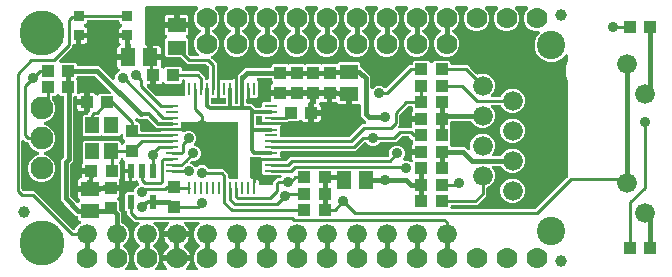
<source format=gbr>
G04 EAGLE Gerber RS-274X export*
G75*
%MOMM*%
%FSLAX34Y34*%
%LPD*%
%INTop Copper*%
%IPPOS*%
%AMOC8*
5,1,8,0,0,1.08239X$1,22.5*%
G01*
%ADD10R,1.100000X0.285000*%
%ADD11R,0.285000X1.100000*%
%ADD12R,0.280000X1.100000*%
%ADD13C,1.676400*%
%ADD14C,2.400000*%
%ADD15R,1.200000X1.400000*%
%ADD16R,1.100000X1.000000*%
%ADD17R,1.000000X1.100000*%
%ADD18C,1.930400*%
%ADD19R,1.500000X1.240000*%
%ADD20C,1.000000*%
%ADD21R,0.550000X1.200000*%
%ADD22C,3.810000*%
%ADD23C,1.778000*%
%ADD24R,1.240000X1.500000*%
%ADD25R,0.900000X0.900000*%
%ADD26C,0.254000*%
%ADD27C,0.906400*%
%ADD28C,0.406400*%
%ADD29C,0.304800*%

G36*
X442704Y54115D02*
X442704Y54115D01*
X442803Y54118D01*
X442862Y54135D01*
X442922Y54143D01*
X443014Y54179D01*
X443109Y54207D01*
X443161Y54237D01*
X443217Y54260D01*
X443297Y54318D01*
X443383Y54368D01*
X443458Y54434D01*
X443475Y54446D01*
X443483Y54456D01*
X443504Y54474D01*
X470036Y81006D01*
X470797Y81768D01*
X470858Y81846D01*
X470926Y81919D01*
X470955Y81972D01*
X470992Y82020D01*
X471032Y82110D01*
X471080Y82197D01*
X471095Y82256D01*
X471119Y82311D01*
X471134Y82409D01*
X471159Y82505D01*
X471165Y82605D01*
X471169Y82625D01*
X471167Y82638D01*
X471169Y82666D01*
X471169Y162609D01*
X471168Y162618D01*
X471169Y162627D01*
X471148Y162776D01*
X471129Y162924D01*
X471126Y162933D01*
X471125Y162942D01*
X471073Y163094D01*
X469139Y167762D01*
X469139Y175138D01*
X471073Y179806D01*
X471075Y179814D01*
X471080Y179823D01*
X471117Y179968D01*
X471157Y180112D01*
X471157Y180122D01*
X471159Y180131D01*
X471169Y180291D01*
X471169Y184130D01*
X471152Y184267D01*
X471139Y184406D01*
X471132Y184425D01*
X471129Y184445D01*
X471078Y184574D01*
X471031Y184705D01*
X471020Y184722D01*
X471012Y184741D01*
X470931Y184853D01*
X470853Y184968D01*
X470837Y184982D01*
X470826Y184998D01*
X470718Y185087D01*
X470614Y185179D01*
X470596Y185188D01*
X470581Y185201D01*
X470455Y185260D01*
X470331Y185324D01*
X470311Y185328D01*
X470293Y185337D01*
X470157Y185363D01*
X470021Y185393D01*
X470000Y185393D01*
X469981Y185396D01*
X469842Y185388D01*
X469703Y185384D01*
X469683Y185378D01*
X469663Y185377D01*
X469531Y185334D01*
X469397Y185295D01*
X469380Y185285D01*
X469361Y185279D01*
X469243Y185204D01*
X469123Y185134D01*
X469102Y185115D01*
X469092Y185108D01*
X469078Y185094D01*
X469003Y185027D01*
X465129Y181154D01*
X459971Y179017D01*
X454389Y179017D01*
X449231Y181154D01*
X445284Y185101D01*
X443147Y190259D01*
X443147Y195841D01*
X445284Y200999D01*
X447095Y202811D01*
X447181Y202920D01*
X447269Y203027D01*
X447278Y203046D01*
X447290Y203062D01*
X447346Y203190D01*
X447405Y203315D01*
X447408Y203335D01*
X447417Y203354D01*
X447438Y203492D01*
X447464Y203628D01*
X447463Y203648D01*
X447466Y203668D01*
X447453Y203807D01*
X447445Y203945D01*
X447438Y203964D01*
X447437Y203984D01*
X447389Y204116D01*
X447347Y204247D01*
X447336Y204265D01*
X447329Y204284D01*
X447251Y204399D01*
X447177Y204516D01*
X447162Y204530D01*
X447150Y204547D01*
X447046Y204639D01*
X446945Y204734D01*
X446927Y204744D01*
X446912Y204757D01*
X446788Y204821D01*
X446666Y204888D01*
X446647Y204893D01*
X446629Y204902D01*
X446493Y204932D01*
X446358Y204967D01*
X446330Y204969D01*
X446318Y204972D01*
X446298Y204971D01*
X446198Y204977D01*
X442327Y204977D01*
X438313Y206640D01*
X435240Y209713D01*
X433577Y213727D01*
X433577Y218073D01*
X435240Y222087D01*
X437045Y223893D01*
X437131Y224002D01*
X437219Y224109D01*
X437228Y224128D01*
X437240Y224144D01*
X437296Y224272D01*
X437355Y224397D01*
X437359Y224417D01*
X437367Y224436D01*
X437389Y224574D01*
X437415Y224710D01*
X437413Y224730D01*
X437417Y224750D01*
X437404Y224889D01*
X437395Y225027D01*
X437389Y225046D01*
X437387Y225066D01*
X437340Y225198D01*
X437297Y225329D01*
X437286Y225347D01*
X437279Y225366D01*
X437201Y225481D01*
X437127Y225598D01*
X437112Y225612D01*
X437101Y225629D01*
X436996Y225721D01*
X436895Y225816D01*
X436877Y225826D01*
X436862Y225839D01*
X436738Y225903D01*
X436617Y225970D01*
X436597Y225975D01*
X436579Y225984D01*
X436443Y226014D01*
X436309Y226049D01*
X436281Y226051D01*
X436269Y226054D01*
X436248Y226053D01*
X436148Y226059D01*
X427452Y226059D01*
X427315Y226042D01*
X427176Y226029D01*
X427157Y226022D01*
X427136Y226019D01*
X427008Y225968D01*
X426876Y225921D01*
X426860Y225910D01*
X426841Y225902D01*
X426728Y225821D01*
X426613Y225743D01*
X426600Y225727D01*
X426583Y225716D01*
X426495Y225608D01*
X426403Y225504D01*
X426394Y225486D01*
X426381Y225471D01*
X426321Y225345D01*
X426258Y225221D01*
X426254Y225201D01*
X426245Y225183D01*
X426219Y225046D01*
X426189Y224911D01*
X426189Y224890D01*
X426185Y224871D01*
X426194Y224732D01*
X426198Y224593D01*
X426204Y224573D01*
X426205Y224553D01*
X426248Y224421D01*
X426287Y224287D01*
X426297Y224270D01*
X426303Y224251D01*
X426378Y224133D01*
X426448Y224013D01*
X426467Y223992D01*
X426473Y223982D01*
X426488Y223968D01*
X426555Y223893D01*
X428360Y222087D01*
X430023Y218073D01*
X430023Y213727D01*
X428360Y209713D01*
X425287Y206640D01*
X421273Y204977D01*
X416927Y204977D01*
X412913Y206640D01*
X409840Y209713D01*
X408177Y213727D01*
X408177Y218073D01*
X409840Y222087D01*
X411645Y223893D01*
X411731Y224002D01*
X411819Y224109D01*
X411828Y224128D01*
X411840Y224144D01*
X411896Y224272D01*
X411955Y224397D01*
X411959Y224417D01*
X411967Y224436D01*
X411989Y224574D01*
X412015Y224710D01*
X412013Y224730D01*
X412017Y224750D01*
X412004Y224889D01*
X411995Y225027D01*
X411989Y225046D01*
X411987Y225066D01*
X411940Y225198D01*
X411897Y225329D01*
X411886Y225347D01*
X411879Y225366D01*
X411801Y225481D01*
X411727Y225598D01*
X411712Y225612D01*
X411701Y225629D01*
X411596Y225721D01*
X411495Y225816D01*
X411477Y225826D01*
X411462Y225839D01*
X411338Y225903D01*
X411217Y225970D01*
X411197Y225975D01*
X411179Y225984D01*
X411043Y226014D01*
X410909Y226049D01*
X410881Y226051D01*
X410869Y226054D01*
X410848Y226053D01*
X410748Y226059D01*
X402052Y226059D01*
X401915Y226042D01*
X401776Y226029D01*
X401757Y226022D01*
X401736Y226019D01*
X401608Y225968D01*
X401476Y225921D01*
X401460Y225910D01*
X401441Y225902D01*
X401328Y225821D01*
X401213Y225743D01*
X401200Y225727D01*
X401183Y225716D01*
X401095Y225608D01*
X401003Y225504D01*
X400994Y225486D01*
X400981Y225471D01*
X400921Y225345D01*
X400858Y225221D01*
X400854Y225201D01*
X400845Y225183D01*
X400819Y225046D01*
X400789Y224911D01*
X400789Y224890D01*
X400785Y224871D01*
X400794Y224732D01*
X400798Y224593D01*
X400804Y224573D01*
X400805Y224553D01*
X400848Y224421D01*
X400887Y224287D01*
X400897Y224270D01*
X400903Y224251D01*
X400978Y224133D01*
X401048Y224013D01*
X401067Y223992D01*
X401073Y223982D01*
X401088Y223968D01*
X401155Y223893D01*
X402960Y222087D01*
X404623Y218073D01*
X404623Y213727D01*
X402960Y209713D01*
X399887Y206640D01*
X395873Y204977D01*
X391527Y204977D01*
X387513Y206640D01*
X384440Y209713D01*
X382777Y213727D01*
X382777Y218073D01*
X384440Y222087D01*
X386245Y223893D01*
X386331Y224002D01*
X386419Y224109D01*
X386428Y224128D01*
X386440Y224144D01*
X386496Y224272D01*
X386555Y224397D01*
X386559Y224417D01*
X386567Y224436D01*
X386589Y224574D01*
X386615Y224710D01*
X386613Y224730D01*
X386617Y224750D01*
X386604Y224889D01*
X386595Y225027D01*
X386589Y225046D01*
X386587Y225066D01*
X386540Y225198D01*
X386497Y225329D01*
X386486Y225347D01*
X386479Y225366D01*
X386401Y225481D01*
X386327Y225598D01*
X386312Y225612D01*
X386301Y225629D01*
X386196Y225721D01*
X386095Y225816D01*
X386077Y225826D01*
X386062Y225839D01*
X385938Y225903D01*
X385817Y225970D01*
X385797Y225975D01*
X385779Y225984D01*
X385643Y226014D01*
X385509Y226049D01*
X385481Y226051D01*
X385469Y226054D01*
X385448Y226053D01*
X385348Y226059D01*
X376652Y226059D01*
X376515Y226042D01*
X376376Y226029D01*
X376357Y226022D01*
X376336Y226019D01*
X376208Y225968D01*
X376076Y225921D01*
X376060Y225910D01*
X376041Y225902D01*
X375928Y225821D01*
X375813Y225743D01*
X375800Y225727D01*
X375783Y225716D01*
X375695Y225608D01*
X375603Y225504D01*
X375594Y225486D01*
X375581Y225471D01*
X375521Y225345D01*
X375458Y225221D01*
X375454Y225201D01*
X375445Y225183D01*
X375419Y225046D01*
X375389Y224911D01*
X375389Y224890D01*
X375385Y224871D01*
X375394Y224732D01*
X375398Y224593D01*
X375404Y224573D01*
X375405Y224553D01*
X375448Y224421D01*
X375487Y224287D01*
X375497Y224270D01*
X375503Y224251D01*
X375578Y224133D01*
X375648Y224013D01*
X375667Y223992D01*
X375673Y223982D01*
X375688Y223968D01*
X375755Y223893D01*
X377560Y222087D01*
X379223Y218073D01*
X379223Y213727D01*
X377560Y209713D01*
X374487Y206640D01*
X373612Y206278D01*
X373491Y206209D01*
X373368Y206144D01*
X373353Y206130D01*
X373336Y206120D01*
X373236Y206024D01*
X373133Y205930D01*
X373122Y205913D01*
X373107Y205899D01*
X373035Y205780D01*
X372958Y205664D01*
X372952Y205645D01*
X372941Y205628D01*
X372900Y205495D01*
X372855Y205363D01*
X372853Y205343D01*
X372847Y205324D01*
X372841Y205185D01*
X372830Y205046D01*
X372833Y205026D01*
X372832Y205006D01*
X372860Y204870D01*
X372884Y204733D01*
X372893Y204714D01*
X372897Y204695D01*
X372958Y204570D01*
X373015Y204443D01*
X373027Y204427D01*
X373036Y204409D01*
X373127Y204303D01*
X373213Y204195D01*
X373230Y204182D01*
X373243Y204167D01*
X373356Y204087D01*
X373467Y204003D01*
X373493Y203991D01*
X373503Y203984D01*
X373522Y203977D01*
X373612Y203932D01*
X374487Y203570D01*
X377560Y200497D01*
X379223Y196483D01*
X379223Y192137D01*
X377560Y188123D01*
X374487Y185050D01*
X370473Y183387D01*
X366127Y183387D01*
X362113Y185050D01*
X359040Y188123D01*
X357377Y192137D01*
X357377Y196483D01*
X359040Y200497D01*
X362113Y203570D01*
X362988Y203932D01*
X363109Y204001D01*
X363232Y204066D01*
X363247Y204080D01*
X363264Y204090D01*
X363364Y204187D01*
X363467Y204280D01*
X363478Y204297D01*
X363493Y204311D01*
X363566Y204430D01*
X363642Y204546D01*
X363648Y204565D01*
X363659Y204582D01*
X363700Y204715D01*
X363745Y204847D01*
X363747Y204867D01*
X363753Y204886D01*
X363759Y205025D01*
X363770Y205164D01*
X363767Y205184D01*
X363768Y205204D01*
X363740Y205340D01*
X363716Y205477D01*
X363707Y205496D01*
X363703Y205515D01*
X363642Y205640D01*
X363585Y205767D01*
X363573Y205783D01*
X363564Y205801D01*
X363473Y205907D01*
X363387Y206015D01*
X363370Y206028D01*
X363357Y206043D01*
X363243Y206123D01*
X363133Y206207D01*
X363107Y206219D01*
X363097Y206226D01*
X363078Y206233D01*
X362988Y206278D01*
X362113Y206640D01*
X359040Y209713D01*
X357377Y213727D01*
X357377Y218073D01*
X359040Y222087D01*
X360845Y223893D01*
X360931Y224002D01*
X361019Y224109D01*
X361028Y224128D01*
X361040Y224144D01*
X361096Y224272D01*
X361155Y224397D01*
X361159Y224417D01*
X361167Y224436D01*
X361189Y224574D01*
X361215Y224710D01*
X361213Y224730D01*
X361217Y224750D01*
X361204Y224889D01*
X361195Y225027D01*
X361189Y225046D01*
X361187Y225066D01*
X361140Y225198D01*
X361097Y225329D01*
X361086Y225347D01*
X361079Y225366D01*
X361001Y225481D01*
X360927Y225598D01*
X360912Y225612D01*
X360901Y225629D01*
X360796Y225721D01*
X360695Y225816D01*
X360677Y225826D01*
X360662Y225839D01*
X360538Y225903D01*
X360417Y225970D01*
X360397Y225975D01*
X360379Y225984D01*
X360243Y226014D01*
X360109Y226049D01*
X360081Y226051D01*
X360069Y226054D01*
X360048Y226053D01*
X359948Y226059D01*
X351252Y226059D01*
X351115Y226042D01*
X350976Y226029D01*
X350957Y226022D01*
X350936Y226019D01*
X350808Y225968D01*
X350676Y225921D01*
X350660Y225910D01*
X350641Y225902D01*
X350528Y225821D01*
X350413Y225743D01*
X350400Y225727D01*
X350383Y225716D01*
X350295Y225608D01*
X350203Y225504D01*
X350194Y225486D01*
X350181Y225471D01*
X350121Y225345D01*
X350058Y225221D01*
X350054Y225201D01*
X350045Y225183D01*
X350019Y225046D01*
X349989Y224911D01*
X349989Y224890D01*
X349985Y224871D01*
X349994Y224732D01*
X349998Y224593D01*
X350004Y224573D01*
X350005Y224553D01*
X350048Y224421D01*
X350087Y224287D01*
X350097Y224270D01*
X350103Y224251D01*
X350178Y224133D01*
X350248Y224013D01*
X350267Y223992D01*
X350273Y223982D01*
X350288Y223968D01*
X350355Y223893D01*
X352160Y222087D01*
X353823Y218073D01*
X353823Y213727D01*
X352160Y209713D01*
X349087Y206640D01*
X348212Y206278D01*
X348091Y206209D01*
X347968Y206144D01*
X347953Y206130D01*
X347936Y206120D01*
X347836Y206024D01*
X347733Y205930D01*
X347722Y205913D01*
X347707Y205899D01*
X347635Y205780D01*
X347558Y205664D01*
X347552Y205645D01*
X347541Y205628D01*
X347500Y205495D01*
X347455Y205363D01*
X347453Y205343D01*
X347447Y205324D01*
X347441Y205185D01*
X347430Y205046D01*
X347433Y205026D01*
X347432Y205006D01*
X347460Y204870D01*
X347484Y204733D01*
X347493Y204714D01*
X347497Y204695D01*
X347558Y204570D01*
X347615Y204443D01*
X347627Y204427D01*
X347636Y204409D01*
X347727Y204303D01*
X347813Y204195D01*
X347830Y204182D01*
X347843Y204167D01*
X347956Y204087D01*
X348067Y204003D01*
X348093Y203991D01*
X348103Y203984D01*
X348122Y203977D01*
X348212Y203932D01*
X349087Y203570D01*
X352160Y200497D01*
X353823Y196483D01*
X353823Y192137D01*
X352160Y188123D01*
X349087Y185050D01*
X345073Y183387D01*
X340727Y183387D01*
X336713Y185050D01*
X333640Y188123D01*
X331977Y192137D01*
X331977Y196483D01*
X333640Y200497D01*
X336713Y203570D01*
X337588Y203932D01*
X337709Y204001D01*
X337832Y204066D01*
X337847Y204080D01*
X337864Y204090D01*
X337964Y204187D01*
X338067Y204280D01*
X338078Y204297D01*
X338093Y204311D01*
X338166Y204430D01*
X338242Y204546D01*
X338248Y204565D01*
X338259Y204582D01*
X338300Y204715D01*
X338345Y204847D01*
X338347Y204867D01*
X338353Y204886D01*
X338359Y205025D01*
X338370Y205164D01*
X338367Y205184D01*
X338368Y205204D01*
X338340Y205340D01*
X338316Y205477D01*
X338307Y205496D01*
X338303Y205515D01*
X338242Y205640D01*
X338185Y205767D01*
X338173Y205783D01*
X338164Y205801D01*
X338073Y205907D01*
X337987Y206015D01*
X337970Y206028D01*
X337957Y206043D01*
X337843Y206123D01*
X337733Y206207D01*
X337707Y206219D01*
X337697Y206226D01*
X337678Y206233D01*
X337588Y206278D01*
X336713Y206640D01*
X333640Y209713D01*
X331977Y213727D01*
X331977Y218073D01*
X333640Y222087D01*
X335445Y223893D01*
X335531Y224002D01*
X335619Y224109D01*
X335628Y224128D01*
X335640Y224144D01*
X335696Y224272D01*
X335755Y224397D01*
X335759Y224417D01*
X335767Y224436D01*
X335789Y224574D01*
X335815Y224710D01*
X335813Y224730D01*
X335817Y224750D01*
X335804Y224889D01*
X335795Y225027D01*
X335789Y225046D01*
X335787Y225066D01*
X335740Y225198D01*
X335697Y225329D01*
X335686Y225347D01*
X335679Y225366D01*
X335601Y225481D01*
X335527Y225598D01*
X335512Y225612D01*
X335501Y225629D01*
X335396Y225721D01*
X335295Y225816D01*
X335277Y225826D01*
X335262Y225839D01*
X335138Y225903D01*
X335017Y225970D01*
X334997Y225975D01*
X334979Y225984D01*
X334843Y226014D01*
X334709Y226049D01*
X334681Y226051D01*
X334669Y226054D01*
X334648Y226053D01*
X334548Y226059D01*
X325852Y226059D01*
X325715Y226042D01*
X325576Y226029D01*
X325557Y226022D01*
X325536Y226019D01*
X325408Y225968D01*
X325276Y225921D01*
X325260Y225910D01*
X325241Y225902D01*
X325128Y225821D01*
X325013Y225743D01*
X325000Y225727D01*
X324983Y225716D01*
X324895Y225608D01*
X324803Y225504D01*
X324794Y225486D01*
X324781Y225471D01*
X324721Y225345D01*
X324658Y225221D01*
X324654Y225201D01*
X324645Y225183D01*
X324619Y225046D01*
X324589Y224911D01*
X324589Y224890D01*
X324585Y224871D01*
X324594Y224732D01*
X324598Y224593D01*
X324604Y224573D01*
X324605Y224553D01*
X324648Y224421D01*
X324687Y224287D01*
X324697Y224270D01*
X324703Y224251D01*
X324778Y224133D01*
X324848Y224013D01*
X324867Y223992D01*
X324873Y223982D01*
X324888Y223968D01*
X324955Y223893D01*
X326760Y222087D01*
X328423Y218073D01*
X328423Y213727D01*
X326760Y209713D01*
X323687Y206640D01*
X322812Y206278D01*
X322691Y206209D01*
X322568Y206144D01*
X322553Y206130D01*
X322536Y206120D01*
X322436Y206024D01*
X322333Y205930D01*
X322322Y205913D01*
X322307Y205899D01*
X322235Y205780D01*
X322158Y205664D01*
X322152Y205645D01*
X322141Y205628D01*
X322100Y205495D01*
X322055Y205363D01*
X322053Y205343D01*
X322047Y205324D01*
X322041Y205185D01*
X322030Y205046D01*
X322033Y205026D01*
X322032Y205006D01*
X322060Y204870D01*
X322084Y204733D01*
X322093Y204714D01*
X322097Y204695D01*
X322158Y204570D01*
X322215Y204443D01*
X322227Y204427D01*
X322236Y204409D01*
X322327Y204303D01*
X322413Y204195D01*
X322430Y204182D01*
X322443Y204167D01*
X322556Y204087D01*
X322667Y204003D01*
X322693Y203991D01*
X322703Y203984D01*
X322722Y203977D01*
X322812Y203932D01*
X323687Y203570D01*
X326760Y200497D01*
X328423Y196483D01*
X328423Y192137D01*
X326760Y188123D01*
X323687Y185050D01*
X319673Y183387D01*
X315327Y183387D01*
X311313Y185050D01*
X308240Y188123D01*
X306577Y192137D01*
X306577Y196483D01*
X308240Y200497D01*
X311313Y203570D01*
X312188Y203932D01*
X312309Y204001D01*
X312432Y204066D01*
X312447Y204080D01*
X312464Y204090D01*
X312564Y204187D01*
X312667Y204280D01*
X312678Y204297D01*
X312693Y204311D01*
X312766Y204430D01*
X312842Y204546D01*
X312848Y204565D01*
X312859Y204582D01*
X312900Y204715D01*
X312945Y204847D01*
X312947Y204867D01*
X312953Y204886D01*
X312959Y205025D01*
X312970Y205164D01*
X312967Y205184D01*
X312968Y205204D01*
X312940Y205340D01*
X312916Y205477D01*
X312907Y205496D01*
X312903Y205515D01*
X312842Y205640D01*
X312785Y205767D01*
X312773Y205783D01*
X312764Y205801D01*
X312673Y205907D01*
X312587Y206015D01*
X312570Y206028D01*
X312557Y206043D01*
X312443Y206123D01*
X312333Y206207D01*
X312307Y206219D01*
X312297Y206226D01*
X312278Y206233D01*
X312188Y206278D01*
X311313Y206640D01*
X308240Y209713D01*
X306577Y213727D01*
X306577Y218073D01*
X308240Y222087D01*
X310045Y223893D01*
X310131Y224002D01*
X310219Y224109D01*
X310228Y224128D01*
X310240Y224144D01*
X310296Y224272D01*
X310355Y224397D01*
X310359Y224417D01*
X310367Y224436D01*
X310389Y224574D01*
X310415Y224710D01*
X310413Y224730D01*
X310417Y224750D01*
X310404Y224889D01*
X310395Y225027D01*
X310389Y225046D01*
X310387Y225066D01*
X310340Y225198D01*
X310297Y225329D01*
X310286Y225347D01*
X310279Y225366D01*
X310201Y225481D01*
X310127Y225598D01*
X310112Y225612D01*
X310101Y225629D01*
X309996Y225721D01*
X309895Y225816D01*
X309877Y225826D01*
X309862Y225839D01*
X309738Y225903D01*
X309617Y225970D01*
X309597Y225975D01*
X309579Y225984D01*
X309443Y226014D01*
X309309Y226049D01*
X309281Y226051D01*
X309269Y226054D01*
X309248Y226053D01*
X309148Y226059D01*
X300452Y226059D01*
X300315Y226042D01*
X300176Y226029D01*
X300157Y226022D01*
X300136Y226019D01*
X300008Y225968D01*
X299876Y225921D01*
X299860Y225910D01*
X299841Y225902D01*
X299728Y225821D01*
X299613Y225743D01*
X299600Y225727D01*
X299583Y225716D01*
X299495Y225608D01*
X299403Y225504D01*
X299394Y225486D01*
X299381Y225471D01*
X299321Y225345D01*
X299258Y225221D01*
X299254Y225201D01*
X299245Y225183D01*
X299219Y225046D01*
X299189Y224911D01*
X299189Y224890D01*
X299185Y224871D01*
X299194Y224732D01*
X299198Y224593D01*
X299204Y224573D01*
X299205Y224553D01*
X299248Y224421D01*
X299287Y224287D01*
X299297Y224270D01*
X299303Y224251D01*
X299378Y224133D01*
X299448Y224013D01*
X299467Y223992D01*
X299473Y223982D01*
X299488Y223968D01*
X299555Y223893D01*
X301360Y222087D01*
X303023Y218073D01*
X303023Y213727D01*
X301360Y209713D01*
X298287Y206640D01*
X297412Y206278D01*
X297291Y206209D01*
X297168Y206144D01*
X297153Y206130D01*
X297136Y206120D01*
X297036Y206024D01*
X296933Y205930D01*
X296922Y205913D01*
X296907Y205899D01*
X296835Y205780D01*
X296758Y205664D01*
X296752Y205645D01*
X296741Y205628D01*
X296700Y205495D01*
X296655Y205363D01*
X296653Y205343D01*
X296647Y205324D01*
X296641Y205185D01*
X296630Y205046D01*
X296633Y205026D01*
X296632Y205006D01*
X296660Y204870D01*
X296684Y204733D01*
X296693Y204714D01*
X296697Y204695D01*
X296758Y204570D01*
X296815Y204443D01*
X296827Y204427D01*
X296836Y204409D01*
X296927Y204303D01*
X297013Y204195D01*
X297030Y204182D01*
X297043Y204167D01*
X297156Y204087D01*
X297267Y204003D01*
X297293Y203991D01*
X297303Y203984D01*
X297322Y203977D01*
X297412Y203932D01*
X298287Y203570D01*
X301360Y200497D01*
X303023Y196483D01*
X303023Y192137D01*
X301360Y188123D01*
X298287Y185050D01*
X294273Y183387D01*
X289927Y183387D01*
X285913Y185050D01*
X282840Y188123D01*
X281177Y192137D01*
X281177Y196483D01*
X282840Y200497D01*
X285913Y203570D01*
X286788Y203932D01*
X286909Y204001D01*
X287032Y204066D01*
X287047Y204080D01*
X287064Y204090D01*
X287164Y204187D01*
X287267Y204280D01*
X287278Y204297D01*
X287293Y204311D01*
X287366Y204430D01*
X287442Y204546D01*
X287448Y204565D01*
X287459Y204582D01*
X287500Y204715D01*
X287545Y204847D01*
X287547Y204867D01*
X287553Y204886D01*
X287559Y205025D01*
X287570Y205164D01*
X287567Y205184D01*
X287568Y205204D01*
X287540Y205340D01*
X287516Y205477D01*
X287507Y205496D01*
X287503Y205515D01*
X287442Y205640D01*
X287385Y205767D01*
X287373Y205783D01*
X287364Y205801D01*
X287273Y205907D01*
X287187Y206015D01*
X287170Y206028D01*
X287157Y206043D01*
X287043Y206123D01*
X286933Y206207D01*
X286907Y206219D01*
X286897Y206226D01*
X286878Y206233D01*
X286788Y206278D01*
X285913Y206640D01*
X282840Y209713D01*
X281177Y213727D01*
X281177Y218073D01*
X282840Y222087D01*
X284645Y223893D01*
X284731Y224002D01*
X284819Y224109D01*
X284828Y224128D01*
X284840Y224144D01*
X284896Y224272D01*
X284955Y224397D01*
X284959Y224417D01*
X284967Y224436D01*
X284989Y224574D01*
X285015Y224710D01*
X285013Y224730D01*
X285017Y224750D01*
X285004Y224889D01*
X284995Y225027D01*
X284989Y225046D01*
X284987Y225066D01*
X284940Y225198D01*
X284897Y225329D01*
X284886Y225347D01*
X284879Y225366D01*
X284801Y225481D01*
X284727Y225598D01*
X284712Y225612D01*
X284701Y225629D01*
X284596Y225721D01*
X284495Y225816D01*
X284477Y225826D01*
X284462Y225839D01*
X284338Y225903D01*
X284217Y225970D01*
X284197Y225975D01*
X284179Y225984D01*
X284043Y226014D01*
X283909Y226049D01*
X283881Y226051D01*
X283869Y226054D01*
X283848Y226053D01*
X283748Y226059D01*
X275052Y226059D01*
X274915Y226042D01*
X274776Y226029D01*
X274757Y226022D01*
X274736Y226019D01*
X274608Y225968D01*
X274476Y225921D01*
X274460Y225910D01*
X274441Y225902D01*
X274328Y225821D01*
X274213Y225743D01*
X274200Y225727D01*
X274183Y225716D01*
X274095Y225608D01*
X274003Y225504D01*
X273994Y225486D01*
X273981Y225471D01*
X273921Y225345D01*
X273858Y225221D01*
X273854Y225201D01*
X273845Y225183D01*
X273819Y225046D01*
X273789Y224911D01*
X273789Y224890D01*
X273785Y224871D01*
X273794Y224732D01*
X273798Y224593D01*
X273804Y224573D01*
X273805Y224553D01*
X273848Y224421D01*
X273887Y224287D01*
X273897Y224270D01*
X273903Y224251D01*
X273978Y224133D01*
X274048Y224013D01*
X274067Y223992D01*
X274073Y223982D01*
X274088Y223968D01*
X274155Y223893D01*
X275960Y222087D01*
X277623Y218073D01*
X277623Y213727D01*
X275960Y209713D01*
X272887Y206640D01*
X272012Y206278D01*
X271891Y206209D01*
X271768Y206144D01*
X271753Y206130D01*
X271736Y206120D01*
X271636Y206024D01*
X271533Y205930D01*
X271522Y205913D01*
X271507Y205899D01*
X271435Y205780D01*
X271358Y205664D01*
X271352Y205645D01*
X271341Y205628D01*
X271300Y205495D01*
X271255Y205363D01*
X271253Y205343D01*
X271247Y205324D01*
X271241Y205185D01*
X271230Y205046D01*
X271233Y205026D01*
X271232Y205006D01*
X271260Y204870D01*
X271284Y204733D01*
X271293Y204714D01*
X271297Y204695D01*
X271358Y204570D01*
X271415Y204443D01*
X271427Y204427D01*
X271436Y204409D01*
X271527Y204303D01*
X271613Y204195D01*
X271630Y204182D01*
X271643Y204167D01*
X271756Y204087D01*
X271867Y204003D01*
X271893Y203991D01*
X271903Y203984D01*
X271922Y203977D01*
X272012Y203932D01*
X272887Y203570D01*
X275960Y200497D01*
X277623Y196483D01*
X277623Y192137D01*
X275960Y188123D01*
X272887Y185050D01*
X268873Y183387D01*
X264527Y183387D01*
X260513Y185050D01*
X257440Y188123D01*
X255777Y192137D01*
X255777Y196483D01*
X257440Y200497D01*
X260513Y203570D01*
X261388Y203932D01*
X261509Y204001D01*
X261632Y204066D01*
X261647Y204080D01*
X261664Y204090D01*
X261764Y204187D01*
X261867Y204280D01*
X261878Y204297D01*
X261893Y204311D01*
X261966Y204430D01*
X262042Y204546D01*
X262048Y204565D01*
X262059Y204582D01*
X262100Y204715D01*
X262145Y204847D01*
X262147Y204867D01*
X262153Y204886D01*
X262159Y205025D01*
X262170Y205164D01*
X262167Y205184D01*
X262168Y205204D01*
X262140Y205340D01*
X262116Y205477D01*
X262107Y205496D01*
X262103Y205515D01*
X262042Y205640D01*
X261985Y205767D01*
X261973Y205783D01*
X261964Y205801D01*
X261873Y205907D01*
X261787Y206015D01*
X261770Y206028D01*
X261757Y206043D01*
X261643Y206123D01*
X261533Y206207D01*
X261507Y206219D01*
X261497Y206226D01*
X261478Y206233D01*
X261388Y206278D01*
X260513Y206640D01*
X257440Y209713D01*
X255777Y213727D01*
X255777Y218073D01*
X257440Y222087D01*
X259245Y223893D01*
X259331Y224002D01*
X259419Y224109D01*
X259428Y224128D01*
X259440Y224144D01*
X259496Y224272D01*
X259555Y224397D01*
X259559Y224417D01*
X259567Y224436D01*
X259589Y224574D01*
X259615Y224710D01*
X259613Y224730D01*
X259617Y224750D01*
X259604Y224889D01*
X259595Y225027D01*
X259589Y225046D01*
X259587Y225066D01*
X259540Y225198D01*
X259497Y225329D01*
X259486Y225347D01*
X259479Y225366D01*
X259401Y225481D01*
X259327Y225598D01*
X259312Y225612D01*
X259301Y225629D01*
X259196Y225721D01*
X259095Y225816D01*
X259077Y225826D01*
X259062Y225839D01*
X258938Y225903D01*
X258817Y225970D01*
X258797Y225975D01*
X258779Y225984D01*
X258643Y226014D01*
X258509Y226049D01*
X258481Y226051D01*
X258469Y226054D01*
X258448Y226053D01*
X258348Y226059D01*
X249652Y226059D01*
X249515Y226042D01*
X249376Y226029D01*
X249357Y226022D01*
X249336Y226019D01*
X249208Y225968D01*
X249076Y225921D01*
X249060Y225910D01*
X249041Y225902D01*
X248928Y225821D01*
X248813Y225743D01*
X248800Y225727D01*
X248783Y225716D01*
X248695Y225608D01*
X248603Y225504D01*
X248594Y225486D01*
X248581Y225471D01*
X248521Y225345D01*
X248458Y225221D01*
X248454Y225201D01*
X248445Y225183D01*
X248419Y225046D01*
X248389Y224911D01*
X248389Y224890D01*
X248385Y224871D01*
X248394Y224732D01*
X248398Y224593D01*
X248404Y224573D01*
X248405Y224553D01*
X248448Y224421D01*
X248487Y224287D01*
X248497Y224270D01*
X248503Y224251D01*
X248578Y224133D01*
X248648Y224013D01*
X248667Y223992D01*
X248673Y223982D01*
X248688Y223968D01*
X248755Y223893D01*
X250560Y222087D01*
X252223Y218073D01*
X252223Y213727D01*
X250560Y209713D01*
X247487Y206640D01*
X246612Y206278D01*
X246491Y206209D01*
X246368Y206144D01*
X246353Y206130D01*
X246336Y206120D01*
X246236Y206023D01*
X246133Y205930D01*
X246122Y205913D01*
X246107Y205899D01*
X246034Y205780D01*
X245958Y205664D01*
X245952Y205645D01*
X245941Y205628D01*
X245900Y205495D01*
X245855Y205363D01*
X245853Y205343D01*
X245847Y205324D01*
X245841Y205185D01*
X245830Y205046D01*
X245833Y205026D01*
X245832Y205006D01*
X245860Y204870D01*
X245884Y204733D01*
X245893Y204714D01*
X245897Y204695D01*
X245958Y204570D01*
X246015Y204443D01*
X246027Y204427D01*
X246036Y204409D01*
X246127Y204303D01*
X246213Y204195D01*
X246230Y204182D01*
X246243Y204167D01*
X246357Y204087D01*
X246467Y204003D01*
X246493Y203991D01*
X246503Y203984D01*
X246522Y203977D01*
X246612Y203932D01*
X247487Y203570D01*
X250560Y200497D01*
X252223Y196483D01*
X252223Y192137D01*
X250560Y188123D01*
X247487Y185050D01*
X243473Y183387D01*
X239127Y183387D01*
X235113Y185050D01*
X232040Y188123D01*
X230377Y192137D01*
X230377Y196483D01*
X232040Y200497D01*
X235113Y203570D01*
X235988Y203932D01*
X236109Y204001D01*
X236232Y204066D01*
X236247Y204080D01*
X236264Y204090D01*
X236364Y204186D01*
X236467Y204280D01*
X236478Y204297D01*
X236493Y204311D01*
X236565Y204430D01*
X236642Y204546D01*
X236648Y204565D01*
X236659Y204582D01*
X236700Y204715D01*
X236745Y204847D01*
X236747Y204867D01*
X236753Y204886D01*
X236759Y205025D01*
X236770Y205164D01*
X236767Y205184D01*
X236768Y205204D01*
X236740Y205340D01*
X236716Y205477D01*
X236707Y205496D01*
X236703Y205515D01*
X236642Y205640D01*
X236585Y205767D01*
X236573Y205783D01*
X236564Y205801D01*
X236473Y205907D01*
X236387Y206015D01*
X236370Y206028D01*
X236357Y206043D01*
X236244Y206123D01*
X236133Y206207D01*
X236107Y206219D01*
X236097Y206226D01*
X236078Y206233D01*
X235988Y206278D01*
X235113Y206640D01*
X232040Y209713D01*
X230377Y213727D01*
X230377Y218073D01*
X232040Y222087D01*
X233845Y223893D01*
X233931Y224002D01*
X234019Y224109D01*
X234028Y224128D01*
X234040Y224144D01*
X234096Y224272D01*
X234155Y224397D01*
X234159Y224417D01*
X234167Y224436D01*
X234189Y224574D01*
X234215Y224710D01*
X234213Y224730D01*
X234217Y224750D01*
X234204Y224889D01*
X234195Y225027D01*
X234189Y225046D01*
X234187Y225066D01*
X234140Y225198D01*
X234097Y225329D01*
X234086Y225347D01*
X234079Y225366D01*
X234001Y225481D01*
X233927Y225598D01*
X233912Y225612D01*
X233901Y225629D01*
X233796Y225721D01*
X233695Y225816D01*
X233677Y225826D01*
X233662Y225839D01*
X233538Y225903D01*
X233417Y225970D01*
X233397Y225975D01*
X233379Y225984D01*
X233243Y226014D01*
X233109Y226049D01*
X233081Y226051D01*
X233069Y226054D01*
X233048Y226053D01*
X232948Y226059D01*
X224252Y226059D01*
X224115Y226042D01*
X223976Y226029D01*
X223957Y226022D01*
X223936Y226019D01*
X223808Y225968D01*
X223676Y225921D01*
X223660Y225910D01*
X223641Y225902D01*
X223528Y225821D01*
X223413Y225743D01*
X223400Y225727D01*
X223383Y225716D01*
X223295Y225608D01*
X223203Y225504D01*
X223194Y225486D01*
X223181Y225471D01*
X223121Y225345D01*
X223058Y225221D01*
X223054Y225201D01*
X223045Y225183D01*
X223019Y225046D01*
X222989Y224911D01*
X222989Y224890D01*
X222985Y224871D01*
X222994Y224732D01*
X222998Y224593D01*
X223004Y224573D01*
X223005Y224553D01*
X223048Y224421D01*
X223087Y224287D01*
X223097Y224270D01*
X223103Y224251D01*
X223178Y224133D01*
X223248Y224013D01*
X223267Y223992D01*
X223273Y223982D01*
X223288Y223968D01*
X223355Y223893D01*
X225160Y222087D01*
X226823Y218073D01*
X226823Y213727D01*
X225160Y209713D01*
X222087Y206640D01*
X221212Y206278D01*
X221091Y206209D01*
X220968Y206144D01*
X220953Y206130D01*
X220936Y206120D01*
X220836Y206023D01*
X220733Y205930D01*
X220722Y205913D01*
X220707Y205899D01*
X220634Y205780D01*
X220558Y205664D01*
X220552Y205645D01*
X220541Y205628D01*
X220500Y205495D01*
X220455Y205363D01*
X220453Y205343D01*
X220447Y205324D01*
X220441Y205185D01*
X220430Y205046D01*
X220433Y205026D01*
X220432Y205006D01*
X220460Y204870D01*
X220484Y204733D01*
X220493Y204714D01*
X220497Y204695D01*
X220558Y204570D01*
X220615Y204443D01*
X220627Y204427D01*
X220636Y204409D01*
X220727Y204303D01*
X220813Y204195D01*
X220830Y204182D01*
X220843Y204167D01*
X220957Y204087D01*
X221067Y204003D01*
X221093Y203991D01*
X221103Y203984D01*
X221122Y203977D01*
X221212Y203932D01*
X222087Y203570D01*
X225160Y200497D01*
X226823Y196483D01*
X226823Y192137D01*
X225160Y188123D01*
X222087Y185050D01*
X218073Y183387D01*
X213727Y183387D01*
X209713Y185050D01*
X206640Y188123D01*
X204977Y192137D01*
X204977Y196483D01*
X206640Y200497D01*
X209713Y203570D01*
X210588Y203932D01*
X210709Y204001D01*
X210832Y204066D01*
X210847Y204080D01*
X210864Y204090D01*
X210964Y204186D01*
X211067Y204280D01*
X211078Y204297D01*
X211093Y204311D01*
X211165Y204430D01*
X211242Y204546D01*
X211248Y204565D01*
X211259Y204582D01*
X211300Y204715D01*
X211345Y204847D01*
X211347Y204867D01*
X211353Y204886D01*
X211359Y205025D01*
X211370Y205164D01*
X211367Y205184D01*
X211368Y205204D01*
X211340Y205340D01*
X211316Y205477D01*
X211307Y205496D01*
X211303Y205515D01*
X211242Y205640D01*
X211185Y205767D01*
X211173Y205783D01*
X211164Y205801D01*
X211073Y205907D01*
X210987Y206015D01*
X210970Y206028D01*
X210957Y206043D01*
X210844Y206123D01*
X210733Y206207D01*
X210707Y206219D01*
X210697Y206226D01*
X210678Y206233D01*
X210588Y206278D01*
X209713Y206640D01*
X206640Y209713D01*
X204977Y213727D01*
X204977Y218073D01*
X206640Y222087D01*
X208445Y223893D01*
X208531Y224002D01*
X208619Y224109D01*
X208628Y224128D01*
X208640Y224144D01*
X208696Y224272D01*
X208755Y224397D01*
X208759Y224417D01*
X208767Y224436D01*
X208789Y224574D01*
X208815Y224710D01*
X208813Y224730D01*
X208817Y224750D01*
X208804Y224889D01*
X208795Y225027D01*
X208789Y225046D01*
X208787Y225066D01*
X208740Y225198D01*
X208697Y225329D01*
X208686Y225347D01*
X208679Y225366D01*
X208601Y225481D01*
X208527Y225598D01*
X208512Y225612D01*
X208501Y225629D01*
X208396Y225721D01*
X208295Y225816D01*
X208277Y225826D01*
X208262Y225839D01*
X208138Y225903D01*
X208017Y225970D01*
X207997Y225975D01*
X207979Y225984D01*
X207843Y226014D01*
X207709Y226049D01*
X207681Y226051D01*
X207669Y226054D01*
X207648Y226053D01*
X207548Y226059D01*
X198852Y226059D01*
X198715Y226042D01*
X198576Y226029D01*
X198557Y226022D01*
X198536Y226019D01*
X198408Y225968D01*
X198276Y225921D01*
X198260Y225910D01*
X198241Y225902D01*
X198128Y225821D01*
X198013Y225743D01*
X198000Y225727D01*
X197983Y225716D01*
X197895Y225608D01*
X197803Y225504D01*
X197794Y225486D01*
X197781Y225471D01*
X197721Y225345D01*
X197658Y225221D01*
X197654Y225201D01*
X197645Y225183D01*
X197619Y225046D01*
X197589Y224911D01*
X197589Y224890D01*
X197585Y224871D01*
X197594Y224732D01*
X197598Y224593D01*
X197604Y224573D01*
X197605Y224553D01*
X197648Y224421D01*
X197687Y224287D01*
X197697Y224270D01*
X197703Y224251D01*
X197778Y224133D01*
X197848Y224013D01*
X197867Y223992D01*
X197873Y223982D01*
X197888Y223968D01*
X197955Y223893D01*
X199760Y222087D01*
X201423Y218073D01*
X201423Y213727D01*
X199760Y209713D01*
X196687Y206640D01*
X195812Y206278D01*
X195691Y206209D01*
X195568Y206144D01*
X195553Y206130D01*
X195536Y206120D01*
X195436Y206023D01*
X195333Y205930D01*
X195322Y205913D01*
X195307Y205899D01*
X195234Y205780D01*
X195158Y205664D01*
X195152Y205645D01*
X195141Y205628D01*
X195100Y205495D01*
X195055Y205363D01*
X195053Y205343D01*
X195047Y205324D01*
X195041Y205185D01*
X195030Y205046D01*
X195033Y205026D01*
X195032Y205006D01*
X195060Y204870D01*
X195084Y204733D01*
X195093Y204714D01*
X195097Y204695D01*
X195158Y204570D01*
X195215Y204443D01*
X195227Y204427D01*
X195236Y204409D01*
X195327Y204303D01*
X195413Y204195D01*
X195430Y204182D01*
X195443Y204167D01*
X195557Y204087D01*
X195667Y204003D01*
X195693Y203991D01*
X195703Y203984D01*
X195722Y203977D01*
X195812Y203932D01*
X196687Y203570D01*
X199760Y200497D01*
X201423Y196483D01*
X201423Y192137D01*
X199760Y188123D01*
X196687Y185050D01*
X192673Y183387D01*
X188327Y183387D01*
X184313Y185050D01*
X181240Y188123D01*
X179577Y192137D01*
X179577Y196483D01*
X181240Y200497D01*
X184313Y203570D01*
X185188Y203932D01*
X185309Y204001D01*
X185432Y204066D01*
X185447Y204080D01*
X185464Y204090D01*
X185564Y204186D01*
X185667Y204280D01*
X185678Y204297D01*
X185693Y204311D01*
X185765Y204430D01*
X185842Y204546D01*
X185848Y204565D01*
X185859Y204582D01*
X185900Y204715D01*
X185945Y204847D01*
X185947Y204867D01*
X185953Y204886D01*
X185959Y205025D01*
X185970Y205164D01*
X185967Y205184D01*
X185968Y205204D01*
X185940Y205340D01*
X185916Y205477D01*
X185907Y205496D01*
X185903Y205515D01*
X185842Y205640D01*
X185785Y205767D01*
X185773Y205783D01*
X185764Y205801D01*
X185673Y205907D01*
X185587Y206015D01*
X185570Y206028D01*
X185557Y206043D01*
X185444Y206123D01*
X185333Y206207D01*
X185307Y206219D01*
X185297Y206226D01*
X185278Y206233D01*
X185188Y206278D01*
X184313Y206640D01*
X181240Y209713D01*
X179577Y213727D01*
X179577Y218073D01*
X181240Y222087D01*
X183045Y223893D01*
X183131Y224002D01*
X183219Y224109D01*
X183228Y224128D01*
X183240Y224144D01*
X183296Y224272D01*
X183355Y224397D01*
X183359Y224417D01*
X183367Y224436D01*
X183389Y224574D01*
X183415Y224710D01*
X183413Y224730D01*
X183417Y224750D01*
X183404Y224889D01*
X183395Y225027D01*
X183389Y225046D01*
X183387Y225066D01*
X183340Y225198D01*
X183297Y225329D01*
X183286Y225347D01*
X183279Y225366D01*
X183201Y225481D01*
X183127Y225598D01*
X183112Y225612D01*
X183101Y225629D01*
X182996Y225721D01*
X182895Y225816D01*
X182877Y225826D01*
X182862Y225839D01*
X182738Y225903D01*
X182617Y225970D01*
X182597Y225975D01*
X182579Y225984D01*
X182443Y226014D01*
X182309Y226049D01*
X182281Y226051D01*
X182269Y226054D01*
X182248Y226053D01*
X182148Y226059D01*
X173452Y226059D01*
X173315Y226042D01*
X173176Y226029D01*
X173157Y226022D01*
X173136Y226019D01*
X173008Y225968D01*
X172876Y225921D01*
X172860Y225910D01*
X172841Y225902D01*
X172728Y225821D01*
X172613Y225743D01*
X172600Y225727D01*
X172583Y225716D01*
X172495Y225608D01*
X172403Y225504D01*
X172394Y225486D01*
X172381Y225471D01*
X172321Y225345D01*
X172258Y225221D01*
X172254Y225201D01*
X172245Y225183D01*
X172219Y225046D01*
X172189Y224911D01*
X172189Y224890D01*
X172185Y224871D01*
X172194Y224732D01*
X172198Y224593D01*
X172204Y224573D01*
X172205Y224553D01*
X172248Y224421D01*
X172287Y224287D01*
X172297Y224270D01*
X172303Y224251D01*
X172378Y224133D01*
X172448Y224013D01*
X172467Y223992D01*
X172473Y223982D01*
X172488Y223968D01*
X172555Y223893D01*
X174360Y222087D01*
X176023Y218073D01*
X176023Y213727D01*
X174360Y209713D01*
X171287Y206640D01*
X170412Y206278D01*
X170291Y206209D01*
X170168Y206144D01*
X170153Y206130D01*
X170136Y206120D01*
X170036Y206023D01*
X169933Y205930D01*
X169922Y205913D01*
X169907Y205899D01*
X169834Y205780D01*
X169758Y205664D01*
X169752Y205645D01*
X169741Y205628D01*
X169700Y205495D01*
X169655Y205363D01*
X169653Y205343D01*
X169647Y205324D01*
X169641Y205185D01*
X169630Y205046D01*
X169633Y205026D01*
X169632Y205006D01*
X169660Y204870D01*
X169684Y204733D01*
X169693Y204714D01*
X169697Y204695D01*
X169758Y204570D01*
X169815Y204443D01*
X169827Y204427D01*
X169836Y204409D01*
X169927Y204303D01*
X170013Y204195D01*
X170030Y204182D01*
X170043Y204167D01*
X170157Y204087D01*
X170267Y204003D01*
X170293Y203991D01*
X170303Y203984D01*
X170322Y203977D01*
X170412Y203932D01*
X171287Y203570D01*
X174360Y200497D01*
X176023Y196483D01*
X176023Y192137D01*
X174360Y188123D01*
X171287Y185050D01*
X169537Y184325D01*
X169494Y184301D01*
X169447Y184284D01*
X169356Y184222D01*
X169261Y184168D01*
X169225Y184133D01*
X169184Y184105D01*
X169112Y184023D01*
X169033Y183947D01*
X169007Y183904D01*
X168974Y183867D01*
X168924Y183769D01*
X168866Y183675D01*
X168852Y183628D01*
X168829Y183584D01*
X168805Y183476D01*
X168773Y183371D01*
X168770Y183322D01*
X168760Y183273D01*
X168763Y183163D01*
X168758Y183054D01*
X168768Y183005D01*
X168769Y182955D01*
X168800Y182850D01*
X168822Y182742D01*
X168844Y182698D01*
X168858Y182650D01*
X168913Y182555D01*
X168962Y182457D01*
X168994Y182419D01*
X169019Y182376D01*
X169126Y182255D01*
X170044Y181337D01*
X170044Y181336D01*
X173603Y177778D01*
X173603Y165610D01*
X173618Y165492D01*
X173625Y165373D01*
X173638Y165335D01*
X173643Y165294D01*
X173686Y165184D01*
X173723Y165071D01*
X173745Y165036D01*
X173760Y164999D01*
X173829Y164903D01*
X173893Y164802D01*
X173923Y164774D01*
X173946Y164741D01*
X174031Y164672D01*
X174031Y156300D01*
X174031Y148259D01*
X173541Y148259D01*
X172894Y148432D01*
X172609Y148597D01*
X172524Y148633D01*
X172443Y148678D01*
X172378Y148694D01*
X172316Y148720D01*
X172224Y148734D01*
X172135Y148757D01*
X172018Y148764D01*
X172001Y148767D01*
X171993Y148766D01*
X171974Y148767D01*
X170126Y148767D01*
X170008Y148752D01*
X169889Y148745D01*
X169851Y148732D01*
X169810Y148727D01*
X169700Y148684D01*
X169587Y148647D01*
X169552Y148625D01*
X169515Y148610D01*
X169419Y148541D01*
X169318Y148477D01*
X169290Y148447D01*
X169257Y148424D01*
X169181Y148332D01*
X169100Y148245D01*
X169080Y148210D01*
X169055Y148179D01*
X169004Y148071D01*
X168946Y147967D01*
X168936Y147927D01*
X168919Y147891D01*
X168897Y147774D01*
X168867Y147659D01*
X168863Y147599D01*
X168859Y147579D01*
X168861Y147558D01*
X168857Y147498D01*
X168857Y144526D01*
X168872Y144408D01*
X168879Y144289D01*
X168892Y144251D01*
X168897Y144210D01*
X168940Y144100D01*
X168977Y143987D01*
X168999Y143952D01*
X169014Y143915D01*
X169083Y143819D01*
X169147Y143718D01*
X169177Y143690D01*
X169200Y143657D01*
X169292Y143581D01*
X169379Y143500D01*
X169414Y143480D01*
X169445Y143455D01*
X169553Y143404D01*
X169657Y143346D01*
X169697Y143336D01*
X169733Y143319D01*
X169850Y143297D01*
X169965Y143267D01*
X170025Y143263D01*
X170045Y143259D01*
X170066Y143261D01*
X170126Y143257D01*
X180474Y143257D01*
X180592Y143272D01*
X180711Y143279D01*
X180749Y143292D01*
X180790Y143297D01*
X180900Y143340D01*
X181013Y143377D01*
X181048Y143399D01*
X181085Y143414D01*
X181181Y143483D01*
X181282Y143547D01*
X181310Y143577D01*
X181343Y143600D01*
X181419Y143692D01*
X181500Y143779D01*
X181520Y143814D01*
X181545Y143845D01*
X181596Y143953D01*
X181654Y144057D01*
X181664Y144097D01*
X181681Y144133D01*
X181703Y144250D01*
X181733Y144365D01*
X181737Y144425D01*
X181741Y144445D01*
X181739Y144466D01*
X181743Y144526D01*
X181743Y147498D01*
X181728Y147616D01*
X181721Y147735D01*
X181708Y147773D01*
X181703Y147814D01*
X181660Y147924D01*
X181623Y148037D01*
X181601Y148072D01*
X181586Y148109D01*
X181517Y148205D01*
X181453Y148306D01*
X181423Y148334D01*
X181400Y148367D01*
X181308Y148443D01*
X181221Y148524D01*
X181186Y148544D01*
X181155Y148569D01*
X181047Y148620D01*
X180943Y148678D01*
X180903Y148688D01*
X180867Y148705D01*
X180750Y148727D01*
X180635Y148757D01*
X180575Y148761D01*
X180555Y148765D01*
X180534Y148763D01*
X180474Y148767D01*
X178626Y148767D01*
X178534Y148756D01*
X178442Y148754D01*
X178377Y148736D01*
X178310Y148727D01*
X178224Y148693D01*
X178135Y148669D01*
X178030Y148617D01*
X178015Y148610D01*
X178008Y148605D01*
X177991Y148597D01*
X177706Y148432D01*
X177059Y148259D01*
X176569Y148259D01*
X176569Y156300D01*
X176569Y164341D01*
X177059Y164341D01*
X177706Y164168D01*
X177991Y164003D01*
X178076Y163967D01*
X178157Y163922D01*
X178222Y163906D01*
X178284Y163880D01*
X178376Y163866D01*
X178465Y163843D01*
X178582Y163836D01*
X178599Y163833D01*
X178607Y163834D01*
X178626Y163833D01*
X186974Y163833D01*
X187066Y163844D01*
X187158Y163846D01*
X187223Y163864D01*
X187290Y163873D01*
X187376Y163907D01*
X187465Y163931D01*
X187570Y163983D01*
X187585Y163990D01*
X187592Y163995D01*
X187609Y164003D01*
X187894Y164168D01*
X188541Y164341D01*
X190246Y164341D01*
X190364Y164356D01*
X190483Y164363D01*
X190521Y164376D01*
X190562Y164381D01*
X190672Y164424D01*
X190785Y164461D01*
X190820Y164483D01*
X190857Y164498D01*
X190953Y164567D01*
X191054Y164631D01*
X191082Y164661D01*
X191115Y164684D01*
X191191Y164776D01*
X191272Y164863D01*
X191292Y164898D01*
X191317Y164929D01*
X191368Y165037D01*
X191426Y165141D01*
X191436Y165181D01*
X191453Y165217D01*
X191475Y165334D01*
X191505Y165449D01*
X191509Y165509D01*
X191513Y165529D01*
X191511Y165550D01*
X191515Y165610D01*
X191515Y168054D01*
X197316Y173855D01*
X219028Y173855D01*
X219146Y173870D01*
X219265Y173877D01*
X219303Y173890D01*
X219344Y173895D01*
X219454Y173938D01*
X219567Y173975D01*
X219602Y173997D01*
X219639Y174012D01*
X219735Y174081D01*
X219836Y174145D01*
X219864Y174175D01*
X219897Y174198D01*
X219973Y174290D01*
X220054Y174377D01*
X220074Y174412D01*
X220099Y174443D01*
X220150Y174551D01*
X220208Y174655D01*
X220218Y174695D01*
X220235Y174731D01*
X220257Y174848D01*
X220287Y174963D01*
X220291Y175023D01*
X220295Y175043D01*
X220293Y175064D01*
X220297Y175124D01*
X220297Y176132D01*
X221488Y177323D01*
X233172Y177323D01*
X233418Y177077D01*
X233512Y177004D01*
X233601Y176925D01*
X233637Y176907D01*
X233669Y176882D01*
X233778Y176835D01*
X233884Y176781D01*
X233924Y176772D01*
X233961Y176756D01*
X234078Y176737D01*
X234194Y176711D01*
X234235Y176712D01*
X234275Y176706D01*
X234394Y176717D01*
X234512Y176721D01*
X234551Y176732D01*
X234591Y176736D01*
X234704Y176776D01*
X234818Y176809D01*
X234853Y176830D01*
X234891Y176843D01*
X234989Y176910D01*
X235092Y176971D01*
X235137Y177011D01*
X235154Y177022D01*
X235167Y177037D01*
X235213Y177077D01*
X235458Y177323D01*
X247142Y177323D01*
X247387Y177077D01*
X247482Y177004D01*
X247571Y176925D01*
X247607Y176907D01*
X247639Y176882D01*
X247748Y176835D01*
X247854Y176781D01*
X247893Y176772D01*
X247931Y176756D01*
X248048Y176737D01*
X248164Y176711D01*
X248205Y176712D01*
X248245Y176706D01*
X248363Y176717D01*
X248482Y176721D01*
X248521Y176732D01*
X248561Y176736D01*
X248673Y176776D01*
X248788Y176809D01*
X248823Y176830D01*
X248861Y176843D01*
X248959Y176910D01*
X249062Y176971D01*
X249107Y177011D01*
X249124Y177022D01*
X249137Y177037D01*
X249182Y177077D01*
X249428Y177323D01*
X261112Y177323D01*
X261357Y177077D01*
X261452Y177004D01*
X261541Y176925D01*
X261577Y176907D01*
X261609Y176882D01*
X261718Y176835D01*
X261824Y176781D01*
X261863Y176772D01*
X261901Y176756D01*
X262018Y176737D01*
X262134Y176711D01*
X262175Y176712D01*
X262215Y176706D01*
X262333Y176717D01*
X262452Y176721D01*
X262491Y176732D01*
X262531Y176736D01*
X262643Y176776D01*
X262758Y176809D01*
X262793Y176830D01*
X262831Y176843D01*
X262929Y176910D01*
X263032Y176971D01*
X263077Y177011D01*
X263094Y177022D01*
X263107Y177037D01*
X263152Y177077D01*
X263398Y177323D01*
X275182Y177323D01*
X275280Y177335D01*
X275379Y177338D01*
X275438Y177355D01*
X275498Y177363D01*
X275590Y177399D01*
X275685Y177427D01*
X275737Y177457D01*
X275793Y177480D01*
X275874Y177538D01*
X275959Y177588D01*
X276034Y177654D01*
X276051Y177666D01*
X276059Y177676D01*
X276080Y177694D01*
X277408Y179023D01*
X294092Y179023D01*
X295283Y177832D01*
X295283Y175811D01*
X295295Y175713D01*
X295298Y175614D01*
X295315Y175556D01*
X295323Y175496D01*
X295359Y175404D01*
X295387Y175309D01*
X295417Y175257D01*
X295440Y175200D01*
X295498Y175120D01*
X295548Y175035D01*
X295614Y174959D01*
X295626Y174943D01*
X295636Y174935D01*
X295654Y174914D01*
X298466Y172102D01*
X303785Y166784D01*
X303785Y157383D01*
X303802Y157245D01*
X303815Y157107D01*
X303822Y157088D01*
X303825Y157067D01*
X303876Y156938D01*
X303923Y156807D01*
X303934Y156790D01*
X303942Y156772D01*
X304023Y156659D01*
X304101Y156544D01*
X304117Y156531D01*
X304128Y156514D01*
X304236Y156426D01*
X304340Y156334D01*
X304358Y156324D01*
X304373Y156312D01*
X304499Y156252D01*
X304623Y156189D01*
X304643Y156185D01*
X304661Y156176D01*
X304798Y156150D01*
X304933Y156119D01*
X304954Y156120D01*
X304973Y156116D01*
X305112Y156125D01*
X305251Y156129D01*
X305271Y156135D01*
X305291Y156136D01*
X305423Y156179D01*
X305557Y156217D01*
X305574Y156228D01*
X305593Y156234D01*
X305711Y156308D01*
X305831Y156379D01*
X305852Y156398D01*
X305862Y156404D01*
X305876Y156419D01*
X305951Y156485D01*
X307431Y157965D01*
X309844Y158965D01*
X312456Y158965D01*
X314869Y157965D01*
X315734Y157100D01*
X315828Y157027D01*
X315917Y156948D01*
X315953Y156930D01*
X315985Y156905D01*
X316095Y156858D01*
X316201Y156803D01*
X316240Y156795D01*
X316277Y156779D01*
X316395Y156760D01*
X316511Y156734D01*
X316551Y156735D01*
X316591Y156729D01*
X316710Y156740D01*
X316829Y156743D01*
X316868Y156755D01*
X316908Y156759D01*
X317020Y156799D01*
X317134Y156832D01*
X317169Y156852D01*
X317207Y156866D01*
X317306Y156933D01*
X317408Y156993D01*
X317453Y157033D01*
X317470Y157045D01*
X317484Y157060D01*
X317529Y157100D01*
X334146Y173716D01*
X336452Y176023D01*
X338298Y176023D01*
X338416Y176038D01*
X338535Y176045D01*
X338573Y176058D01*
X338614Y176063D01*
X338724Y176106D01*
X338837Y176143D01*
X338872Y176165D01*
X338909Y176180D01*
X339005Y176249D01*
X339106Y176313D01*
X339134Y176343D01*
X339167Y176366D01*
X339243Y176458D01*
X339324Y176545D01*
X339344Y176580D01*
X339369Y176611D01*
X339420Y176719D01*
X339478Y176823D01*
X339488Y176863D01*
X339505Y176899D01*
X339527Y177016D01*
X339557Y177131D01*
X339561Y177191D01*
X339565Y177211D01*
X339563Y177232D01*
X339567Y177292D01*
X339567Y178562D01*
X340758Y179753D01*
X353442Y179753D01*
X354703Y178492D01*
X354797Y178419D01*
X354886Y178340D01*
X354922Y178322D01*
X354954Y178297D01*
X355063Y178250D01*
X355169Y178196D01*
X355208Y178187D01*
X355246Y178171D01*
X355363Y178152D01*
X355479Y178126D01*
X355520Y178127D01*
X355560Y178121D01*
X355678Y178132D01*
X355797Y178136D01*
X355836Y178147D01*
X355876Y178151D01*
X355988Y178191D01*
X356103Y178224D01*
X356138Y178245D01*
X356176Y178258D01*
X356274Y178325D01*
X356377Y178386D01*
X356422Y178426D01*
X356439Y178437D01*
X356452Y178452D01*
X356498Y178492D01*
X357758Y179753D01*
X370442Y179753D01*
X371633Y178562D01*
X371633Y177292D01*
X371648Y177174D01*
X371655Y177055D01*
X371668Y177017D01*
X371673Y176976D01*
X371716Y176866D01*
X371753Y176753D01*
X371775Y176718D01*
X371790Y176681D01*
X371859Y176585D01*
X371923Y176484D01*
X371953Y176456D01*
X371976Y176423D01*
X372068Y176347D01*
X372155Y176266D01*
X372190Y176246D01*
X372221Y176221D01*
X372329Y176170D01*
X372433Y176112D01*
X372473Y176102D01*
X372509Y176085D01*
X372626Y176063D01*
X372741Y176033D01*
X372801Y176029D01*
X372821Y176025D01*
X372842Y176027D01*
X372902Y176023D01*
X386178Y176023D01*
X388484Y173716D01*
X393512Y168689D01*
X393535Y168671D01*
X393554Y168648D01*
X393616Y168605D01*
X393644Y168578D01*
X393679Y168559D01*
X393763Y168494D01*
X393790Y168482D01*
X393814Y168465D01*
X393936Y168419D01*
X394055Y168368D01*
X394084Y168363D01*
X394112Y168352D01*
X394241Y168338D01*
X394369Y168318D01*
X394399Y168320D01*
X394428Y168317D01*
X394556Y168335D01*
X394686Y168347D01*
X394714Y168357D01*
X394743Y168362D01*
X394895Y168414D01*
X396708Y169165D01*
X400852Y169165D01*
X404679Y167579D01*
X407609Y164649D01*
X409195Y160822D01*
X409195Y156678D01*
X407609Y152851D01*
X406278Y151519D01*
X406193Y151410D01*
X406104Y151303D01*
X406096Y151284D01*
X406083Y151268D01*
X406028Y151141D01*
X405969Y151015D01*
X405965Y150995D01*
X405957Y150976D01*
X405935Y150838D01*
X405909Y150702D01*
X405910Y150682D01*
X405907Y150662D01*
X405920Y150523D01*
X405929Y150385D01*
X405935Y150366D01*
X405937Y150346D01*
X405984Y150214D01*
X406027Y150083D01*
X406038Y150065D01*
X406044Y150046D01*
X406122Y149931D01*
X406197Y149814D01*
X406212Y149800D01*
X406223Y149783D01*
X406327Y149691D01*
X406428Y149596D01*
X406446Y149586D01*
X406461Y149573D01*
X406586Y149509D01*
X406707Y149442D01*
X406727Y149437D01*
X406745Y149428D01*
X406880Y149398D01*
X407015Y149363D01*
X407043Y149361D01*
X407055Y149358D01*
X407075Y149359D01*
X407176Y149353D01*
X413427Y149353D01*
X413456Y149356D01*
X413486Y149354D01*
X413614Y149376D01*
X413743Y149393D01*
X413770Y149403D01*
X413799Y149408D01*
X413918Y149462D01*
X414038Y149510D01*
X414062Y149527D01*
X414089Y149539D01*
X414191Y149620D01*
X414296Y149696D01*
X414315Y149719D01*
X414338Y149738D01*
X414416Y149841D01*
X414499Y149941D01*
X414511Y149968D01*
X414529Y149992D01*
X414600Y150136D01*
X415351Y151949D01*
X418281Y154879D01*
X422108Y156465D01*
X426252Y156465D01*
X430079Y154879D01*
X433009Y151949D01*
X434595Y148122D01*
X434595Y143978D01*
X433009Y140151D01*
X430079Y137221D01*
X426252Y135635D01*
X422108Y135635D01*
X418281Y137221D01*
X415351Y140151D01*
X414600Y141964D01*
X414585Y141989D01*
X414576Y142017D01*
X414507Y142127D01*
X414442Y142240D01*
X414422Y142261D01*
X414406Y142286D01*
X414311Y142375D01*
X414221Y142468D01*
X414196Y142484D01*
X414174Y142504D01*
X414060Y142567D01*
X413950Y142635D01*
X413922Y142643D01*
X413896Y142658D01*
X413770Y142690D01*
X413646Y142728D01*
X413616Y142730D01*
X413588Y142737D01*
X413427Y142747D01*
X407176Y142747D01*
X407038Y142730D01*
X406899Y142717D01*
X406880Y142710D01*
X406860Y142707D01*
X406731Y142656D01*
X406600Y142609D01*
X406583Y142598D01*
X406564Y142590D01*
X406452Y142509D01*
X406337Y142431D01*
X406323Y142415D01*
X406307Y142404D01*
X406218Y142296D01*
X406126Y142192D01*
X406117Y142174D01*
X406104Y142159D01*
X406045Y142033D01*
X405982Y141909D01*
X405977Y141889D01*
X405969Y141871D01*
X405943Y141734D01*
X405912Y141599D01*
X405913Y141578D01*
X405909Y141559D01*
X405918Y141420D01*
X405922Y141281D01*
X405927Y141261D01*
X405929Y141241D01*
X405971Y141109D01*
X406010Y140975D01*
X406020Y140958D01*
X406027Y140939D01*
X406101Y140821D01*
X406172Y140701D01*
X406190Y140680D01*
X406197Y140670D01*
X406212Y140656D01*
X406278Y140581D01*
X407609Y139249D01*
X409195Y135422D01*
X409195Y131278D01*
X407609Y127451D01*
X404679Y124521D01*
X400852Y122935D01*
X396708Y122935D01*
X392881Y124521D01*
X389951Y127451D01*
X389515Y128502D01*
X389501Y128527D01*
X389492Y128555D01*
X389422Y128665D01*
X389358Y128778D01*
X389337Y128799D01*
X389322Y128824D01*
X389227Y128913D01*
X389137Y129006D01*
X389111Y129022D01*
X389090Y129042D01*
X388976Y129105D01*
X388865Y129173D01*
X388837Y129181D01*
X388811Y129196D01*
X388686Y129228D01*
X388562Y129266D01*
X388532Y129268D01*
X388503Y129275D01*
X388343Y129285D01*
X372902Y129285D01*
X372784Y129270D01*
X372665Y129263D01*
X372627Y129250D01*
X372586Y129245D01*
X372476Y129202D01*
X372363Y129165D01*
X372328Y129143D01*
X372291Y129128D01*
X372195Y129059D01*
X372094Y128995D01*
X372066Y128965D01*
X372033Y128942D01*
X371957Y128850D01*
X371876Y128763D01*
X371856Y128728D01*
X371831Y128697D01*
X371780Y128589D01*
X371722Y128485D01*
X371712Y128445D01*
X371695Y128409D01*
X371673Y128292D01*
X371643Y128177D01*
X371639Y128117D01*
X371635Y128097D01*
X371637Y128076D01*
X371633Y128016D01*
X371633Y124968D01*
X371387Y124723D01*
X371314Y124628D01*
X371235Y124539D01*
X371217Y124503D01*
X371192Y124471D01*
X371145Y124362D01*
X371091Y124256D01*
X371082Y124217D01*
X371066Y124179D01*
X371047Y124061D01*
X371021Y123946D01*
X371022Y123905D01*
X371016Y123865D01*
X371027Y123747D01*
X371031Y123628D01*
X371042Y123589D01*
X371046Y123549D01*
X371086Y123437D01*
X371119Y123322D01*
X371140Y123287D01*
X371153Y123249D01*
X371220Y123151D01*
X371281Y123048D01*
X371321Y123003D01*
X371332Y122986D01*
X371347Y122973D01*
X371387Y122928D01*
X371633Y122682D01*
X371633Y110998D01*
X371387Y110753D01*
X371314Y110658D01*
X371235Y110569D01*
X371217Y110533D01*
X371192Y110501D01*
X371145Y110392D01*
X371091Y110286D01*
X371082Y110247D01*
X371066Y110209D01*
X371047Y110092D01*
X371021Y109976D01*
X371022Y109935D01*
X371016Y109895D01*
X371027Y109777D01*
X371031Y109658D01*
X371042Y109619D01*
X371046Y109579D01*
X371086Y109467D01*
X371119Y109352D01*
X371140Y109317D01*
X371153Y109279D01*
X371220Y109181D01*
X371281Y109078D01*
X371321Y109033D01*
X371332Y109016D01*
X371347Y109003D01*
X371387Y108958D01*
X371633Y108712D01*
X371633Y108204D01*
X371648Y108086D01*
X371655Y107967D01*
X371668Y107929D01*
X371673Y107888D01*
X371716Y107778D01*
X371753Y107665D01*
X371775Y107630D01*
X371790Y107593D01*
X371859Y107497D01*
X371923Y107396D01*
X371953Y107368D01*
X371976Y107335D01*
X372068Y107259D01*
X372155Y107178D01*
X372190Y107158D01*
X372221Y107133D01*
X372329Y107082D01*
X372433Y107024D01*
X372473Y107014D01*
X372509Y106997D01*
X372626Y106975D01*
X372741Y106945D01*
X372801Y106941D01*
X372821Y106937D01*
X372842Y106939D01*
X372902Y106935D01*
X383954Y106935D01*
X386226Y104663D01*
X386281Y104620D01*
X386330Y104569D01*
X386406Y104523D01*
X386477Y104468D01*
X386541Y104440D01*
X386601Y104403D01*
X386687Y104377D01*
X386769Y104341D01*
X386838Y104330D01*
X386905Y104310D01*
X386994Y104306D01*
X387083Y104291D01*
X387153Y104298D01*
X387223Y104295D01*
X387310Y104313D01*
X387400Y104321D01*
X387466Y104345D01*
X387534Y104359D01*
X387615Y104399D01*
X387699Y104429D01*
X387757Y104468D01*
X387820Y104499D01*
X387888Y104557D01*
X387962Y104607D01*
X388008Y104660D01*
X388062Y104705D01*
X388113Y104779D01*
X388173Y104846D01*
X388204Y104908D01*
X388245Y104965D01*
X388276Y105049D01*
X388317Y105129D01*
X388332Y105197D01*
X388357Y105263D01*
X388367Y105352D01*
X388387Y105439D01*
X388385Y105509D01*
X388392Y105579D01*
X388380Y105668D01*
X388377Y105757D01*
X388365Y105798D01*
X388365Y110022D01*
X389951Y113849D01*
X392881Y116779D01*
X396708Y118365D01*
X400852Y118365D01*
X404679Y116779D01*
X407609Y113849D01*
X409195Y110022D01*
X409195Y105878D01*
X407609Y102051D01*
X407040Y101481D01*
X406955Y101372D01*
X406866Y101265D01*
X406858Y101246D01*
X406845Y101230D01*
X406790Y101102D01*
X406731Y100977D01*
X406727Y100957D01*
X406719Y100938D01*
X406697Y100800D01*
X406671Y100664D01*
X406672Y100644D01*
X406669Y100624D01*
X406682Y100485D01*
X406691Y100347D01*
X406697Y100328D01*
X406699Y100308D01*
X406746Y100177D01*
X406789Y100045D01*
X406800Y100027D01*
X406806Y100008D01*
X406884Y99894D01*
X406959Y99776D01*
X406974Y99762D01*
X406985Y99745D01*
X407089Y99653D01*
X407190Y99558D01*
X407208Y99548D01*
X407223Y99535D01*
X407347Y99472D01*
X407469Y99404D01*
X407489Y99399D01*
X407507Y99390D01*
X407643Y99360D01*
X407777Y99325D01*
X407805Y99323D01*
X407817Y99320D01*
X407837Y99321D01*
X407938Y99315D01*
X413743Y99315D01*
X413772Y99318D01*
X413801Y99316D01*
X413929Y99338D01*
X414058Y99355D01*
X414086Y99365D01*
X414115Y99370D01*
X414233Y99424D01*
X414354Y99472D01*
X414378Y99489D01*
X414405Y99501D01*
X414506Y99582D01*
X414611Y99658D01*
X414630Y99681D01*
X414653Y99700D01*
X414731Y99803D01*
X414814Y99903D01*
X414827Y99930D01*
X414844Y99954D01*
X414915Y100098D01*
X415351Y101149D01*
X418281Y104079D01*
X422108Y105665D01*
X426252Y105665D01*
X430079Y104079D01*
X433009Y101149D01*
X434595Y97322D01*
X434595Y93178D01*
X433009Y89351D01*
X430079Y86421D01*
X426252Y84835D01*
X422108Y84835D01*
X418281Y86421D01*
X415351Y89351D01*
X414915Y90402D01*
X414901Y90427D01*
X414892Y90455D01*
X414822Y90565D01*
X414758Y90678D01*
X414737Y90699D01*
X414722Y90724D01*
X414627Y90813D01*
X414537Y90906D01*
X414511Y90922D01*
X414490Y90942D01*
X414376Y91005D01*
X414265Y91073D01*
X414237Y91081D01*
X414211Y91096D01*
X414086Y91128D01*
X413962Y91166D01*
X413932Y91168D01*
X413903Y91175D01*
X413743Y91185D01*
X407938Y91185D01*
X407800Y91168D01*
X407661Y91155D01*
X407642Y91148D01*
X407622Y91145D01*
X407492Y91094D01*
X407362Y91047D01*
X407345Y91036D01*
X407326Y91028D01*
X407214Y90947D01*
X407099Y90869D01*
X407085Y90853D01*
X407069Y90842D01*
X406980Y90734D01*
X406888Y90630D01*
X406879Y90612D01*
X406866Y90597D01*
X406807Y90471D01*
X406744Y90347D01*
X406739Y90327D01*
X406731Y90309D01*
X406705Y90172D01*
X406674Y90037D01*
X406675Y90016D01*
X406671Y89997D01*
X406680Y89858D01*
X406684Y89719D01*
X406689Y89699D01*
X406691Y89679D01*
X406733Y89547D01*
X406772Y89413D01*
X406782Y89396D01*
X406789Y89377D01*
X406863Y89259D01*
X406934Y89139D01*
X406952Y89118D01*
X406959Y89108D01*
X406974Y89094D01*
X407040Y89019D01*
X407609Y88449D01*
X409195Y84622D01*
X409195Y80478D01*
X407609Y76651D01*
X404679Y73721D01*
X402866Y72970D01*
X402841Y72955D01*
X402813Y72946D01*
X402703Y72877D01*
X402590Y72812D01*
X402569Y72792D01*
X402544Y72776D01*
X402455Y72681D01*
X402362Y72591D01*
X402346Y72566D01*
X402326Y72544D01*
X402263Y72430D01*
X402195Y72320D01*
X402187Y72292D01*
X402172Y72266D01*
X402140Y72140D01*
X402102Y72016D01*
X402100Y71986D01*
X402093Y71958D01*
X402083Y71797D01*
X402083Y65942D01*
X399776Y63636D01*
X396104Y59964D01*
X393798Y57657D01*
X372902Y57657D01*
X372784Y57642D01*
X372665Y57635D01*
X372627Y57622D01*
X372586Y57617D01*
X372476Y57574D01*
X372363Y57537D01*
X372328Y57515D01*
X372291Y57500D01*
X372195Y57431D01*
X372094Y57367D01*
X372066Y57337D01*
X372033Y57314D01*
X371957Y57222D01*
X371876Y57135D01*
X371856Y57100D01*
X371831Y57069D01*
X371780Y56961D01*
X371722Y56857D01*
X371712Y56817D01*
X371695Y56781D01*
X371673Y56664D01*
X371643Y56549D01*
X371639Y56489D01*
X371635Y56469D01*
X371637Y56448D01*
X371633Y56388D01*
X371633Y55372D01*
X371648Y55254D01*
X371655Y55135D01*
X371668Y55097D01*
X371673Y55056D01*
X371716Y54946D01*
X371753Y54833D01*
X371775Y54798D01*
X371790Y54761D01*
X371859Y54665D01*
X371923Y54564D01*
X371953Y54536D01*
X371976Y54503D01*
X372068Y54427D01*
X372155Y54346D01*
X372190Y54326D01*
X372221Y54301D01*
X372329Y54250D01*
X372433Y54192D01*
X372473Y54182D01*
X372509Y54165D01*
X372626Y54143D01*
X372741Y54113D01*
X372801Y54109D01*
X372821Y54105D01*
X372842Y54107D01*
X372902Y54103D01*
X442606Y54103D01*
X442704Y54115D01*
G37*
G36*
X285264Y115115D02*
X285264Y115115D01*
X285363Y115118D01*
X285422Y115135D01*
X285482Y115143D01*
X285574Y115179D01*
X285669Y115207D01*
X285721Y115237D01*
X285777Y115260D01*
X285857Y115318D01*
X285943Y115368D01*
X286018Y115434D01*
X286035Y115446D01*
X286043Y115456D01*
X286064Y115474D01*
X297082Y126493D01*
X299035Y126493D01*
X299172Y126510D01*
X299311Y126523D01*
X299330Y126530D01*
X299350Y126533D01*
X299479Y126584D01*
X299610Y126631D01*
X299627Y126642D01*
X299646Y126650D01*
X299758Y126731D01*
X299873Y126809D01*
X299887Y126825D01*
X299903Y126836D01*
X299992Y126944D01*
X300084Y127048D01*
X300093Y127066D01*
X300106Y127081D01*
X300165Y127207D01*
X300228Y127331D01*
X300233Y127351D01*
X300242Y127369D01*
X300268Y127505D01*
X300298Y127641D01*
X300298Y127662D01*
X300301Y127681D01*
X300293Y127820D01*
X300288Y127959D01*
X300283Y127979D01*
X300282Y127999D01*
X300239Y128131D01*
X300200Y128265D01*
X300190Y128282D01*
X300184Y128301D01*
X300109Y128419D01*
X300039Y128539D01*
X300020Y128560D01*
X300013Y128570D01*
X299998Y128584D01*
X299932Y128659D01*
X297824Y130768D01*
X295655Y132936D01*
X295655Y141950D01*
X295640Y142075D01*
X295630Y142200D01*
X295620Y142232D01*
X295615Y142266D01*
X295569Y142382D01*
X295529Y142502D01*
X295511Y142530D01*
X295498Y142561D01*
X295425Y142663D01*
X295356Y142768D01*
X295331Y142791D01*
X295312Y142819D01*
X295215Y142899D01*
X295122Y142984D01*
X295093Y143000D01*
X295067Y143021D01*
X294953Y143075D01*
X294842Y143134D01*
X294809Y143143D01*
X294779Y143157D01*
X294655Y143181D01*
X294533Y143211D01*
X294500Y143210D01*
X294467Y143217D01*
X294341Y143209D01*
X294215Y143208D01*
X294167Y143198D01*
X294149Y143197D01*
X294129Y143190D01*
X294057Y143176D01*
X293584Y143049D01*
X288289Y143049D01*
X288289Y150520D01*
X288274Y150638D01*
X288267Y150757D01*
X288254Y150795D01*
X288249Y150835D01*
X288205Y150946D01*
X288169Y151059D01*
X288147Y151094D01*
X288132Y151131D01*
X288062Y151227D01*
X287999Y151328D01*
X287969Y151356D01*
X287945Y151388D01*
X287854Y151464D01*
X287767Y151546D01*
X287732Y151565D01*
X287700Y151591D01*
X287593Y151642D01*
X287489Y151699D01*
X287449Y151710D01*
X287413Y151727D01*
X287296Y151749D01*
X287181Y151779D01*
X287120Y151783D01*
X287100Y151787D01*
X287080Y151785D01*
X287020Y151789D01*
X285749Y151789D01*
X285749Y153060D01*
X285734Y153178D01*
X285727Y153297D01*
X285714Y153335D01*
X285709Y153375D01*
X285665Y153486D01*
X285629Y153599D01*
X285607Y153634D01*
X285592Y153671D01*
X285522Y153767D01*
X285459Y153868D01*
X285429Y153896D01*
X285405Y153928D01*
X285314Y154004D01*
X285227Y154086D01*
X285192Y154105D01*
X285160Y154131D01*
X285053Y154182D01*
X284949Y154239D01*
X284909Y154250D01*
X284873Y154267D01*
X284756Y154289D01*
X284641Y154319D01*
X284580Y154323D01*
X284560Y154327D01*
X284540Y154325D01*
X284480Y154329D01*
X275670Y154329D01*
X275669Y154336D01*
X275626Y154446D01*
X275589Y154559D01*
X275567Y154594D01*
X275552Y154631D01*
X275482Y154727D01*
X275419Y154828D01*
X275389Y154856D01*
X275366Y154889D01*
X275274Y154965D01*
X275187Y155046D01*
X275152Y155066D01*
X275121Y155091D01*
X275013Y155142D01*
X274909Y155200D01*
X274869Y155210D01*
X274833Y155227D01*
X274716Y155249D01*
X274601Y155279D01*
X274540Y155283D01*
X274520Y155287D01*
X274500Y155285D01*
X274440Y155289D01*
X270470Y155289D01*
X270352Y155274D01*
X270233Y155267D01*
X270195Y155254D01*
X270155Y155249D01*
X270044Y155206D01*
X269931Y155169D01*
X269897Y155147D01*
X269859Y155132D01*
X269763Y155063D01*
X269662Y154999D01*
X269634Y154969D01*
X269602Y154946D01*
X269526Y154854D01*
X269444Y154767D01*
X269425Y154732D01*
X269399Y154701D01*
X269348Y154593D01*
X269291Y154489D01*
X269281Y154449D01*
X269263Y154413D01*
X269243Y154306D01*
X269239Y154336D01*
X269195Y154446D01*
X269159Y154559D01*
X269137Y154594D01*
X269122Y154631D01*
X269052Y154727D01*
X268989Y154828D01*
X268959Y154856D01*
X268935Y154889D01*
X268844Y154965D01*
X268757Y155046D01*
X268722Y155066D01*
X268690Y155091D01*
X268583Y155142D01*
X268478Y155200D01*
X268439Y155210D01*
X268403Y155227D01*
X268286Y155249D01*
X268170Y155279D01*
X268110Y155283D01*
X268090Y155287D01*
X268070Y155285D01*
X268010Y155289D01*
X256500Y155289D01*
X256382Y155274D01*
X256263Y155267D01*
X256225Y155254D01*
X256185Y155249D01*
X256074Y155206D01*
X255961Y155169D01*
X255927Y155147D01*
X255889Y155132D01*
X255793Y155063D01*
X255692Y154999D01*
X255664Y154969D01*
X255632Y154946D01*
X255556Y154854D01*
X255474Y154767D01*
X255455Y154732D01*
X255429Y154701D01*
X255378Y154593D01*
X255321Y154489D01*
X255311Y154449D01*
X255293Y154413D01*
X255273Y154306D01*
X255269Y154336D01*
X255225Y154446D01*
X255189Y154559D01*
X255167Y154594D01*
X255152Y154631D01*
X255082Y154727D01*
X255019Y154828D01*
X254989Y154856D01*
X254965Y154889D01*
X254874Y154965D01*
X254787Y155046D01*
X254752Y155066D01*
X254720Y155091D01*
X254613Y155142D01*
X254508Y155200D01*
X254469Y155210D01*
X254433Y155227D01*
X254316Y155249D01*
X254200Y155279D01*
X254140Y155283D01*
X254120Y155287D01*
X254100Y155285D01*
X254040Y155289D01*
X242530Y155289D01*
X242412Y155274D01*
X242293Y155267D01*
X242255Y155254D01*
X242215Y155249D01*
X242104Y155206D01*
X241991Y155169D01*
X241957Y155147D01*
X241919Y155132D01*
X241823Y155063D01*
X241722Y154999D01*
X241694Y154969D01*
X241662Y154946D01*
X241586Y154854D01*
X241504Y154767D01*
X241485Y154732D01*
X241459Y154701D01*
X241408Y154593D01*
X241351Y154489D01*
X241341Y154449D01*
X241323Y154413D01*
X241303Y154306D01*
X241299Y154336D01*
X241255Y154446D01*
X241219Y154559D01*
X241197Y154594D01*
X241182Y154631D01*
X241112Y154727D01*
X241049Y154828D01*
X241019Y154856D01*
X240995Y154889D01*
X240904Y154965D01*
X240817Y155046D01*
X240782Y155066D01*
X240750Y155091D01*
X240643Y155142D01*
X240538Y155200D01*
X240499Y155210D01*
X240463Y155227D01*
X240346Y155249D01*
X240230Y155279D01*
X240170Y155283D01*
X240150Y155287D01*
X240130Y155285D01*
X240070Y155289D01*
X228560Y155289D01*
X228442Y155274D01*
X228323Y155267D01*
X228285Y155254D01*
X228245Y155249D01*
X228134Y155206D01*
X228021Y155169D01*
X227987Y155147D01*
X227949Y155132D01*
X227853Y155063D01*
X227752Y154999D01*
X227724Y154969D01*
X227692Y154946D01*
X227616Y154854D01*
X227534Y154767D01*
X227515Y154732D01*
X227489Y154701D01*
X227438Y154593D01*
X227381Y154489D01*
X227371Y154449D01*
X227353Y154413D01*
X227333Y154306D01*
X227329Y154336D01*
X227285Y154446D01*
X227249Y154559D01*
X227227Y154594D01*
X227212Y154631D01*
X227142Y154727D01*
X227079Y154828D01*
X227049Y154856D01*
X227025Y154889D01*
X226934Y154965D01*
X226847Y155046D01*
X226812Y155066D01*
X226780Y155091D01*
X226673Y155142D01*
X226568Y155200D01*
X226529Y155210D01*
X226493Y155227D01*
X226376Y155249D01*
X226260Y155279D01*
X226200Y155283D01*
X226180Y155287D01*
X226160Y155285D01*
X226100Y155289D01*
X219789Y155289D01*
X219789Y158624D01*
X219962Y159271D01*
X220297Y159850D01*
X220770Y160323D01*
X221019Y160467D01*
X221119Y160543D01*
X221223Y160613D01*
X221245Y160639D01*
X221272Y160659D01*
X221350Y160758D01*
X221434Y160852D01*
X221449Y160882D01*
X221470Y160908D01*
X221521Y161023D01*
X221578Y161135D01*
X221586Y161168D01*
X221599Y161199D01*
X221620Y161323D01*
X221648Y161445D01*
X221647Y161479D01*
X221652Y161512D01*
X221642Y161638D01*
X221638Y161763D01*
X221629Y161796D01*
X221626Y161829D01*
X221585Y161948D01*
X221550Y162069D01*
X221533Y162098D01*
X221522Y162130D01*
X221452Y162234D01*
X221388Y162343D01*
X221356Y162379D01*
X221346Y162395D01*
X221330Y162409D01*
X221282Y162464D01*
X220297Y163448D01*
X220297Y164456D01*
X220282Y164574D01*
X220275Y164693D01*
X220262Y164731D01*
X220257Y164772D01*
X220214Y164882D01*
X220177Y164995D01*
X220155Y165030D01*
X220140Y165067D01*
X220071Y165163D01*
X220007Y165264D01*
X219977Y165292D01*
X219954Y165325D01*
X219862Y165401D01*
X219775Y165482D01*
X219740Y165502D01*
X219709Y165527D01*
X219601Y165578D01*
X219497Y165636D01*
X219457Y165646D01*
X219421Y165663D01*
X219304Y165685D01*
X219189Y165715D01*
X219129Y165719D01*
X219109Y165723D01*
X219088Y165721D01*
X219028Y165725D01*
X208739Y165725D01*
X208601Y165708D01*
X208462Y165695D01*
X208443Y165688D01*
X208423Y165685D01*
X208294Y165634D01*
X208163Y165587D01*
X208146Y165576D01*
X208127Y165568D01*
X208015Y165487D01*
X207900Y165409D01*
X207887Y165393D01*
X207870Y165382D01*
X207781Y165274D01*
X207689Y165170D01*
X207680Y165152D01*
X207667Y165137D01*
X207608Y165011D01*
X207545Y164887D01*
X207540Y164867D01*
X207532Y164849D01*
X207506Y164712D01*
X207475Y164577D01*
X207476Y164556D01*
X207472Y164537D01*
X207481Y164398D01*
X207485Y164259D01*
X207490Y164239D01*
X207492Y164219D01*
X207534Y164087D01*
X207573Y163953D01*
X207584Y163936D01*
X207590Y163917D01*
X207664Y163799D01*
X207735Y163679D01*
X207753Y163658D01*
X207760Y163648D01*
X207775Y163634D01*
X207841Y163559D01*
X208758Y162642D01*
X208758Y149958D01*
X207567Y148767D01*
X203626Y148767D01*
X203534Y148756D01*
X203442Y148754D01*
X203377Y148736D01*
X203310Y148727D01*
X203224Y148693D01*
X203135Y148669D01*
X203030Y148617D01*
X203015Y148610D01*
X203008Y148605D01*
X202991Y148597D01*
X202706Y148432D01*
X202059Y148259D01*
X201569Y148259D01*
X201569Y156300D01*
X201554Y156418D01*
X201547Y156537D01*
X201535Y156575D01*
X201530Y156615D01*
X201486Y156726D01*
X201449Y156839D01*
X201427Y156873D01*
X201413Y156911D01*
X201343Y157007D01*
X201279Y157108D01*
X201249Y157136D01*
X201226Y157168D01*
X201134Y157244D01*
X201047Y157326D01*
X201012Y157345D01*
X200981Y157371D01*
X200873Y157422D01*
X200769Y157479D01*
X200730Y157489D01*
X200693Y157507D01*
X200576Y157529D01*
X200461Y157559D01*
X200401Y157563D01*
X200381Y157566D01*
X200380Y157566D01*
X200360Y157565D01*
X200300Y157569D01*
X200182Y157554D01*
X200063Y157547D01*
X200024Y157534D01*
X199984Y157529D01*
X199874Y157485D01*
X199760Y157449D01*
X199726Y157427D01*
X199689Y157412D01*
X199592Y157342D01*
X199492Y157278D01*
X199464Y157249D01*
X199431Y157225D01*
X199355Y157133D01*
X199274Y157047D01*
X199254Y157011D01*
X199228Y156980D01*
X199178Y156873D01*
X199120Y156768D01*
X199110Y156729D01*
X199093Y156693D01*
X199071Y156576D01*
X199041Y156460D01*
X199037Y156400D01*
X199033Y156380D01*
X199034Y156360D01*
X199031Y156300D01*
X199031Y147620D01*
X199004Y147563D01*
X198946Y147459D01*
X198936Y147419D01*
X198919Y147383D01*
X198897Y147266D01*
X198867Y147151D01*
X198863Y147090D01*
X198859Y147070D01*
X198861Y147050D01*
X198857Y146990D01*
X198857Y144526D01*
X198872Y144408D01*
X198879Y144289D01*
X198892Y144251D01*
X198897Y144210D01*
X198940Y144100D01*
X198977Y143987D01*
X198999Y143952D01*
X199014Y143915D01*
X199083Y143819D01*
X199147Y143718D01*
X199177Y143690D01*
X199200Y143657D01*
X199292Y143581D01*
X199379Y143500D01*
X199414Y143480D01*
X199445Y143455D01*
X199553Y143404D01*
X199657Y143346D01*
X199697Y143336D01*
X199733Y143319D01*
X199850Y143297D01*
X199965Y143267D01*
X200025Y143263D01*
X200045Y143259D01*
X200066Y143261D01*
X200126Y143257D01*
X203403Y143257D01*
X204301Y142358D01*
X205931Y140728D01*
X206010Y140668D01*
X206082Y140600D01*
X206135Y140571D01*
X206183Y140534D01*
X206274Y140494D01*
X206360Y140446D01*
X206419Y140431D01*
X206475Y140407D01*
X206573Y140392D01*
X206668Y140367D01*
X206768Y140361D01*
X206789Y140357D01*
X206801Y140359D01*
X206829Y140357D01*
X210998Y140357D01*
X211116Y140372D01*
X211235Y140379D01*
X211273Y140392D01*
X211314Y140397D01*
X211424Y140440D01*
X211537Y140477D01*
X211572Y140499D01*
X211609Y140514D01*
X211705Y140583D01*
X211806Y140647D01*
X211834Y140677D01*
X211867Y140700D01*
X211943Y140792D01*
X212024Y140879D01*
X212044Y140914D01*
X212069Y140945D01*
X212120Y141053D01*
X212178Y141157D01*
X212188Y141197D01*
X212205Y141233D01*
X212227Y141350D01*
X212257Y141465D01*
X212261Y141525D01*
X212265Y141545D01*
X212263Y141566D01*
X212267Y141626D01*
X212267Y144067D01*
X213458Y145258D01*
X218590Y145258D01*
X218715Y145274D01*
X218840Y145283D01*
X218872Y145293D01*
X218906Y145298D01*
X219023Y145344D01*
X219142Y145384D01*
X219170Y145402D01*
X219201Y145415D01*
X219303Y145488D01*
X219409Y145557D01*
X219431Y145582D01*
X219459Y145601D01*
X219539Y145698D01*
X219624Y145791D01*
X219640Y145820D01*
X219661Y145846D01*
X219715Y145960D01*
X219775Y146071D01*
X219783Y146104D01*
X219797Y146134D01*
X219821Y146257D01*
X219851Y146380D01*
X219850Y146413D01*
X219857Y146446D01*
X219849Y146572D01*
X219848Y146698D01*
X219838Y146746D01*
X219837Y146764D01*
X219830Y146784D01*
X219816Y146856D01*
X219789Y146956D01*
X219789Y150291D01*
X226100Y150291D01*
X226218Y150306D01*
X226337Y150313D01*
X226375Y150325D01*
X226415Y150331D01*
X226526Y150374D01*
X226639Y150411D01*
X226673Y150433D01*
X226711Y150448D01*
X226807Y150517D01*
X226908Y150581D01*
X226936Y150611D01*
X226968Y150634D01*
X227044Y150726D01*
X227126Y150813D01*
X227145Y150848D01*
X227171Y150879D01*
X227222Y150987D01*
X227279Y151091D01*
X227289Y151131D01*
X227307Y151167D01*
X227327Y151274D01*
X227331Y151244D01*
X227375Y151134D01*
X227411Y151021D01*
X227433Y150986D01*
X227448Y150949D01*
X227518Y150852D01*
X227581Y150752D01*
X227611Y150724D01*
X227635Y150691D01*
X227726Y150615D01*
X227813Y150534D01*
X227848Y150514D01*
X227880Y150489D01*
X227987Y150438D01*
X228092Y150380D01*
X228131Y150370D01*
X228167Y150353D01*
X228284Y150331D01*
X228400Y150301D01*
X228460Y150297D01*
X228480Y150293D01*
X228500Y150295D01*
X228560Y150291D01*
X240070Y150291D01*
X240188Y150306D01*
X240307Y150313D01*
X240345Y150325D01*
X240385Y150331D01*
X240496Y150374D01*
X240609Y150411D01*
X240643Y150433D01*
X240681Y150448D01*
X240777Y150517D01*
X240878Y150581D01*
X240906Y150611D01*
X240938Y150634D01*
X241014Y150726D01*
X241096Y150813D01*
X241115Y150848D01*
X241141Y150879D01*
X241192Y150987D01*
X241249Y151091D01*
X241259Y151131D01*
X241277Y151167D01*
X241297Y151274D01*
X241301Y151244D01*
X241345Y151134D01*
X241381Y151021D01*
X241403Y150986D01*
X241418Y150949D01*
X241488Y150852D01*
X241551Y150752D01*
X241581Y150724D01*
X241605Y150691D01*
X241696Y150615D01*
X241783Y150534D01*
X241818Y150514D01*
X241850Y150489D01*
X241957Y150438D01*
X242062Y150380D01*
X242101Y150370D01*
X242137Y150353D01*
X242254Y150331D01*
X242370Y150301D01*
X242430Y150297D01*
X242450Y150293D01*
X242470Y150295D01*
X242530Y150291D01*
X252771Y150291D01*
X252771Y144749D01*
X252380Y144749D01*
X252262Y144734D01*
X252143Y144727D01*
X252105Y144714D01*
X252064Y144709D01*
X251954Y144666D01*
X251841Y144629D01*
X251806Y144607D01*
X251769Y144592D01*
X251672Y144523D01*
X251572Y144459D01*
X251544Y144429D01*
X251511Y144406D01*
X251435Y144314D01*
X251354Y144227D01*
X251334Y144192D01*
X251309Y144161D01*
X251258Y144053D01*
X251200Y143949D01*
X251190Y143909D01*
X251173Y143873D01*
X251151Y143756D01*
X251121Y143641D01*
X251117Y143581D01*
X251113Y143561D01*
X251115Y143540D01*
X251111Y143480D01*
X251111Y137120D01*
X251126Y137002D01*
X251133Y136883D01*
X251145Y136845D01*
X251151Y136805D01*
X251194Y136694D01*
X251231Y136581D01*
X251253Y136547D01*
X251268Y136509D01*
X251337Y136413D01*
X251401Y136312D01*
X251431Y136284D01*
X251454Y136252D01*
X251546Y136176D01*
X251633Y136094D01*
X251668Y136075D01*
X251699Y136049D01*
X251807Y135998D01*
X251911Y135941D01*
X251951Y135931D01*
X251987Y135913D01*
X252094Y135893D01*
X252064Y135889D01*
X251954Y135845D01*
X251841Y135809D01*
X251806Y135787D01*
X251769Y135772D01*
X251672Y135702D01*
X251572Y135639D01*
X251544Y135609D01*
X251511Y135585D01*
X251435Y135494D01*
X251354Y135407D01*
X251334Y135372D01*
X251309Y135340D01*
X251258Y135233D01*
X251200Y135128D01*
X251190Y135089D01*
X251173Y135053D01*
X251151Y134936D01*
X251121Y134820D01*
X251117Y134760D01*
X251113Y134740D01*
X251115Y134720D01*
X251111Y134660D01*
X251111Y128349D01*
X247776Y128349D01*
X247129Y128522D01*
X246550Y128857D01*
X246077Y129330D01*
X245933Y129579D01*
X245857Y129679D01*
X245787Y129783D01*
X245761Y129805D01*
X245741Y129832D01*
X245642Y129910D01*
X245548Y129994D01*
X245518Y130009D01*
X245492Y130030D01*
X245377Y130081D01*
X245265Y130138D01*
X245232Y130146D01*
X245201Y130159D01*
X245077Y130180D01*
X244955Y130208D01*
X244921Y130207D01*
X244888Y130212D01*
X244762Y130202D01*
X244637Y130198D01*
X244604Y130189D01*
X244571Y130186D01*
X244452Y130145D01*
X244331Y130110D01*
X244302Y130093D01*
X244270Y130082D01*
X244166Y130012D01*
X244057Y129948D01*
X244021Y129916D01*
X244005Y129906D01*
X243991Y129890D01*
X243936Y129842D01*
X242952Y128857D01*
X234774Y128857D01*
X234676Y128845D01*
X234577Y128842D01*
X234518Y128825D01*
X234458Y128817D01*
X234366Y128781D01*
X234271Y128753D01*
X234219Y128723D01*
X234163Y128700D01*
X234083Y128642D01*
X233997Y128592D01*
X233922Y128526D01*
X233905Y128514D01*
X233897Y128504D01*
X233890Y128497D01*
X229110Y128497D01*
X228992Y128482D01*
X228873Y128475D01*
X228835Y128462D01*
X228794Y128457D01*
X228684Y128414D01*
X228571Y128377D01*
X228536Y128355D01*
X228499Y128340D01*
X228403Y128271D01*
X228302Y128207D01*
X228274Y128177D01*
X228241Y128154D01*
X228172Y128069D01*
X219800Y128069D01*
X211759Y128069D01*
X211759Y128559D01*
X211932Y129206D01*
X212097Y129491D01*
X212133Y129576D01*
X212178Y129657D01*
X212194Y129722D01*
X212220Y129784D01*
X212234Y129876D01*
X212257Y129965D01*
X212264Y130082D01*
X212267Y130099D01*
X212266Y130107D01*
X212267Y130126D01*
X212267Y131974D01*
X212252Y132092D01*
X212245Y132211D01*
X212232Y132249D01*
X212227Y132290D01*
X212184Y132400D01*
X212147Y132513D01*
X212125Y132548D01*
X212110Y132585D01*
X212041Y132681D01*
X211977Y132782D01*
X211947Y132810D01*
X211924Y132843D01*
X211832Y132919D01*
X211745Y133000D01*
X211710Y133020D01*
X211679Y133045D01*
X211571Y133096D01*
X211467Y133154D01*
X211427Y133164D01*
X211391Y133181D01*
X211274Y133203D01*
X211159Y133233D01*
X211099Y133237D01*
X211079Y133241D01*
X211058Y133239D01*
X210998Y133243D01*
X208026Y133243D01*
X207908Y133228D01*
X207789Y133221D01*
X207751Y133208D01*
X207710Y133203D01*
X207600Y133160D01*
X207487Y133123D01*
X207452Y133101D01*
X207415Y133086D01*
X207319Y133017D01*
X207218Y132953D01*
X207190Y132923D01*
X207157Y132900D01*
X207081Y132808D01*
X207000Y132721D01*
X206980Y132686D01*
X206955Y132655D01*
X206904Y132547D01*
X206846Y132443D01*
X206836Y132403D01*
X206819Y132367D01*
X206797Y132250D01*
X206767Y132135D01*
X206763Y132075D01*
X206759Y132055D01*
X206761Y132034D01*
X206757Y131974D01*
X206757Y126626D01*
X206772Y126508D01*
X206779Y126389D01*
X206792Y126351D01*
X206797Y126310D01*
X206840Y126200D01*
X206877Y126087D01*
X206899Y126052D01*
X206914Y126015D01*
X206983Y125919D01*
X207047Y125818D01*
X207077Y125790D01*
X207100Y125757D01*
X207192Y125681D01*
X207279Y125600D01*
X207314Y125580D01*
X207345Y125555D01*
X207453Y125504D01*
X207557Y125446D01*
X207597Y125436D01*
X207633Y125419D01*
X207750Y125397D01*
X207865Y125367D01*
X207925Y125363D01*
X207945Y125359D01*
X207966Y125361D01*
X208026Y125357D01*
X210490Y125357D01*
X210608Y125372D01*
X210727Y125379D01*
X210765Y125392D01*
X210806Y125397D01*
X210916Y125440D01*
X211029Y125477D01*
X211064Y125499D01*
X211101Y125514D01*
X211125Y125531D01*
X219800Y125531D01*
X227841Y125531D01*
X227841Y125041D01*
X227668Y124394D01*
X227503Y124109D01*
X227467Y124024D01*
X227422Y123943D01*
X227406Y123878D01*
X227380Y123816D01*
X227366Y123724D01*
X227343Y123635D01*
X227336Y123518D01*
X227333Y123501D01*
X227334Y123493D01*
X227333Y123474D01*
X227333Y116372D01*
X227348Y116254D01*
X227355Y116135D01*
X227368Y116097D01*
X227373Y116056D01*
X227416Y115946D01*
X227453Y115833D01*
X227475Y115798D01*
X227490Y115761D01*
X227559Y115665D01*
X227623Y115564D01*
X227653Y115536D01*
X227676Y115503D01*
X227768Y115427D01*
X227855Y115346D01*
X227890Y115326D01*
X227921Y115301D01*
X228029Y115250D01*
X228133Y115192D01*
X228173Y115182D01*
X228209Y115165D01*
X228326Y115143D01*
X228441Y115113D01*
X228501Y115109D01*
X228521Y115105D01*
X228542Y115107D01*
X228602Y115103D01*
X285166Y115103D01*
X285264Y115115D01*
G37*
G36*
X106085Y2558D02*
X106085Y2558D01*
X106224Y2571D01*
X106243Y2578D01*
X106264Y2581D01*
X106392Y2632D01*
X106524Y2679D01*
X106540Y2690D01*
X106559Y2698D01*
X106672Y2779D01*
X106787Y2857D01*
X106800Y2873D01*
X106817Y2884D01*
X106905Y2992D01*
X106997Y3096D01*
X107006Y3114D01*
X107019Y3129D01*
X107079Y3255D01*
X107142Y3379D01*
X107146Y3399D01*
X107155Y3417D01*
X107181Y3554D01*
X107211Y3689D01*
X107211Y3710D01*
X107215Y3729D01*
X107206Y3868D01*
X107202Y4007D01*
X107196Y4027D01*
X107195Y4047D01*
X107152Y4179D01*
X107113Y4313D01*
X107103Y4330D01*
X107097Y4349D01*
X107022Y4467D01*
X106952Y4587D01*
X106933Y4608D01*
X106927Y4618D01*
X106912Y4632D01*
X106845Y4707D01*
X105040Y6513D01*
X103377Y10527D01*
X103377Y14873D01*
X105040Y18887D01*
X108113Y21960D01*
X108139Y21971D01*
X108182Y21995D01*
X108229Y22012D01*
X108320Y22074D01*
X108415Y22128D01*
X108451Y22163D01*
X108492Y22191D01*
X108565Y22273D01*
X108643Y22349D01*
X108669Y22392D01*
X108702Y22429D01*
X108752Y22527D01*
X108810Y22621D01*
X108824Y22668D01*
X108847Y22712D01*
X108871Y22819D01*
X108903Y22924D01*
X108906Y22974D01*
X108917Y23023D01*
X108913Y23132D01*
X108919Y23242D01*
X108908Y23291D01*
X108907Y23340D01*
X108876Y23446D01*
X108854Y23554D01*
X108832Y23598D01*
X108819Y23646D01*
X108763Y23741D01*
X108714Y23839D01*
X108682Y23877D01*
X108657Y23920D01*
X108551Y24041D01*
X105471Y27121D01*
X103885Y30948D01*
X103885Y35092D01*
X105471Y38919D01*
X108072Y41521D01*
X108157Y41630D01*
X108246Y41737D01*
X108254Y41756D01*
X108267Y41772D01*
X108322Y41900D01*
X108381Y42025D01*
X108385Y42045D01*
X108393Y42064D01*
X108415Y42202D01*
X108441Y42338D01*
X108440Y42358D01*
X108443Y42378D01*
X108430Y42517D01*
X108421Y42655D01*
X108415Y42674D01*
X108413Y42694D01*
X108366Y42826D01*
X108323Y42957D01*
X108312Y42975D01*
X108306Y42994D01*
X108228Y43109D01*
X108153Y43226D01*
X108138Y43240D01*
X108127Y43257D01*
X108023Y43349D01*
X107922Y43444D01*
X107904Y43454D01*
X107889Y43467D01*
X107764Y43531D01*
X107643Y43598D01*
X107623Y43603D01*
X107605Y43612D01*
X107470Y43642D01*
X107335Y43677D01*
X107307Y43679D01*
X107295Y43682D01*
X107275Y43681D01*
X107174Y43687D01*
X104042Y43687D01*
X99196Y48533D01*
X99196Y48534D01*
X97687Y50042D01*
X97687Y51812D01*
X97675Y51910D01*
X97672Y52009D01*
X97655Y52068D01*
X97647Y52128D01*
X97611Y52220D01*
X97583Y52315D01*
X97553Y52367D01*
X97530Y52423D01*
X97472Y52504D01*
X97422Y52589D01*
X97356Y52664D01*
X97344Y52681D01*
X97334Y52689D01*
X97316Y52710D01*
X96207Y53818D01*
X96207Y67502D01*
X97398Y68693D01*
X102656Y68693D01*
X102774Y68708D01*
X102893Y68715D01*
X102931Y68728D01*
X102972Y68733D01*
X103082Y68776D01*
X103195Y68813D01*
X103230Y68835D01*
X103267Y68850D01*
X103363Y68919D01*
X103464Y68983D01*
X103492Y69013D01*
X103525Y69036D01*
X103601Y69128D01*
X103682Y69215D01*
X103702Y69250D01*
X103727Y69281D01*
X103778Y69389D01*
X103836Y69493D01*
X103846Y69533D01*
X103863Y69569D01*
X103885Y69686D01*
X103915Y69801D01*
X103919Y69861D01*
X103922Y69878D01*
X104925Y72299D01*
X106771Y74145D01*
X107592Y74485D01*
X107635Y74510D01*
X107682Y74527D01*
X107773Y74588D01*
X107868Y74643D01*
X107904Y74677D01*
X107945Y74705D01*
X108018Y74788D01*
X108097Y74864D01*
X108123Y74906D01*
X108156Y74944D01*
X108206Y75042D01*
X108263Y75135D01*
X108278Y75183D01*
X108300Y75227D01*
X108324Y75334D01*
X108357Y75439D01*
X108359Y75489D01*
X108370Y75537D01*
X108367Y75647D01*
X108372Y75757D01*
X108362Y75805D01*
X108360Y75855D01*
X108330Y75961D01*
X108307Y76068D01*
X108286Y76113D01*
X108272Y76161D01*
X108216Y76255D01*
X108168Y76354D01*
X108135Y76392D01*
X108110Y76435D01*
X108004Y76555D01*
X107187Y77372D01*
X107187Y77518D01*
X107171Y77649D01*
X107160Y77781D01*
X107151Y77807D01*
X107147Y77834D01*
X107099Y77957D01*
X107055Y78082D01*
X107040Y78104D01*
X107030Y78129D01*
X106953Y78237D01*
X106879Y78347D01*
X106859Y78365D01*
X106844Y78387D01*
X106742Y78471D01*
X106643Y78560D01*
X106619Y78572D01*
X106599Y78589D01*
X106479Y78646D01*
X106362Y78707D01*
X106335Y78714D01*
X106311Y78725D01*
X106181Y78750D01*
X106052Y78780D01*
X106025Y78780D01*
X105999Y78785D01*
X105867Y78777D01*
X105734Y78774D01*
X105708Y78767D01*
X105681Y78765D01*
X105555Y78724D01*
X105428Y78689D01*
X105393Y78672D01*
X105379Y78667D01*
X105360Y78655D01*
X105283Y78617D01*
X104721Y78292D01*
X104074Y78119D01*
X102364Y78119D01*
X102364Y86555D01*
X102349Y86673D01*
X102342Y86792D01*
X102329Y86830D01*
X102324Y86870D01*
X102281Y86981D01*
X102244Y87094D01*
X102222Y87128D01*
X102207Y87166D01*
X102138Y87262D01*
X102074Y87363D01*
X102044Y87391D01*
X102021Y87423D01*
X101929Y87499D01*
X101883Y87542D01*
X101864Y87573D01*
X101834Y87601D01*
X101810Y87634D01*
X101719Y87710D01*
X101632Y87791D01*
X101597Y87811D01*
X101565Y87836D01*
X101458Y87887D01*
X101353Y87945D01*
X101314Y87955D01*
X101278Y87972D01*
X101161Y87994D01*
X101045Y88024D01*
X100985Y88028D01*
X100965Y88032D01*
X100945Y88030D01*
X100885Y88034D01*
X95699Y88034D01*
X95699Y92994D01*
X95872Y93641D01*
X96107Y94048D01*
X96151Y94151D01*
X96202Y94251D01*
X96212Y94297D01*
X96231Y94341D01*
X96247Y94452D01*
X96272Y94562D01*
X96270Y94609D01*
X96277Y94655D01*
X96265Y94767D01*
X96262Y94879D01*
X96249Y94925D01*
X96244Y94972D01*
X96205Y95077D01*
X96174Y95185D01*
X96150Y95225D01*
X96133Y95270D01*
X96069Y95362D01*
X96012Y95459D01*
X95964Y95513D01*
X95952Y95531D01*
X95938Y95543D01*
X95906Y95580D01*
X94399Y97086D01*
X94290Y97171D01*
X94183Y97260D01*
X94164Y97268D01*
X94148Y97281D01*
X94020Y97336D01*
X93895Y97395D01*
X93875Y97399D01*
X93856Y97407D01*
X93718Y97429D01*
X93582Y97455D01*
X93562Y97454D01*
X93542Y97457D01*
X93403Y97444D01*
X93265Y97435D01*
X93246Y97429D01*
X93226Y97427D01*
X93094Y97380D01*
X92963Y97337D01*
X92945Y97326D01*
X92926Y97320D01*
X92811Y97241D01*
X92694Y97167D01*
X92680Y97152D01*
X92663Y97141D01*
X92571Y97037D01*
X92476Y96935D01*
X92466Y96918D01*
X92453Y96903D01*
X92389Y96779D01*
X92322Y96657D01*
X92317Y96637D01*
X92308Y96619D01*
X92278Y96483D01*
X92243Y96349D01*
X92241Y96321D01*
X92238Y96309D01*
X92239Y96289D01*
X92233Y96188D01*
X92233Y95458D01*
X91502Y94728D01*
X91429Y94634D01*
X91350Y94544D01*
X91332Y94508D01*
X91307Y94476D01*
X91260Y94367D01*
X91206Y94261D01*
X91197Y94222D01*
X91181Y94184D01*
X91162Y94067D01*
X91136Y93951D01*
X91137Y93910D01*
X91131Y93870D01*
X91142Y93752D01*
X91146Y93633D01*
X91157Y93594D01*
X91161Y93554D01*
X91201Y93441D01*
X91234Y93327D01*
X91255Y93293D01*
X91268Y93254D01*
X91335Y93156D01*
X91396Y93053D01*
X91436Y93008D01*
X91447Y92991D01*
X91462Y92978D01*
X91502Y92933D01*
X92233Y92202D01*
X92233Y80518D01*
X91496Y79781D01*
X91431Y79698D01*
X91360Y79620D01*
X91334Y79573D01*
X91301Y79530D01*
X91259Y79433D01*
X91209Y79340D01*
X91196Y79288D01*
X91175Y79238D01*
X91158Y79134D01*
X91133Y79031D01*
X91133Y78977D01*
X91125Y78924D01*
X91135Y78819D01*
X91136Y78713D01*
X91153Y78629D01*
X91155Y78608D01*
X91160Y78593D01*
X91168Y78555D01*
X91361Y77834D01*
X91361Y74499D01*
X85050Y74499D01*
X84932Y74484D01*
X84813Y74477D01*
X84775Y74464D01*
X84735Y74459D01*
X84624Y74416D01*
X84511Y74379D01*
X84477Y74357D01*
X84439Y74342D01*
X84343Y74273D01*
X84242Y74209D01*
X84214Y74179D01*
X84182Y74156D01*
X84106Y74064D01*
X84024Y73977D01*
X84005Y73942D01*
X83979Y73911D01*
X83928Y73803D01*
X83871Y73699D01*
X83861Y73659D01*
X83843Y73623D01*
X83823Y73516D01*
X83819Y73546D01*
X83775Y73656D01*
X83739Y73769D01*
X83717Y73804D01*
X83702Y73841D01*
X83632Y73937D01*
X83569Y74038D01*
X83539Y74066D01*
X83515Y74099D01*
X83424Y74175D01*
X83337Y74256D01*
X83302Y74276D01*
X83270Y74301D01*
X83163Y74352D01*
X83058Y74410D01*
X83019Y74420D01*
X82983Y74437D01*
X82866Y74459D01*
X82750Y74489D01*
X82690Y74493D01*
X82670Y74497D01*
X82650Y74495D01*
X82590Y74499D01*
X77350Y74499D01*
X77232Y74484D01*
X77113Y74477D01*
X77075Y74464D01*
X77034Y74459D01*
X76924Y74416D01*
X76811Y74379D01*
X76776Y74357D01*
X76739Y74342D01*
X76643Y74273D01*
X76637Y74269D01*
X68579Y74269D01*
X68579Y80471D01*
X68930Y80471D01*
X69048Y80486D01*
X69167Y80493D01*
X69205Y80506D01*
X69246Y80511D01*
X69356Y80554D01*
X69469Y80591D01*
X69504Y80613D01*
X69541Y80628D01*
X69637Y80697D01*
X69738Y80761D01*
X69766Y80791D01*
X69799Y80814D01*
X69875Y80906D01*
X69956Y80993D01*
X69976Y81028D01*
X70001Y81059D01*
X70052Y81167D01*
X70110Y81271D01*
X70120Y81311D01*
X70137Y81347D01*
X70159Y81464D01*
X70189Y81579D01*
X70193Y81639D01*
X70197Y81659D01*
X70195Y81680D01*
X70199Y81740D01*
X70199Y85130D01*
X70184Y85248D01*
X70177Y85367D01*
X70164Y85405D01*
X70159Y85445D01*
X70116Y85556D01*
X70079Y85669D01*
X70057Y85703D01*
X70042Y85741D01*
X69973Y85837D01*
X69909Y85938D01*
X69879Y85966D01*
X69856Y85998D01*
X69764Y86074D01*
X69677Y86156D01*
X69642Y86175D01*
X69611Y86201D01*
X69503Y86252D01*
X69399Y86309D01*
X69359Y86319D01*
X69323Y86337D01*
X69206Y86359D01*
X69091Y86389D01*
X69031Y86393D01*
X69011Y86396D01*
X68990Y86395D01*
X68930Y86399D01*
X67739Y86399D01*
X67739Y87590D01*
X67724Y87708D01*
X67717Y87827D01*
X67704Y87865D01*
X67699Y87906D01*
X67655Y88016D01*
X67619Y88129D01*
X67597Y88164D01*
X67582Y88201D01*
X67512Y88297D01*
X67449Y88398D01*
X67419Y88426D01*
X67395Y88459D01*
X67304Y88535D01*
X67217Y88616D01*
X67182Y88636D01*
X67150Y88661D01*
X67043Y88712D01*
X66938Y88770D01*
X66899Y88780D01*
X66863Y88797D01*
X66746Y88819D01*
X66630Y88849D01*
X66570Y88853D01*
X66550Y88857D01*
X66530Y88855D01*
X66470Y88859D01*
X59659Y88859D01*
X59659Y91694D01*
X59832Y92341D01*
X60167Y92920D01*
X60539Y93292D01*
X60612Y93386D01*
X60690Y93475D01*
X60709Y93511D01*
X60734Y93543D01*
X60781Y93652D01*
X60835Y93758D01*
X60844Y93798D01*
X60860Y93835D01*
X60879Y93953D01*
X60905Y94069D01*
X60903Y94109D01*
X60910Y94149D01*
X60899Y94267D01*
X60895Y94386D01*
X60884Y94425D01*
X60880Y94466D01*
X60840Y94577D01*
X60807Y94692D01*
X60786Y94727D01*
X60772Y94765D01*
X60706Y94863D01*
X60645Y94966D01*
X60605Y95011D01*
X60594Y95028D01*
X60578Y95042D01*
X60539Y95087D01*
X60167Y95458D01*
X60167Y111142D01*
X61358Y112333D01*
X75042Y112333D01*
X75302Y112072D01*
X75397Y111999D01*
X75486Y111920D01*
X75522Y111902D01*
X75554Y111877D01*
X75663Y111830D01*
X75769Y111776D01*
X75808Y111767D01*
X75846Y111751D01*
X75963Y111732D01*
X76079Y111706D01*
X76120Y111707D01*
X76160Y111701D01*
X76278Y111712D01*
X76397Y111716D01*
X76436Y111727D01*
X76476Y111731D01*
X76588Y111771D01*
X76703Y111804D01*
X76738Y111825D01*
X76776Y111838D01*
X76874Y111905D01*
X76977Y111966D01*
X77022Y112006D01*
X77039Y112017D01*
X77052Y112032D01*
X77097Y112072D01*
X77358Y112333D01*
X91042Y112333D01*
X92233Y111142D01*
X92233Y110332D01*
X92250Y110194D01*
X92263Y110055D01*
X92270Y110036D01*
X92273Y110016D01*
X92324Y109887D01*
X92371Y109756D01*
X92382Y109739D01*
X92390Y109720D01*
X92471Y109608D01*
X92549Y109493D01*
X92565Y109480D01*
X92576Y109463D01*
X92684Y109374D01*
X92788Y109282D01*
X92806Y109273D01*
X92821Y109260D01*
X92947Y109201D01*
X93071Y109138D01*
X93091Y109133D01*
X93109Y109125D01*
X93245Y109099D01*
X93381Y109068D01*
X93402Y109069D01*
X93421Y109065D01*
X93560Y109074D01*
X93699Y109078D01*
X93719Y109083D01*
X93739Y109085D01*
X93871Y109128D01*
X94005Y109166D01*
X94022Y109177D01*
X94041Y109183D01*
X94159Y109257D01*
X94279Y109328D01*
X94300Y109346D01*
X94310Y109353D01*
X94324Y109368D01*
X94399Y109434D01*
X95828Y110862D01*
X95901Y110957D01*
X95980Y111046D01*
X95998Y111082D01*
X96023Y111114D01*
X96070Y111223D01*
X96124Y111329D01*
X96133Y111368D01*
X96149Y111406D01*
X96168Y111523D01*
X96194Y111639D01*
X96193Y111680D01*
X96199Y111720D01*
X96188Y111838D01*
X96184Y111957D01*
X96173Y111996D01*
X96169Y112036D01*
X96129Y112149D01*
X96096Y112263D01*
X96075Y112297D01*
X96062Y112336D01*
X95995Y112434D01*
X95934Y112537D01*
X95894Y112582D01*
X95883Y112599D01*
X95868Y112612D01*
X95828Y112657D01*
X94567Y113918D01*
X94567Y116728D01*
X94550Y116866D01*
X94537Y117005D01*
X94530Y117024D01*
X94527Y117044D01*
X94476Y117173D01*
X94429Y117304D01*
X94418Y117321D01*
X94410Y117340D01*
X94329Y117452D01*
X94251Y117567D01*
X94235Y117580D01*
X94224Y117597D01*
X94116Y117686D01*
X94012Y117778D01*
X93994Y117787D01*
X93979Y117800D01*
X93853Y117859D01*
X93729Y117922D01*
X93709Y117927D01*
X93691Y117935D01*
X93554Y117961D01*
X93419Y117992D01*
X93398Y117991D01*
X93379Y117995D01*
X93240Y117986D01*
X93101Y117982D01*
X93081Y117977D01*
X93061Y117975D01*
X92929Y117932D01*
X92795Y117894D01*
X92778Y117883D01*
X92759Y117877D01*
X92641Y117803D01*
X92521Y117732D01*
X92500Y117714D01*
X92490Y117707D01*
X92476Y117692D01*
X92401Y117626D01*
X91042Y116267D01*
X77358Y116267D01*
X77097Y116528D01*
X77003Y116601D01*
X76914Y116680D01*
X76878Y116698D01*
X76846Y116723D01*
X76737Y116770D01*
X76631Y116824D01*
X76592Y116833D01*
X76554Y116849D01*
X76437Y116868D01*
X76321Y116894D01*
X76280Y116893D01*
X76240Y116899D01*
X76121Y116888D01*
X76003Y116884D01*
X75964Y116873D01*
X75924Y116869D01*
X75811Y116829D01*
X75697Y116796D01*
X75662Y116775D01*
X75624Y116762D01*
X75526Y116695D01*
X75423Y116634D01*
X75378Y116594D01*
X75361Y116583D01*
X75348Y116568D01*
X75302Y116528D01*
X75042Y116267D01*
X61358Y116267D01*
X60167Y117458D01*
X60167Y133142D01*
X61358Y134333D01*
X63628Y134333D01*
X63746Y134348D01*
X63865Y134355D01*
X63903Y134368D01*
X63944Y134373D01*
X64054Y134416D01*
X64167Y134453D01*
X64202Y134475D01*
X64239Y134490D01*
X64335Y134559D01*
X64436Y134623D01*
X64464Y134653D01*
X64497Y134676D01*
X64573Y134768D01*
X64654Y134855D01*
X64674Y134890D01*
X64699Y134921D01*
X64750Y135029D01*
X64808Y135133D01*
X64818Y135173D01*
X64835Y135209D01*
X64857Y135326D01*
X64887Y135441D01*
X64891Y135501D01*
X64895Y135521D01*
X64893Y135542D01*
X64897Y135602D01*
X64897Y135608D01*
X66018Y136728D01*
X66078Y136807D01*
X66146Y136879D01*
X66175Y136932D01*
X66212Y136980D01*
X66252Y137071D01*
X66300Y137157D01*
X66315Y137216D01*
X66339Y137271D01*
X66354Y137369D01*
X66379Y137465D01*
X66385Y137565D01*
X66389Y137586D01*
X66387Y137598D01*
X66389Y137626D01*
X66389Y143550D01*
X66374Y143668D01*
X66367Y143787D01*
X66354Y143825D01*
X66349Y143865D01*
X66306Y143976D01*
X66269Y144089D01*
X66247Y144123D01*
X66232Y144161D01*
X66163Y144257D01*
X66099Y144358D01*
X66069Y144386D01*
X66046Y144418D01*
X65954Y144494D01*
X65867Y144576D01*
X65832Y144595D01*
X65801Y144621D01*
X65693Y144672D01*
X65589Y144729D01*
X65549Y144739D01*
X65513Y144757D01*
X65406Y144777D01*
X65436Y144781D01*
X65546Y144825D01*
X65659Y144861D01*
X65694Y144883D01*
X65731Y144898D01*
X65827Y144968D01*
X65928Y145031D01*
X65956Y145061D01*
X65989Y145085D01*
X66065Y145176D01*
X66146Y145263D01*
X66166Y145298D01*
X66191Y145330D01*
X66242Y145437D01*
X66300Y145542D01*
X66310Y145581D01*
X66327Y145617D01*
X66349Y145734D01*
X66379Y145850D01*
X66383Y145910D01*
X66387Y145930D01*
X66385Y145950D01*
X66389Y146010D01*
X66389Y152321D01*
X69724Y152321D01*
X70371Y152148D01*
X70950Y151813D01*
X71423Y151340D01*
X71567Y151091D01*
X71643Y150991D01*
X71713Y150887D01*
X71739Y150865D01*
X71759Y150838D01*
X71858Y150760D01*
X71952Y150676D01*
X71982Y150661D01*
X72008Y150640D01*
X72123Y150589D01*
X72235Y150532D01*
X72268Y150524D01*
X72299Y150511D01*
X72423Y150490D01*
X72545Y150462D01*
X72579Y150463D01*
X72612Y150458D01*
X72738Y150468D01*
X72863Y150472D01*
X72896Y150481D01*
X72929Y150484D01*
X73048Y150525D01*
X73169Y150560D01*
X73198Y150577D01*
X73230Y150588D01*
X73334Y150658D01*
X73443Y150722D01*
X73479Y150754D01*
X73495Y150764D01*
X73509Y150780D01*
X73564Y150828D01*
X74548Y151813D01*
X83215Y151813D01*
X83352Y151830D01*
X83491Y151843D01*
X83510Y151850D01*
X83530Y151853D01*
X83659Y151904D01*
X83790Y151951D01*
X83807Y151962D01*
X83826Y151970D01*
X83938Y152051D01*
X84053Y152129D01*
X84067Y152145D01*
X84083Y152156D01*
X84172Y152264D01*
X84264Y152368D01*
X84273Y152386D01*
X84286Y152401D01*
X84345Y152527D01*
X84408Y152651D01*
X84413Y152671D01*
X84422Y152689D01*
X84448Y152825D01*
X84478Y152961D01*
X84478Y152982D01*
X84481Y153001D01*
X84473Y153140D01*
X84468Y153279D01*
X84463Y153299D01*
X84462Y153319D01*
X84419Y153451D01*
X84380Y153585D01*
X84370Y153602D01*
X84364Y153621D01*
X84289Y153739D01*
X84219Y153859D01*
X84200Y153880D01*
X84193Y153890D01*
X84178Y153904D01*
X84112Y153979D01*
X71078Y167014D01*
X71000Y167074D01*
X70928Y167142D01*
X70875Y167171D01*
X70827Y167208D01*
X70736Y167248D01*
X70649Y167296D01*
X70591Y167311D01*
X70535Y167335D01*
X70437Y167350D01*
X70341Y167375D01*
X70241Y167381D01*
X70221Y167385D01*
X70209Y167383D01*
X70181Y167385D01*
X56672Y167385D01*
X56554Y167370D01*
X56435Y167363D01*
X56397Y167350D01*
X56356Y167345D01*
X56246Y167302D01*
X56133Y167265D01*
X56098Y167243D01*
X56061Y167228D01*
X55965Y167159D01*
X55864Y167095D01*
X55836Y167065D01*
X55803Y167042D01*
X55727Y166950D01*
X55646Y166863D01*
X55626Y166828D01*
X55601Y166797D01*
X55550Y166689D01*
X55492Y166585D01*
X55482Y166545D01*
X55465Y166509D01*
X55443Y166392D01*
X55413Y166277D01*
X55409Y166217D01*
X55405Y166197D01*
X55407Y166176D01*
X55403Y166116D01*
X55403Y165608D01*
X55157Y165362D01*
X55084Y165268D01*
X55005Y165179D01*
X54987Y165143D01*
X54962Y165111D01*
X54915Y165002D01*
X54861Y164896D01*
X54852Y164856D01*
X54836Y164819D01*
X54817Y164702D01*
X54791Y164586D01*
X54792Y164545D01*
X54786Y164505D01*
X54797Y164386D01*
X54801Y164268D01*
X54812Y164229D01*
X54816Y164189D01*
X54856Y164076D01*
X54889Y163962D01*
X54910Y163927D01*
X54923Y163889D01*
X54990Y163791D01*
X55051Y163688D01*
X55091Y163643D01*
X55102Y163626D01*
X55117Y163613D01*
X55157Y163567D01*
X55403Y163322D01*
X55403Y153187D01*
X55419Y153056D01*
X55430Y152924D01*
X55439Y152899D01*
X55443Y152872D01*
X55491Y152749D01*
X55535Y152624D01*
X55550Y152601D01*
X55560Y152576D01*
X55637Y152469D01*
X55711Y152359D01*
X55731Y152341D01*
X55746Y152319D01*
X55848Y152235D01*
X55947Y152146D01*
X55971Y152133D01*
X55991Y152116D01*
X56111Y152060D01*
X56229Y151998D01*
X56255Y151992D01*
X56279Y151981D01*
X56409Y151956D01*
X56538Y151925D01*
X56565Y151926D01*
X56591Y151921D01*
X56723Y151929D01*
X56856Y151932D01*
X56882Y151939D01*
X56909Y151941D01*
X57034Y151981D01*
X57162Y152017D01*
X57197Y152034D01*
X57211Y152039D01*
X57230Y152050D01*
X57307Y152088D01*
X57409Y152148D01*
X58056Y152321D01*
X61391Y152321D01*
X61391Y147279D01*
X55849Y147279D01*
X55849Y149178D01*
X55834Y149296D01*
X55827Y149415D01*
X55814Y149453D01*
X55809Y149494D01*
X55766Y149604D01*
X55729Y149717D01*
X55707Y149752D01*
X55692Y149789D01*
X55623Y149885D01*
X55559Y149986D01*
X55529Y150014D01*
X55506Y150047D01*
X55414Y150123D01*
X55327Y150204D01*
X55292Y150224D01*
X55261Y150249D01*
X55153Y150300D01*
X55049Y150358D01*
X55009Y150368D01*
X54973Y150385D01*
X54856Y150407D01*
X54741Y150437D01*
X54681Y150441D01*
X54661Y150445D01*
X54640Y150443D01*
X54580Y150447D01*
X53594Y150447D01*
X53476Y150432D01*
X53357Y150425D01*
X53319Y150412D01*
X53278Y150407D01*
X53168Y150364D01*
X53055Y150327D01*
X53020Y150305D01*
X52983Y150290D01*
X52887Y150221D01*
X52786Y150157D01*
X52758Y150127D01*
X52725Y150104D01*
X52649Y150012D01*
X52568Y149925D01*
X52548Y149890D01*
X52523Y149859D01*
X52472Y149751D01*
X52414Y149647D01*
X52404Y149607D01*
X52387Y149571D01*
X52365Y149454D01*
X52335Y149339D01*
X52331Y149279D01*
X52327Y149259D01*
X52329Y149238D01*
X52325Y149178D01*
X52325Y94836D01*
X50156Y92668D01*
X50096Y92590D01*
X50028Y92518D01*
X49999Y92465D01*
X49962Y92417D01*
X49922Y92326D01*
X49874Y92239D01*
X49859Y92181D01*
X49835Y92125D01*
X49820Y92027D01*
X49795Y91931D01*
X49789Y91831D01*
X49785Y91811D01*
X49787Y91799D01*
X49785Y91771D01*
X49785Y65709D01*
X49797Y65611D01*
X49800Y65512D01*
X49817Y65454D01*
X49825Y65394D01*
X49861Y65302D01*
X49889Y65207D01*
X49919Y65155D01*
X49942Y65098D01*
X50000Y65018D01*
X50050Y64933D01*
X50116Y64857D01*
X50128Y64841D01*
X50138Y64833D01*
X50156Y64812D01*
X54954Y60014D01*
X55038Y59949D01*
X55090Y59900D01*
X55103Y59893D01*
X55138Y59862D01*
X55174Y59844D01*
X55206Y59819D01*
X55315Y59772D01*
X55421Y59718D01*
X55460Y59709D01*
X55497Y59693D01*
X55615Y59674D01*
X55731Y59648D01*
X55772Y59649D01*
X55812Y59643D01*
X55930Y59654D01*
X56049Y59658D01*
X56088Y59669D01*
X56128Y59673D01*
X56240Y59713D01*
X56355Y59746D01*
X56389Y59767D01*
X56427Y59780D01*
X56476Y59813D01*
X56478Y59814D01*
X56491Y59823D01*
X56526Y59847D01*
X56628Y59908D01*
X56674Y59947D01*
X56691Y59959D01*
X56704Y59974D01*
X56730Y59997D01*
X56735Y60001D01*
X56738Y60004D01*
X56749Y60014D01*
X57872Y61137D01*
X57949Y61236D01*
X58031Y61331D01*
X58046Y61362D01*
X58067Y61388D01*
X58117Y61503D01*
X58173Y61616D01*
X58180Y61649D01*
X58193Y61680D01*
X58213Y61804D01*
X58239Y61927D01*
X58238Y61961D01*
X58243Y61994D01*
X58232Y62119D01*
X58226Y62245D01*
X58217Y62277D01*
X58213Y62311D01*
X58171Y62429D01*
X58135Y62549D01*
X58117Y62578D01*
X58106Y62610D01*
X58035Y62714D01*
X57970Y62822D01*
X57946Y62845D01*
X57927Y62873D01*
X57833Y62956D01*
X57743Y63044D01*
X57703Y63072D01*
X57689Y63084D01*
X57670Y63093D01*
X57609Y63134D01*
X56980Y63497D01*
X56507Y63970D01*
X56172Y64549D01*
X55999Y65196D01*
X55999Y69191D01*
X64770Y69191D01*
X64888Y69206D01*
X65007Y69213D01*
X65045Y69226D01*
X65085Y69231D01*
X65196Y69274D01*
X65309Y69311D01*
X65344Y69333D01*
X65381Y69348D01*
X65477Y69418D01*
X65578Y69481D01*
X65606Y69511D01*
X65638Y69535D01*
X65714Y69626D01*
X65796Y69713D01*
X65815Y69748D01*
X65841Y69779D01*
X65892Y69887D01*
X65949Y69991D01*
X65960Y70031D01*
X65977Y70067D01*
X65999Y70184D01*
X66029Y70299D01*
X66033Y70360D01*
X66037Y70380D01*
X66035Y70400D01*
X66039Y70460D01*
X66039Y71731D01*
X66041Y71731D01*
X66041Y70460D01*
X66056Y70342D01*
X66063Y70223D01*
X66076Y70185D01*
X66081Y70145D01*
X66125Y70034D01*
X66161Y69921D01*
X66183Y69886D01*
X66198Y69849D01*
X66268Y69753D01*
X66331Y69652D01*
X66361Y69624D01*
X66385Y69591D01*
X66476Y69516D01*
X66563Y69434D01*
X66598Y69414D01*
X66630Y69389D01*
X66737Y69338D01*
X66841Y69280D01*
X66881Y69270D01*
X66917Y69253D01*
X67034Y69231D01*
X67149Y69201D01*
X67210Y69197D01*
X67230Y69193D01*
X67250Y69195D01*
X67310Y69191D01*
X75010Y69191D01*
X75128Y69206D01*
X75247Y69213D01*
X75285Y69226D01*
X75326Y69231D01*
X75436Y69274D01*
X75549Y69311D01*
X75584Y69333D01*
X75621Y69348D01*
X75717Y69418D01*
X75818Y69481D01*
X75836Y69501D01*
X82590Y69501D01*
X82708Y69516D01*
X82827Y69523D01*
X82865Y69535D01*
X82905Y69541D01*
X83016Y69584D01*
X83129Y69621D01*
X83163Y69643D01*
X83201Y69658D01*
X83297Y69727D01*
X83398Y69791D01*
X83426Y69821D01*
X83458Y69844D01*
X83534Y69936D01*
X83616Y70023D01*
X83635Y70058D01*
X83661Y70089D01*
X83712Y70197D01*
X83769Y70301D01*
X83779Y70341D01*
X83797Y70377D01*
X83817Y70484D01*
X83821Y70454D01*
X83865Y70344D01*
X83901Y70231D01*
X83923Y70196D01*
X83938Y70159D01*
X84008Y70062D01*
X84071Y69962D01*
X84101Y69934D01*
X84125Y69901D01*
X84216Y69825D01*
X84303Y69744D01*
X84338Y69724D01*
X84370Y69699D01*
X84477Y69648D01*
X84582Y69590D01*
X84621Y69580D01*
X84657Y69563D01*
X84774Y69541D01*
X84890Y69511D01*
X84950Y69507D01*
X84970Y69503D01*
X84990Y69505D01*
X85050Y69501D01*
X91361Y69501D01*
X91361Y66166D01*
X91188Y65519D01*
X90853Y64940D01*
X90380Y64467D01*
X90131Y64323D01*
X90031Y64247D01*
X89927Y64177D01*
X89905Y64151D01*
X89878Y64131D01*
X89800Y64032D01*
X89716Y63938D01*
X89701Y63908D01*
X89680Y63882D01*
X89629Y63767D01*
X89572Y63655D01*
X89564Y63622D01*
X89551Y63591D01*
X89530Y63467D01*
X89502Y63345D01*
X89503Y63311D01*
X89498Y63278D01*
X89508Y63152D01*
X89512Y63027D01*
X89521Y62994D01*
X89524Y62961D01*
X89565Y62842D01*
X89600Y62721D01*
X89617Y62692D01*
X89628Y62660D01*
X89698Y62556D01*
X89762Y62447D01*
X89794Y62411D01*
X89804Y62395D01*
X89820Y62381D01*
X89868Y62326D01*
X90853Y61342D01*
X90853Y54241D01*
X90865Y54143D01*
X90868Y54044D01*
X90885Y53986D01*
X90893Y53926D01*
X90929Y53834D01*
X90957Y53739D01*
X90987Y53687D01*
X91010Y53630D01*
X91068Y53550D01*
X91118Y53465D01*
X91184Y53389D01*
X91196Y53373D01*
X91206Y53365D01*
X91224Y53344D01*
X92965Y51604D01*
X92965Y43457D01*
X92968Y43428D01*
X92966Y43399D01*
X92988Y43271D01*
X93005Y43142D01*
X93015Y43114D01*
X93020Y43085D01*
X93074Y42967D01*
X93122Y42846D01*
X93139Y42822D01*
X93151Y42795D01*
X93232Y42694D01*
X93308Y42589D01*
X93331Y42570D01*
X93350Y42547D01*
X93453Y42469D01*
X93553Y42386D01*
X93580Y42373D01*
X93604Y42356D01*
X93748Y42285D01*
X94799Y41849D01*
X97729Y38919D01*
X99315Y35092D01*
X99315Y30948D01*
X97729Y27121D01*
X94649Y24041D01*
X94619Y24001D01*
X94582Y23968D01*
X94522Y23876D01*
X94454Y23789D01*
X94435Y23744D01*
X94407Y23702D01*
X94372Y23599D01*
X94328Y23498D01*
X94320Y23448D01*
X94304Y23402D01*
X94296Y23292D01*
X94278Y23184D01*
X94283Y23134D01*
X94279Y23085D01*
X94298Y22977D01*
X94308Y22867D01*
X94325Y22820D01*
X94333Y22771D01*
X94379Y22671D01*
X94416Y22568D01*
X94444Y22527D01*
X94464Y22481D01*
X94533Y22395D01*
X94594Y22305D01*
X94631Y22272D01*
X94663Y22233D01*
X94750Y22167D01*
X94833Y22094D01*
X94877Y22071D01*
X94917Y22042D01*
X95061Y21971D01*
X95087Y21960D01*
X98160Y18887D01*
X99823Y14873D01*
X99823Y10527D01*
X98160Y6513D01*
X96355Y4707D01*
X96269Y4598D01*
X96181Y4491D01*
X96172Y4472D01*
X96160Y4456D01*
X96104Y4328D01*
X96045Y4203D01*
X96041Y4183D01*
X96033Y4164D01*
X96011Y4026D01*
X95985Y3890D01*
X95987Y3870D01*
X95983Y3850D01*
X95996Y3711D01*
X96005Y3573D01*
X96011Y3554D01*
X96013Y3534D01*
X96060Y3402D01*
X96103Y3271D01*
X96114Y3253D01*
X96121Y3234D01*
X96199Y3119D01*
X96273Y3002D01*
X96288Y2988D01*
X96299Y2971D01*
X96404Y2879D01*
X96505Y2784D01*
X96523Y2774D01*
X96538Y2761D01*
X96662Y2697D01*
X96783Y2630D01*
X96803Y2625D01*
X96821Y2616D01*
X96957Y2586D01*
X97091Y2551D01*
X97119Y2549D01*
X97131Y2546D01*
X97152Y2547D01*
X97252Y2541D01*
X105948Y2541D01*
X106085Y2558D01*
G37*
G36*
X145691Y149876D02*
X145691Y149876D01*
X145810Y149883D01*
X145848Y149896D01*
X145889Y149901D01*
X145999Y149944D01*
X146112Y149981D01*
X146147Y150003D01*
X146184Y150018D01*
X146280Y150088D01*
X146381Y150151D01*
X146409Y150181D01*
X146442Y150204D01*
X146518Y150296D01*
X146599Y150383D01*
X146619Y150418D01*
X146644Y150449D01*
X146695Y150557D01*
X146753Y150661D01*
X146763Y150701D01*
X146780Y150737D01*
X146802Y150854D01*
X146832Y150969D01*
X146836Y151030D01*
X146840Y151050D01*
X146838Y151070D01*
X146842Y151130D01*
X146842Y163068D01*
X146827Y163186D01*
X146820Y163305D01*
X146807Y163343D01*
X146802Y163384D01*
X146759Y163494D01*
X146722Y163607D01*
X146700Y163642D01*
X146685Y163679D01*
X146616Y163775D01*
X146552Y163876D01*
X146522Y163904D01*
X146499Y163937D01*
X146407Y164013D01*
X146320Y164094D01*
X146285Y164114D01*
X146254Y164139D01*
X146146Y164190D01*
X146042Y164248D01*
X146002Y164258D01*
X145966Y164275D01*
X145849Y164297D01*
X145734Y164327D01*
X145674Y164331D01*
X145654Y164335D01*
X145653Y164335D01*
X145652Y164335D01*
X145633Y164333D01*
X145573Y164337D01*
X145572Y164337D01*
X145454Y164322D01*
X145335Y164315D01*
X145297Y164302D01*
X145256Y164297D01*
X145146Y164254D01*
X145033Y164217D01*
X144998Y164195D01*
X144961Y164180D01*
X144865Y164111D01*
X144764Y164047D01*
X144736Y164017D01*
X144703Y163994D01*
X144627Y163902D01*
X144546Y163815D01*
X144526Y163780D01*
X144501Y163749D01*
X144450Y163641D01*
X144392Y163537D01*
X144382Y163497D01*
X144365Y163461D01*
X144343Y163344D01*
X144313Y163229D01*
X144309Y163169D01*
X144305Y163149D01*
X144307Y163128D01*
X144303Y163068D01*
X144303Y161798D01*
X143112Y160607D01*
X130428Y160607D01*
X129444Y161592D01*
X129344Y161669D01*
X129249Y161751D01*
X129219Y161766D01*
X129192Y161787D01*
X129077Y161837D01*
X128964Y161893D01*
X128931Y161900D01*
X128900Y161913D01*
X128776Y161933D01*
X128653Y161959D01*
X128620Y161958D01*
X128586Y161963D01*
X128461Y161951D01*
X128336Y161946D01*
X128303Y161936D01*
X128270Y161933D01*
X128151Y161891D01*
X128031Y161854D01*
X128002Y161837D01*
X127970Y161826D01*
X127866Y161755D01*
X127759Y161690D01*
X127735Y161666D01*
X127707Y161647D01*
X127624Y161553D01*
X127536Y161463D01*
X127509Y161422D01*
X127497Y161409D01*
X127487Y161389D01*
X127447Y161329D01*
X127303Y161080D01*
X126830Y160607D01*
X126251Y160272D01*
X125604Y160099D01*
X122269Y160099D01*
X122269Y166410D01*
X122254Y166528D01*
X122247Y166647D01*
X122234Y166685D01*
X122229Y166725D01*
X122186Y166836D01*
X122149Y166949D01*
X122127Y166983D01*
X122112Y167021D01*
X122043Y167117D01*
X121979Y167218D01*
X121949Y167246D01*
X121926Y167278D01*
X121834Y167354D01*
X121747Y167436D01*
X121712Y167455D01*
X121681Y167481D01*
X121573Y167532D01*
X121469Y167589D01*
X121429Y167599D01*
X121393Y167617D01*
X121286Y167637D01*
X121316Y167641D01*
X121426Y167685D01*
X121539Y167721D01*
X121574Y167743D01*
X121611Y167758D01*
X121707Y167828D01*
X121808Y167891D01*
X121836Y167921D01*
X121869Y167945D01*
X121945Y168036D01*
X122026Y168123D01*
X122046Y168158D01*
X122071Y168190D01*
X122122Y168297D01*
X122180Y168402D01*
X122190Y168441D01*
X122207Y168477D01*
X122229Y168594D01*
X122259Y168710D01*
X122263Y168770D01*
X122267Y168790D01*
X122265Y168810D01*
X122269Y168870D01*
X122269Y171570D01*
X122254Y171688D01*
X122247Y171807D01*
X122234Y171845D01*
X122229Y171886D01*
X122186Y171996D01*
X122149Y172109D01*
X122127Y172144D01*
X122112Y172181D01*
X122043Y172277D01*
X121979Y172378D01*
X121949Y172406D01*
X121926Y172439D01*
X121834Y172515D01*
X121747Y172596D01*
X121712Y172616D01*
X121681Y172641D01*
X121573Y172692D01*
X121469Y172750D01*
X121429Y172760D01*
X121393Y172777D01*
X121276Y172799D01*
X121161Y172829D01*
X121101Y172833D01*
X121081Y172837D01*
X121060Y172835D01*
X121000Y172839D01*
X119989Y172839D01*
X119989Y180341D01*
X126191Y180341D01*
X126191Y175775D01*
X126204Y175670D01*
X126208Y175564D01*
X126224Y175513D01*
X126231Y175459D01*
X126270Y175361D01*
X126300Y175260D01*
X126328Y175214D01*
X126348Y175164D01*
X126410Y175078D01*
X126464Y174988D01*
X126503Y174950D01*
X126534Y174906D01*
X126616Y174839D01*
X126691Y174765D01*
X126763Y174718D01*
X126779Y174704D01*
X126794Y174697D01*
X126825Y174676D01*
X126830Y174673D01*
X127303Y174200D01*
X127447Y173951D01*
X127523Y173851D01*
X127593Y173747D01*
X127619Y173725D01*
X127639Y173698D01*
X127738Y173620D01*
X127832Y173536D01*
X127862Y173521D01*
X127888Y173500D01*
X128003Y173449D01*
X128115Y173392D01*
X128148Y173384D01*
X128179Y173371D01*
X128303Y173350D01*
X128425Y173322D01*
X128459Y173323D01*
X128492Y173318D01*
X128618Y173328D01*
X128743Y173332D01*
X128776Y173341D01*
X128809Y173344D01*
X128928Y173385D01*
X129049Y173420D01*
X129078Y173437D01*
X129110Y173448D01*
X129214Y173518D01*
X129323Y173582D01*
X129359Y173614D01*
X129375Y173624D01*
X129389Y173640D01*
X129444Y173688D01*
X130428Y174673D01*
X143112Y174673D01*
X144303Y173482D01*
X144303Y172212D01*
X144318Y172094D01*
X144325Y171975D01*
X144338Y171937D01*
X144343Y171896D01*
X144386Y171786D01*
X144423Y171673D01*
X144445Y171638D01*
X144460Y171601D01*
X144529Y171505D01*
X144593Y171404D01*
X144623Y171376D01*
X144646Y171343D01*
X144738Y171267D01*
X144825Y171186D01*
X144860Y171166D01*
X144891Y171141D01*
X144999Y171090D01*
X145103Y171032D01*
X145143Y171022D01*
X145179Y171005D01*
X145296Y170983D01*
X145411Y170953D01*
X145471Y170949D01*
X145491Y170945D01*
X145512Y170947D01*
X145572Y170943D01*
X158848Y170943D01*
X163603Y166188D01*
X163603Y165102D01*
X163618Y164984D01*
X163625Y164865D01*
X163638Y164827D01*
X163643Y164786D01*
X163686Y164676D01*
X163723Y164563D01*
X163745Y164528D01*
X163760Y164491D01*
X163829Y164395D01*
X163893Y164294D01*
X163923Y164266D01*
X163946Y164233D01*
X164038Y164157D01*
X164125Y164076D01*
X164160Y164056D01*
X164191Y164031D01*
X164299Y163980D01*
X164403Y163922D01*
X164443Y163912D01*
X164479Y163895D01*
X164596Y163873D01*
X164711Y163843D01*
X164771Y163839D01*
X164791Y163835D01*
X164812Y163837D01*
X164872Y163833D01*
X165728Y163833D01*
X165846Y163848D01*
X165965Y163855D01*
X166003Y163868D01*
X166044Y163873D01*
X166154Y163916D01*
X166267Y163953D01*
X166302Y163975D01*
X166339Y163990D01*
X166435Y164059D01*
X166536Y164123D01*
X166564Y164153D01*
X166597Y164176D01*
X166673Y164268D01*
X166754Y164355D01*
X166774Y164390D01*
X166799Y164421D01*
X166850Y164529D01*
X166908Y164633D01*
X166918Y164673D01*
X166935Y164709D01*
X166957Y164826D01*
X166987Y164941D01*
X166991Y165001D01*
X166995Y165021D01*
X166993Y165042D01*
X166997Y165102D01*
X166997Y174516D01*
X166985Y174614D01*
X166982Y174713D01*
X166965Y174772D01*
X166957Y174832D01*
X166921Y174924D01*
X166893Y175019D01*
X166863Y175071D01*
X166840Y175127D01*
X166782Y175207D01*
X166732Y175293D01*
X166666Y175368D01*
X166654Y175385D01*
X166644Y175393D01*
X166626Y175414D01*
X165374Y176666D01*
X165295Y176726D01*
X165223Y176794D01*
X165170Y176823D01*
X165122Y176860D01*
X165031Y176900D01*
X164945Y176948D01*
X164886Y176963D01*
X164831Y176987D01*
X164733Y177002D01*
X164637Y177027D01*
X164537Y177033D01*
X164516Y177037D01*
X164504Y177035D01*
X164476Y177037D01*
X149152Y177037D01*
X143634Y182556D01*
X143555Y182616D01*
X143483Y182684D01*
X143430Y182713D01*
X143382Y182750D01*
X143291Y182790D01*
X143205Y182838D01*
X143146Y182853D01*
X143091Y182877D01*
X142993Y182892D01*
X142897Y182917D01*
X142797Y182923D01*
X142776Y182927D01*
X142764Y182925D01*
X142736Y182927D01*
X131358Y182927D01*
X130167Y184118D01*
X130167Y198202D01*
X131532Y199567D01*
X131609Y199666D01*
X131691Y199761D01*
X131706Y199791D01*
X131727Y199818D01*
X131777Y199933D01*
X131833Y200046D01*
X131840Y200079D01*
X131853Y200110D01*
X131873Y200234D01*
X131899Y200357D01*
X131898Y200391D01*
X131903Y200424D01*
X131892Y200549D01*
X131886Y200675D01*
X131877Y200707D01*
X131873Y200741D01*
X131831Y200859D01*
X131795Y200979D01*
X131777Y201008D01*
X131766Y201040D01*
X131695Y201144D01*
X131630Y201252D01*
X131606Y201275D01*
X131587Y201303D01*
X131493Y201386D01*
X131403Y201474D01*
X131363Y201501D01*
X131349Y201514D01*
X131329Y201524D01*
X131269Y201564D01*
X130640Y201927D01*
X130167Y202400D01*
X129832Y202979D01*
X129659Y203626D01*
X129659Y207621D01*
X138430Y207621D01*
X138548Y207636D01*
X138667Y207643D01*
X138705Y207656D01*
X138745Y207661D01*
X138856Y207704D01*
X138969Y207741D01*
X139004Y207763D01*
X139041Y207778D01*
X139137Y207848D01*
X139238Y207911D01*
X139266Y207941D01*
X139298Y207965D01*
X139374Y208056D01*
X139456Y208143D01*
X139475Y208178D01*
X139501Y208209D01*
X139552Y208317D01*
X139609Y208421D01*
X139620Y208461D01*
X139637Y208497D01*
X139659Y208614D01*
X139689Y208729D01*
X139693Y208790D01*
X139697Y208810D01*
X139695Y208830D01*
X139699Y208890D01*
X139699Y210161D01*
X139701Y210161D01*
X139701Y208890D01*
X139716Y208772D01*
X139723Y208653D01*
X139736Y208615D01*
X139741Y208575D01*
X139785Y208464D01*
X139821Y208351D01*
X139843Y208316D01*
X139858Y208279D01*
X139928Y208183D01*
X139991Y208082D01*
X140021Y208054D01*
X140045Y208021D01*
X140136Y207946D01*
X140223Y207864D01*
X140258Y207844D01*
X140290Y207819D01*
X140397Y207768D01*
X140501Y207710D01*
X140541Y207700D01*
X140577Y207683D01*
X140694Y207661D01*
X140809Y207631D01*
X140870Y207627D01*
X140890Y207623D01*
X140910Y207625D01*
X140970Y207621D01*
X149741Y207621D01*
X149741Y203626D01*
X149568Y202979D01*
X149233Y202400D01*
X148760Y201927D01*
X148131Y201564D01*
X148031Y201488D01*
X147927Y201417D01*
X147904Y201392D01*
X147877Y201371D01*
X147799Y201273D01*
X147716Y201179D01*
X147701Y201149D01*
X147680Y201122D01*
X147629Y201007D01*
X147571Y200895D01*
X147564Y200862D01*
X147550Y200832D01*
X147529Y200707D01*
X147502Y200585D01*
X147503Y200551D01*
X147497Y200518D01*
X147508Y200393D01*
X147511Y200267D01*
X147521Y200235D01*
X147524Y200201D01*
X147565Y200082D01*
X147600Y199962D01*
X147617Y199933D01*
X147628Y199901D01*
X147698Y199796D01*
X147761Y199688D01*
X147794Y199651D01*
X147804Y199636D01*
X147820Y199621D01*
X147868Y199567D01*
X149233Y198202D01*
X149233Y186824D01*
X149245Y186726D01*
X149248Y186627D01*
X149265Y186568D01*
X149273Y186508D01*
X149309Y186416D01*
X149337Y186321D01*
X149367Y186269D01*
X149390Y186213D01*
X149448Y186133D01*
X149498Y186047D01*
X149564Y185972D01*
X149576Y185955D01*
X149586Y185947D01*
X149604Y185926D01*
X151516Y184014D01*
X151595Y183954D01*
X151667Y183886D01*
X151720Y183857D01*
X151768Y183820D01*
X151859Y183780D01*
X151945Y183732D01*
X152004Y183717D01*
X152059Y183693D01*
X152157Y183678D01*
X152253Y183653D01*
X152353Y183647D01*
X152374Y183643D01*
X152386Y183645D01*
X152414Y183643D01*
X157256Y183643D01*
X157393Y183660D01*
X157532Y183673D01*
X157551Y183680D01*
X157572Y183683D01*
X157700Y183734D01*
X157832Y183781D01*
X157848Y183792D01*
X157867Y183800D01*
X157980Y183881D01*
X158095Y183959D01*
X158108Y183975D01*
X158125Y183986D01*
X158213Y184094D01*
X158305Y184198D01*
X158314Y184216D01*
X158327Y184231D01*
X158387Y184357D01*
X158450Y184481D01*
X158454Y184501D01*
X158463Y184519D01*
X158489Y184655D01*
X158519Y184791D01*
X158519Y184812D01*
X158523Y184831D01*
X158514Y184970D01*
X158510Y185109D01*
X158504Y185129D01*
X158503Y185149D01*
X158460Y185281D01*
X158421Y185415D01*
X158411Y185432D01*
X158405Y185451D01*
X158330Y185569D01*
X158260Y185689D01*
X158241Y185710D01*
X158235Y185720D01*
X158220Y185734D01*
X158153Y185809D01*
X155840Y188123D01*
X154177Y192137D01*
X154177Y196483D01*
X155840Y200497D01*
X158913Y203570D01*
X159788Y203932D01*
X159909Y204001D01*
X160032Y204066D01*
X160047Y204080D01*
X160064Y204090D01*
X160164Y204186D01*
X160267Y204280D01*
X160278Y204297D01*
X160293Y204311D01*
X160365Y204430D01*
X160442Y204546D01*
X160448Y204565D01*
X160459Y204582D01*
X160500Y204715D01*
X160545Y204847D01*
X160547Y204867D01*
X160553Y204886D01*
X160559Y205025D01*
X160570Y205164D01*
X160567Y205184D01*
X160568Y205204D01*
X160540Y205340D01*
X160516Y205477D01*
X160507Y205496D01*
X160503Y205515D01*
X160442Y205640D01*
X160385Y205767D01*
X160373Y205783D01*
X160364Y205801D01*
X160273Y205907D01*
X160187Y206015D01*
X160170Y206028D01*
X160157Y206043D01*
X160044Y206123D01*
X159933Y206207D01*
X159907Y206219D01*
X159897Y206226D01*
X159878Y206233D01*
X159788Y206278D01*
X158913Y206640D01*
X155840Y209713D01*
X154177Y213727D01*
X154177Y218073D01*
X155840Y222087D01*
X157645Y223893D01*
X157731Y224002D01*
X157819Y224109D01*
X157828Y224128D01*
X157840Y224144D01*
X157896Y224272D01*
X157955Y224397D01*
X157959Y224417D01*
X157967Y224436D01*
X157989Y224574D01*
X158015Y224710D01*
X158013Y224730D01*
X158017Y224750D01*
X158004Y224889D01*
X157995Y225027D01*
X157989Y225046D01*
X157987Y225066D01*
X157940Y225198D01*
X157897Y225329D01*
X157886Y225347D01*
X157879Y225366D01*
X157801Y225481D01*
X157727Y225598D01*
X157712Y225612D01*
X157701Y225629D01*
X157596Y225721D01*
X157495Y225816D01*
X157477Y225826D01*
X157462Y225839D01*
X157338Y225903D01*
X157217Y225970D01*
X157197Y225975D01*
X157179Y225984D01*
X157043Y226014D01*
X156909Y226049D01*
X156881Y226051D01*
X156869Y226054D01*
X156848Y226053D01*
X156748Y226059D01*
X114300Y226059D01*
X114182Y226044D01*
X114063Y226037D01*
X114025Y226024D01*
X113984Y226019D01*
X113874Y225976D01*
X113761Y225939D01*
X113726Y225917D01*
X113689Y225902D01*
X113593Y225833D01*
X113492Y225769D01*
X113464Y225739D01*
X113431Y225716D01*
X113355Y225624D01*
X113274Y225537D01*
X113254Y225502D01*
X113229Y225471D01*
X113178Y225363D01*
X113120Y225259D01*
X113110Y225219D01*
X113093Y225183D01*
X113071Y225066D01*
X113041Y224951D01*
X113037Y224891D01*
X113033Y224871D01*
X113035Y224850D01*
X113031Y224790D01*
X113031Y194190D01*
X113046Y194072D01*
X113053Y193953D01*
X113066Y193915D01*
X113071Y193874D01*
X113114Y193764D01*
X113151Y193651D01*
X113173Y193616D01*
X113188Y193579D01*
X113258Y193483D01*
X113321Y193382D01*
X113351Y193354D01*
X113374Y193321D01*
X113466Y193245D01*
X113553Y193164D01*
X113588Y193144D01*
X113619Y193119D01*
X113727Y193068D01*
X113831Y193010D01*
X113871Y193000D01*
X113907Y192983D01*
X114024Y192961D01*
X114139Y192931D01*
X114200Y192927D01*
X114220Y192923D01*
X114240Y192925D01*
X114300Y192921D01*
X114911Y192921D01*
X114911Y184150D01*
X114926Y184032D01*
X114933Y183913D01*
X114946Y183875D01*
X114951Y183835D01*
X114994Y183724D01*
X115031Y183611D01*
X115053Y183576D01*
X115068Y183539D01*
X115138Y183443D01*
X115201Y183342D01*
X115231Y183314D01*
X115255Y183282D01*
X115346Y183206D01*
X115433Y183124D01*
X115468Y183105D01*
X115499Y183079D01*
X115607Y183028D01*
X115711Y182971D01*
X115751Y182960D01*
X115787Y182943D01*
X115904Y182921D01*
X116019Y182891D01*
X116080Y182887D01*
X116100Y182883D01*
X116120Y182885D01*
X116180Y182881D01*
X117451Y182881D01*
X117451Y182879D01*
X116180Y182879D01*
X116062Y182864D01*
X115943Y182857D01*
X115905Y182844D01*
X115865Y182839D01*
X115754Y182795D01*
X115641Y182759D01*
X115606Y182737D01*
X115569Y182722D01*
X115473Y182652D01*
X115372Y182589D01*
X115344Y182559D01*
X115311Y182535D01*
X115236Y182444D01*
X115154Y182357D01*
X115134Y182322D01*
X115109Y182290D01*
X115058Y182183D01*
X115000Y182079D01*
X114990Y182039D01*
X114973Y182003D01*
X114951Y181886D01*
X114921Y181771D01*
X114917Y181710D01*
X114913Y181690D01*
X114915Y181670D01*
X114911Y181610D01*
X114911Y176450D01*
X114926Y176332D01*
X114933Y176213D01*
X114946Y176175D01*
X114951Y176134D01*
X114994Y176024D01*
X115031Y175911D01*
X115053Y175876D01*
X115068Y175839D01*
X115138Y175743D01*
X115201Y175642D01*
X115231Y175614D01*
X115255Y175581D01*
X115346Y175505D01*
X115433Y175424D01*
X115468Y175404D01*
X115499Y175379D01*
X115607Y175328D01*
X115711Y175270D01*
X115751Y175260D01*
X115787Y175243D01*
X115904Y175221D01*
X116019Y175191D01*
X116080Y175187D01*
X116100Y175183D01*
X116120Y175185D01*
X116180Y175181D01*
X117271Y175181D01*
X117271Y168870D01*
X117286Y168752D01*
X117293Y168633D01*
X117305Y168595D01*
X117311Y168555D01*
X117354Y168444D01*
X117391Y168331D01*
X117413Y168297D01*
X117428Y168259D01*
X117497Y168163D01*
X117561Y168062D01*
X117591Y168034D01*
X117614Y168002D01*
X117706Y167926D01*
X117793Y167844D01*
X117828Y167825D01*
X117859Y167799D01*
X117967Y167748D01*
X118071Y167691D01*
X118111Y167681D01*
X118147Y167663D01*
X118254Y167643D01*
X118224Y167639D01*
X118114Y167595D01*
X118001Y167559D01*
X117966Y167537D01*
X117929Y167522D01*
X117832Y167452D01*
X117732Y167389D01*
X117704Y167359D01*
X117671Y167335D01*
X117595Y167244D01*
X117514Y167157D01*
X117494Y167122D01*
X117469Y167090D01*
X117418Y166983D01*
X117360Y166878D01*
X117350Y166839D01*
X117333Y166803D01*
X117311Y166686D01*
X117281Y166570D01*
X117277Y166510D01*
X117273Y166490D01*
X117275Y166470D01*
X117271Y166410D01*
X117271Y160099D01*
X115606Y160099D01*
X115468Y160082D01*
X115329Y160069D01*
X115310Y160062D01*
X115290Y160059D01*
X115161Y160008D01*
X115030Y159961D01*
X115013Y159950D01*
X114995Y159942D01*
X114882Y159861D01*
X114767Y159783D01*
X114754Y159767D01*
X114737Y159756D01*
X114649Y159648D01*
X114556Y159544D01*
X114547Y159526D01*
X114534Y159511D01*
X114475Y159385D01*
X114412Y159261D01*
X114407Y159241D01*
X114399Y159223D01*
X114373Y159087D01*
X114342Y158951D01*
X114343Y158930D01*
X114339Y158911D01*
X114348Y158772D01*
X114352Y158633D01*
X114358Y158613D01*
X114359Y158593D01*
X114402Y158461D01*
X114440Y158327D01*
X114451Y158310D01*
X114457Y158291D01*
X114532Y158173D01*
X114602Y158053D01*
X114620Y158032D01*
X114627Y158022D01*
X114642Y158008D01*
X114708Y157933D01*
X122408Y150233D01*
X122487Y150172D01*
X122559Y150104D01*
X122612Y150075D01*
X122660Y150038D01*
X122751Y149998D01*
X122837Y149950D01*
X122896Y149935D01*
X122951Y149911D01*
X123049Y149896D01*
X123145Y149871D01*
X123245Y149865D01*
X123265Y149861D01*
X123278Y149863D01*
X123306Y149861D01*
X145573Y149861D01*
X145691Y149876D01*
G37*
G36*
X86245Y163982D02*
X86245Y163982D01*
X86383Y163990D01*
X86402Y163997D01*
X86422Y163999D01*
X86554Y164046D01*
X86685Y164088D01*
X86703Y164099D01*
X86722Y164106D01*
X86837Y164184D01*
X86954Y164259D01*
X86968Y164273D01*
X86985Y164285D01*
X87077Y164389D01*
X87172Y164490D01*
X87182Y164508D01*
X87195Y164523D01*
X87259Y164647D01*
X87326Y164769D01*
X87331Y164788D01*
X87340Y164806D01*
X87370Y164942D01*
X87405Y165077D01*
X87407Y165105D01*
X87410Y165117D01*
X87409Y165137D01*
X87415Y165237D01*
X87415Y166406D01*
X88415Y168819D01*
X90261Y170665D01*
X90837Y170904D01*
X90886Y170932D01*
X90939Y170952D01*
X91024Y171010D01*
X91114Y171061D01*
X91154Y171101D01*
X91201Y171133D01*
X91268Y171211D01*
X91342Y171283D01*
X91372Y171331D01*
X91409Y171374D01*
X91454Y171466D01*
X91508Y171554D01*
X91525Y171608D01*
X91550Y171658D01*
X91572Y171759D01*
X91602Y171858D01*
X91605Y171914D01*
X91616Y171969D01*
X91612Y172073D01*
X91617Y172175D01*
X91606Y172231D01*
X91603Y172287D01*
X91574Y172386D01*
X91553Y172487D01*
X91528Y172538D01*
X91512Y172592D01*
X91458Y172680D01*
X91413Y172773D01*
X91376Y172816D01*
X91347Y172864D01*
X91274Y172936D01*
X91207Y173015D01*
X91161Y173047D01*
X91120Y173087D01*
X90986Y173176D01*
X90690Y173347D01*
X90217Y173820D01*
X89882Y174399D01*
X89709Y175046D01*
X89709Y180341D01*
X97180Y180341D01*
X97298Y180356D01*
X97417Y180363D01*
X97455Y180376D01*
X97495Y180381D01*
X97606Y180424D01*
X97719Y180461D01*
X97754Y180483D01*
X97791Y180498D01*
X97887Y180568D01*
X97988Y180631D01*
X98016Y180661D01*
X98048Y180685D01*
X98124Y180776D01*
X98206Y180863D01*
X98225Y180898D01*
X98251Y180929D01*
X98302Y181037D01*
X98359Y181141D01*
X98370Y181181D01*
X98387Y181217D01*
X98409Y181334D01*
X98439Y181449D01*
X98443Y181510D01*
X98447Y181530D01*
X98445Y181550D01*
X98449Y181610D01*
X98449Y182881D01*
X99720Y182881D01*
X99838Y182896D01*
X99957Y182903D01*
X99995Y182916D01*
X100035Y182921D01*
X100146Y182965D01*
X100259Y183001D01*
X100294Y183023D01*
X100331Y183038D01*
X100427Y183108D01*
X100528Y183171D01*
X100556Y183201D01*
X100588Y183225D01*
X100664Y183316D01*
X100746Y183403D01*
X100765Y183438D01*
X100791Y183470D01*
X100842Y183577D01*
X100899Y183681D01*
X100910Y183721D01*
X100927Y183757D01*
X100949Y183874D01*
X100979Y183989D01*
X100983Y184050D01*
X100987Y184070D01*
X100985Y184090D01*
X100989Y184150D01*
X100989Y193240D01*
X100974Y193358D01*
X100967Y193477D01*
X100954Y193515D01*
X100949Y193556D01*
X100905Y193666D01*
X100869Y193779D01*
X100847Y193814D01*
X100832Y193851D01*
X100762Y193947D01*
X100699Y194048D01*
X100669Y194076D01*
X100645Y194109D01*
X100554Y194185D01*
X100467Y194266D01*
X100432Y194286D01*
X100400Y194311D01*
X100293Y194362D01*
X100219Y194403D01*
X100219Y200570D01*
X100204Y200688D01*
X100197Y200807D01*
X100184Y200845D01*
X100179Y200885D01*
X100136Y200996D01*
X100099Y201109D01*
X100077Y201143D01*
X100062Y201181D01*
X99993Y201277D01*
X99929Y201378D01*
X99899Y201406D01*
X99876Y201438D01*
X99784Y201514D01*
X99697Y201596D01*
X99662Y201615D01*
X99631Y201641D01*
X99523Y201692D01*
X99419Y201749D01*
X99379Y201759D01*
X99343Y201777D01*
X99226Y201799D01*
X99111Y201829D01*
X99051Y201833D01*
X99031Y201836D01*
X99010Y201835D01*
X98950Y201839D01*
X98259Y201839D01*
X98259Y202530D01*
X98244Y202648D01*
X98237Y202767D01*
X98224Y202805D01*
X98219Y202846D01*
X98175Y202956D01*
X98139Y203069D01*
X98117Y203104D01*
X98102Y203141D01*
X98032Y203237D01*
X97969Y203338D01*
X97939Y203366D01*
X97915Y203399D01*
X97824Y203475D01*
X97737Y203556D01*
X97702Y203576D01*
X97670Y203601D01*
X97563Y203652D01*
X97458Y203710D01*
X97419Y203720D01*
X97383Y203737D01*
X97266Y203759D01*
X97150Y203789D01*
X97090Y203793D01*
X97070Y203797D01*
X97050Y203795D01*
X96990Y203799D01*
X90929Y203799D01*
X90929Y206384D01*
X91102Y207031D01*
X91437Y207610D01*
X91910Y208083D01*
X92489Y208418D01*
X92879Y208522D01*
X93020Y208580D01*
X93162Y208636D01*
X93167Y208640D01*
X93174Y208642D01*
X93297Y208733D01*
X93419Y208822D01*
X93424Y208828D01*
X93429Y208832D01*
X93525Y208950D01*
X93622Y209067D01*
X93625Y209074D01*
X93629Y209079D01*
X93693Y209219D01*
X93758Y209355D01*
X93759Y209362D01*
X93762Y209368D01*
X93789Y209519D01*
X93817Y209668D01*
X93817Y209674D01*
X93818Y209681D01*
X93807Y209833D01*
X93798Y209985D01*
X93796Y209991D01*
X93795Y209998D01*
X93746Y210143D01*
X93700Y210287D01*
X93696Y210293D01*
X93694Y210300D01*
X93611Y210427D01*
X93529Y210556D01*
X93524Y210561D01*
X93521Y210566D01*
X93409Y210670D01*
X93298Y210774D01*
X93292Y210777D01*
X93287Y210782D01*
X93153Y210854D01*
X93019Y210928D01*
X93013Y210929D01*
X93007Y210932D01*
X92859Y210969D01*
X92711Y211007D01*
X92702Y211008D01*
X92698Y211009D01*
X92687Y211009D01*
X92633Y211012D01*
X91437Y212208D01*
X91437Y212978D01*
X91422Y213096D01*
X91415Y213215D01*
X91402Y213253D01*
X91397Y213294D01*
X91354Y213404D01*
X91317Y213517D01*
X91295Y213552D01*
X91280Y213589D01*
X91211Y213685D01*
X91147Y213786D01*
X91117Y213814D01*
X91094Y213847D01*
X91002Y213923D01*
X90915Y214004D01*
X90880Y214024D01*
X90849Y214049D01*
X90741Y214100D01*
X90637Y214158D01*
X90597Y214168D01*
X90561Y214185D01*
X90444Y214207D01*
X90329Y214237D01*
X90269Y214241D01*
X90249Y214245D01*
X90228Y214243D01*
X90168Y214247D01*
X64772Y214247D01*
X64654Y214232D01*
X64535Y214225D01*
X64497Y214212D01*
X64456Y214207D01*
X64346Y214164D01*
X64233Y214127D01*
X64198Y214105D01*
X64161Y214090D01*
X64065Y214021D01*
X63964Y213957D01*
X63936Y213927D01*
X63903Y213904D01*
X63827Y213812D01*
X63746Y213725D01*
X63726Y213690D01*
X63701Y213659D01*
X63650Y213551D01*
X63592Y213447D01*
X63582Y213407D01*
X63565Y213371D01*
X63543Y213254D01*
X63513Y213139D01*
X63509Y213079D01*
X63505Y213059D01*
X63507Y213038D01*
X63503Y212978D01*
X63503Y212208D01*
X62301Y211006D01*
X62238Y210998D01*
X62087Y210981D01*
X62081Y210978D01*
X62074Y210977D01*
X61931Y210921D01*
X61790Y210867D01*
X61784Y210863D01*
X61778Y210860D01*
X61654Y210771D01*
X61531Y210683D01*
X61526Y210678D01*
X61521Y210674D01*
X61423Y210555D01*
X61325Y210440D01*
X61322Y210434D01*
X61318Y210429D01*
X61253Y210291D01*
X61187Y210154D01*
X61185Y210147D01*
X61182Y210141D01*
X61154Y209993D01*
X61124Y209842D01*
X61124Y209835D01*
X61123Y209829D01*
X61132Y209677D01*
X61140Y209524D01*
X61142Y209518D01*
X61142Y209511D01*
X61189Y209367D01*
X61235Y209221D01*
X61238Y209215D01*
X61240Y209209D01*
X61322Y209080D01*
X61402Y208950D01*
X61407Y208946D01*
X61411Y208940D01*
X61522Y208835D01*
X61631Y208730D01*
X61637Y208727D01*
X61642Y208722D01*
X61776Y208648D01*
X61908Y208573D01*
X61917Y208571D01*
X61921Y208568D01*
X61931Y208566D01*
X62061Y208522D01*
X62451Y208418D01*
X63030Y208083D01*
X63503Y207610D01*
X63838Y207031D01*
X64011Y206384D01*
X64011Y203799D01*
X57950Y203799D01*
X57832Y203784D01*
X57713Y203777D01*
X57675Y203764D01*
X57635Y203759D01*
X57524Y203716D01*
X57411Y203679D01*
X57377Y203657D01*
X57339Y203642D01*
X57243Y203573D01*
X57142Y203509D01*
X57114Y203479D01*
X57082Y203456D01*
X57006Y203364D01*
X56924Y203277D01*
X56905Y203242D01*
X56879Y203211D01*
X56828Y203103D01*
X56771Y202999D01*
X56761Y202959D01*
X56743Y202923D01*
X56721Y202806D01*
X56691Y202691D01*
X56687Y202631D01*
X56684Y202611D01*
X56685Y202590D01*
X56681Y202530D01*
X56681Y201839D01*
X55990Y201839D01*
X55872Y201824D01*
X55753Y201817D01*
X55715Y201804D01*
X55674Y201799D01*
X55564Y201755D01*
X55451Y201719D01*
X55416Y201697D01*
X55379Y201682D01*
X55282Y201612D01*
X55182Y201549D01*
X55154Y201519D01*
X55121Y201495D01*
X55045Y201404D01*
X54964Y201317D01*
X54944Y201282D01*
X54919Y201250D01*
X54868Y201143D01*
X54810Y201038D01*
X54800Y200999D01*
X54783Y200963D01*
X54761Y200846D01*
X54731Y200730D01*
X54727Y200670D01*
X54723Y200650D01*
X54724Y200631D01*
X54723Y200624D01*
X54724Y200617D01*
X54721Y200570D01*
X54721Y194509D01*
X52832Y194509D01*
X52714Y194494D01*
X52595Y194487D01*
X52557Y194474D01*
X52516Y194469D01*
X52406Y194426D01*
X52293Y194389D01*
X52258Y194367D01*
X52221Y194352D01*
X52125Y194283D01*
X52024Y194219D01*
X51996Y194189D01*
X51963Y194166D01*
X51887Y194074D01*
X51806Y193987D01*
X51786Y193952D01*
X51761Y193921D01*
X51710Y193813D01*
X51652Y193709D01*
X51642Y193669D01*
X51625Y193633D01*
X51603Y193516D01*
X51573Y193401D01*
X51569Y193341D01*
X51565Y193321D01*
X51567Y193300D01*
X51563Y193240D01*
X51563Y191672D01*
X49256Y189366D01*
X40540Y180649D01*
X40455Y180540D01*
X40366Y180433D01*
X40358Y180414D01*
X40345Y180398D01*
X40290Y180270D01*
X40231Y180145D01*
X40227Y180125D01*
X40219Y180106D01*
X40197Y179968D01*
X40171Y179832D01*
X40172Y179812D01*
X40169Y179792D01*
X40182Y179653D01*
X40191Y179515D01*
X40197Y179496D01*
X40199Y179476D01*
X40246Y179344D01*
X40289Y179213D01*
X40300Y179195D01*
X40307Y179176D01*
X40385Y179061D01*
X40459Y178944D01*
X40474Y178930D01*
X40485Y178913D01*
X40589Y178821D01*
X40691Y178726D01*
X40708Y178716D01*
X40724Y178703D01*
X40848Y178639D01*
X40969Y178572D01*
X40989Y178567D01*
X41007Y178558D01*
X41143Y178528D01*
X41277Y178493D01*
X41305Y178491D01*
X41317Y178488D01*
X41338Y178489D01*
X41438Y178483D01*
X54212Y178483D01*
X55403Y177292D01*
X55403Y176784D01*
X55418Y176666D01*
X55425Y176547D01*
X55438Y176509D01*
X55443Y176468D01*
X55486Y176358D01*
X55523Y176245D01*
X55545Y176210D01*
X55560Y176173D01*
X55629Y176077D01*
X55693Y175976D01*
X55723Y175948D01*
X55746Y175915D01*
X55838Y175839D01*
X55925Y175758D01*
X55960Y175738D01*
X55991Y175713D01*
X56099Y175662D01*
X56203Y175604D01*
X56243Y175594D01*
X56279Y175577D01*
X56396Y175555D01*
X56511Y175525D01*
X56571Y175521D01*
X56591Y175517D01*
X56612Y175519D01*
X56672Y175515D01*
X74074Y175515D01*
X85249Y164340D01*
X85358Y164255D01*
X85465Y164166D01*
X85484Y164157D01*
X85500Y164145D01*
X85628Y164089D01*
X85753Y164030D01*
X85773Y164027D01*
X85792Y164019D01*
X85930Y163997D01*
X86066Y163971D01*
X86086Y163972D01*
X86106Y163969D01*
X86245Y163982D01*
G37*
G36*
X190618Y79848D02*
X190618Y79848D01*
X190737Y79855D01*
X190775Y79868D01*
X190816Y79873D01*
X190926Y79916D01*
X191039Y79953D01*
X191074Y79975D01*
X191111Y79990D01*
X191207Y80059D01*
X191308Y80123D01*
X191336Y80153D01*
X191369Y80176D01*
X191445Y80268D01*
X191526Y80355D01*
X191546Y80390D01*
X191571Y80421D01*
X191622Y80529D01*
X191680Y80633D01*
X191690Y80673D01*
X191707Y80709D01*
X191729Y80826D01*
X191759Y80941D01*
X191763Y81001D01*
X191767Y81021D01*
X191765Y81042D01*
X191769Y81102D01*
X191769Y127000D01*
X191754Y127118D01*
X191747Y127237D01*
X191734Y127275D01*
X191729Y127316D01*
X191686Y127426D01*
X191649Y127539D01*
X191627Y127574D01*
X191612Y127611D01*
X191543Y127707D01*
X191479Y127808D01*
X191449Y127836D01*
X191426Y127869D01*
X191334Y127945D01*
X191247Y128026D01*
X191212Y128046D01*
X191181Y128071D01*
X191073Y128122D01*
X190969Y128180D01*
X190929Y128190D01*
X190893Y128207D01*
X190776Y128229D01*
X190661Y128259D01*
X190601Y128263D01*
X190581Y128267D01*
X190560Y128265D01*
X190500Y128269D01*
X144602Y128269D01*
X144484Y128254D01*
X144365Y128247D01*
X144327Y128234D01*
X144286Y128229D01*
X144176Y128186D01*
X144063Y128149D01*
X144028Y128127D01*
X143991Y128112D01*
X143895Y128043D01*
X143794Y127979D01*
X143766Y127949D01*
X143733Y127926D01*
X143657Y127834D01*
X143576Y127747D01*
X143556Y127712D01*
X143531Y127681D01*
X143480Y127573D01*
X143422Y127469D01*
X143412Y127429D01*
X143395Y127393D01*
X143373Y127276D01*
X143343Y127161D01*
X143339Y127101D01*
X143335Y127081D01*
X143337Y127060D01*
X143333Y127000D01*
X143333Y125126D01*
X143344Y125034D01*
X143346Y124942D01*
X143364Y124877D01*
X143373Y124810D01*
X143407Y124724D01*
X143431Y124635D01*
X143483Y124530D01*
X143490Y124515D01*
X143495Y124508D01*
X143503Y124491D01*
X143668Y124206D01*
X143841Y123559D01*
X143841Y123069D01*
X135800Y123069D01*
X127120Y123069D01*
X127063Y123096D01*
X126959Y123154D01*
X126919Y123164D01*
X126883Y123181D01*
X126766Y123203D01*
X126651Y123233D01*
X126591Y123237D01*
X126571Y123241D01*
X126550Y123239D01*
X126490Y123243D01*
X122679Y123243D01*
X115231Y130692D01*
X115152Y130752D01*
X115080Y130820D01*
X115027Y130849D01*
X114979Y130886D01*
X114888Y130926D01*
X114802Y130974D01*
X114743Y130989D01*
X114687Y131013D01*
X114589Y131028D01*
X114494Y131053D01*
X114394Y131059D01*
X114373Y131063D01*
X114361Y131061D01*
X114333Y131063D01*
X111937Y131063D01*
X111839Y131051D01*
X111740Y131048D01*
X111682Y131031D01*
X111622Y131023D01*
X111530Y130987D01*
X111435Y130959D01*
X111383Y130929D01*
X111326Y130906D01*
X111246Y130848D01*
X111161Y130798D01*
X111085Y130732D01*
X111069Y130720D01*
X111061Y130710D01*
X111040Y130692D01*
X110904Y130555D01*
X107536Y130555D01*
X107069Y131022D01*
X106960Y131107D01*
X106853Y131196D01*
X106834Y131205D01*
X106818Y131217D01*
X106690Y131272D01*
X106565Y131332D01*
X106545Y131335D01*
X106526Y131343D01*
X106388Y131365D01*
X106252Y131391D01*
X106232Y131390D01*
X106212Y131393D01*
X106073Y131380D01*
X105935Y131372D01*
X105916Y131365D01*
X105896Y131363D01*
X105765Y131316D01*
X105633Y131274D01*
X105615Y131263D01*
X105596Y131256D01*
X105482Y131178D01*
X105364Y131103D01*
X105350Y131089D01*
X105333Y131077D01*
X105241Y130973D01*
X105146Y130872D01*
X105136Y130854D01*
X105123Y130839D01*
X105060Y130715D01*
X104992Y130593D01*
X104987Y130574D01*
X104978Y130556D01*
X104948Y130420D01*
X104913Y130285D01*
X104911Y130257D01*
X104908Y130245D01*
X104909Y130225D01*
X104903Y130125D01*
X104903Y129062D01*
X104918Y128944D01*
X104925Y128825D01*
X104938Y128787D01*
X104943Y128746D01*
X104986Y128636D01*
X105023Y128523D01*
X105045Y128488D01*
X105060Y128451D01*
X105129Y128355D01*
X105193Y128254D01*
X105223Y128226D01*
X105246Y128193D01*
X105338Y128117D01*
X105425Y128036D01*
X105460Y128016D01*
X105491Y127991D01*
X105599Y127940D01*
X105703Y127882D01*
X105743Y127872D01*
X105779Y127855D01*
X105896Y127833D01*
X106011Y127803D01*
X106071Y127799D01*
X106091Y127795D01*
X106112Y127797D01*
X106172Y127793D01*
X107442Y127793D01*
X108633Y126602D01*
X108633Y121372D01*
X108648Y121254D01*
X108655Y121135D01*
X108668Y121097D01*
X108673Y121056D01*
X108716Y120946D01*
X108753Y120833D01*
X108775Y120798D01*
X108790Y120761D01*
X108859Y120665D01*
X108923Y120564D01*
X108953Y120536D01*
X108976Y120503D01*
X109068Y120427D01*
X109155Y120346D01*
X109190Y120326D01*
X109221Y120301D01*
X109329Y120250D01*
X109433Y120192D01*
X109473Y120182D01*
X109509Y120165D01*
X109626Y120143D01*
X109741Y120113D01*
X109801Y120109D01*
X109821Y120105D01*
X109842Y120107D01*
X109902Y120103D01*
X126490Y120103D01*
X126608Y120118D01*
X126727Y120125D01*
X126765Y120138D01*
X126806Y120143D01*
X126916Y120186D01*
X127029Y120223D01*
X127064Y120245D01*
X127101Y120260D01*
X127197Y120329D01*
X127298Y120393D01*
X127326Y120423D01*
X127359Y120446D01*
X127428Y120531D01*
X135800Y120531D01*
X143853Y120531D01*
X143858Y120491D01*
X143871Y120352D01*
X143878Y120333D01*
X143881Y120313D01*
X143932Y120184D01*
X143979Y120053D01*
X143990Y120036D01*
X143998Y120018D01*
X144079Y119905D01*
X144157Y119790D01*
X144173Y119777D01*
X144184Y119760D01*
X144292Y119672D01*
X144396Y119580D01*
X144414Y119570D01*
X144429Y119558D01*
X144555Y119498D01*
X144679Y119435D01*
X144699Y119431D01*
X144717Y119422D01*
X144853Y119396D01*
X144989Y119365D01*
X145010Y119366D01*
X145029Y119362D01*
X145168Y119371D01*
X145307Y119375D01*
X145327Y119381D01*
X145347Y119382D01*
X145479Y119425D01*
X145613Y119463D01*
X145630Y119474D01*
X145649Y119480D01*
X145767Y119554D01*
X145887Y119625D01*
X145908Y119644D01*
X145918Y119650D01*
X145932Y119665D01*
X146008Y119731D01*
X146141Y119865D01*
X148554Y120865D01*
X151166Y120865D01*
X153579Y119865D01*
X155425Y118019D01*
X156425Y115606D01*
X156425Y112994D01*
X155425Y110581D01*
X154928Y110084D01*
X154898Y110045D01*
X154861Y110011D01*
X154800Y109920D01*
X154733Y109833D01*
X154713Y109787D01*
X154686Y109746D01*
X154650Y109642D01*
X154607Y109541D01*
X154599Y109492D01*
X154583Y109445D01*
X154574Y109336D01*
X154557Y109227D01*
X154562Y109177D01*
X154558Y109128D01*
X154576Y109020D01*
X154587Y108910D01*
X154604Y108864D01*
X154612Y108815D01*
X154657Y108714D01*
X154694Y108611D01*
X154722Y108570D01*
X154743Y108525D01*
X154811Y108439D01*
X154873Y108348D01*
X154910Y108315D01*
X154941Y108276D01*
X155029Y108210D01*
X155111Y108137D01*
X155156Y108115D01*
X155195Y108085D01*
X155340Y108014D01*
X157389Y107165D01*
X159235Y105319D01*
X160235Y102906D01*
X160235Y100294D01*
X159235Y97881D01*
X157389Y96035D01*
X154976Y95035D01*
X152451Y95035D01*
X152382Y95027D01*
X152312Y95028D01*
X152225Y95007D01*
X152136Y94995D01*
X152071Y94970D01*
X152003Y94953D01*
X151924Y94911D01*
X151840Y94878D01*
X151784Y94837D01*
X151722Y94805D01*
X151656Y94744D01*
X151583Y94692D01*
X151538Y94638D01*
X151487Y94591D01*
X151437Y94516D01*
X151380Y94447D01*
X151350Y94383D01*
X151312Y94325D01*
X151283Y94240D01*
X151245Y94159D01*
X151231Y94090D01*
X151209Y94024D01*
X151202Y93935D01*
X151185Y93847D01*
X151189Y93777D01*
X151184Y93707D01*
X151199Y93619D01*
X151205Y93529D01*
X151226Y93463D01*
X151238Y93394D01*
X151275Y93312D01*
X151303Y93227D01*
X151340Y93168D01*
X151369Y93104D01*
X151425Y93034D01*
X151473Y92958D01*
X151524Y92910D01*
X151567Y92856D01*
X151639Y92801D01*
X151704Y92740D01*
X151765Y92706D01*
X151821Y92664D01*
X151966Y92593D01*
X153579Y91925D01*
X155313Y90191D01*
X155407Y90118D01*
X155496Y90040D01*
X155532Y90021D01*
X155564Y89996D01*
X155673Y89949D01*
X155779Y89895D01*
X155818Y89886D01*
X155856Y89870D01*
X155973Y89851D01*
X156089Y89825D01*
X156130Y89827D01*
X156170Y89820D01*
X156289Y89831D01*
X156407Y89835D01*
X156446Y89846D01*
X156486Y89850D01*
X156599Y89890D01*
X156713Y89923D01*
X156748Y89944D01*
X156786Y89958D01*
X156884Y90025D01*
X156987Y90085D01*
X157032Y90125D01*
X157049Y90136D01*
X157062Y90152D01*
X157108Y90191D01*
X157571Y90655D01*
X159984Y91655D01*
X162596Y91655D01*
X165009Y90655D01*
X166899Y88764D01*
X166978Y88704D01*
X167050Y88636D01*
X167103Y88607D01*
X167151Y88570D01*
X167242Y88530D01*
X167328Y88482D01*
X167387Y88467D01*
X167443Y88443D01*
X167541Y88428D01*
X167636Y88403D01*
X167736Y88397D01*
X167757Y88393D01*
X167769Y88395D01*
X167797Y88393D01*
X179168Y88393D01*
X183603Y83958D01*
X183603Y81102D01*
X183618Y80984D01*
X183625Y80865D01*
X183638Y80827D01*
X183643Y80786D01*
X183686Y80676D01*
X183723Y80563D01*
X183745Y80528D01*
X183760Y80491D01*
X183829Y80395D01*
X183893Y80294D01*
X183923Y80266D01*
X183946Y80233D01*
X184038Y80157D01*
X184125Y80076D01*
X184160Y80056D01*
X184191Y80031D01*
X184299Y79980D01*
X184403Y79922D01*
X184443Y79912D01*
X184479Y79895D01*
X184596Y79873D01*
X184711Y79843D01*
X184771Y79839D01*
X184791Y79835D01*
X184812Y79837D01*
X184872Y79833D01*
X190500Y79833D01*
X190618Y79848D01*
G37*
G36*
X52776Y36326D02*
X52776Y36326D01*
X52806Y36324D01*
X52934Y36346D01*
X53063Y36363D01*
X53090Y36373D01*
X53119Y36378D01*
X53238Y36432D01*
X53358Y36480D01*
X53382Y36497D01*
X53409Y36509D01*
X53511Y36590D01*
X53616Y36666D01*
X53635Y36689D01*
X53658Y36708D01*
X53736Y36811D01*
X53819Y36911D01*
X53831Y36938D01*
X53849Y36962D01*
X53920Y37106D01*
X54671Y38919D01*
X57601Y41849D01*
X58098Y42055D01*
X58159Y42090D01*
X58224Y42116D01*
X58297Y42168D01*
X58375Y42213D01*
X58425Y42261D01*
X58481Y42302D01*
X58539Y42372D01*
X58603Y42434D01*
X58640Y42494D01*
X58684Y42547D01*
X58722Y42629D01*
X58769Y42705D01*
X58790Y42772D01*
X58820Y42835D01*
X58836Y42923D01*
X58863Y43009D01*
X58866Y43079D01*
X58879Y43148D01*
X58874Y43237D01*
X58878Y43327D01*
X58864Y43395D01*
X58860Y43465D01*
X58832Y43550D01*
X58814Y43638D01*
X58783Y43701D01*
X58762Y43767D01*
X58714Y43843D01*
X58674Y43924D01*
X58629Y43977D01*
X58591Y44036D01*
X58526Y44098D01*
X58468Y44166D01*
X58411Y44206D01*
X58360Y44254D01*
X58281Y44297D01*
X58208Y44349D01*
X58142Y44374D01*
X58081Y44408D01*
X57994Y44430D01*
X57910Y44462D01*
X57841Y44470D01*
X57773Y44487D01*
X57704Y44491D01*
X56507Y45688D01*
X56507Y47396D01*
X56492Y47514D01*
X56485Y47633D01*
X56472Y47671D01*
X56467Y47712D01*
X56424Y47822D01*
X56387Y47935D01*
X56365Y47970D01*
X56350Y48007D01*
X56281Y48103D01*
X56217Y48204D01*
X56187Y48232D01*
X56164Y48265D01*
X56072Y48341D01*
X55985Y48422D01*
X55950Y48442D01*
X55919Y48467D01*
X55811Y48518D01*
X55707Y48576D01*
X55667Y48586D01*
X55631Y48603D01*
X55514Y48625D01*
X55399Y48655D01*
X55339Y48659D01*
X55319Y48663D01*
X55298Y48661D01*
X55238Y48665D01*
X54806Y48665D01*
X52054Y51418D01*
X44408Y59064D01*
X41655Y61816D01*
X41655Y95664D01*
X43824Y97832D01*
X43884Y97910D01*
X43952Y97982D01*
X43981Y98035D01*
X44018Y98083D01*
X44058Y98174D01*
X44106Y98261D01*
X44121Y98319D01*
X44145Y98375D01*
X44160Y98473D01*
X44185Y98569D01*
X44191Y98669D01*
X44195Y98689D01*
X44193Y98701D01*
X44195Y98729D01*
X44195Y149178D01*
X44180Y149296D01*
X44173Y149415D01*
X44160Y149453D01*
X44155Y149494D01*
X44112Y149604D01*
X44075Y149717D01*
X44053Y149752D01*
X44038Y149789D01*
X43969Y149885D01*
X43905Y149986D01*
X43875Y150014D01*
X43852Y150047D01*
X43760Y150123D01*
X43673Y150204D01*
X43638Y150224D01*
X43607Y150249D01*
X43499Y150300D01*
X43395Y150358D01*
X43355Y150368D01*
X43319Y150385D01*
X43202Y150407D01*
X43087Y150437D01*
X43027Y150441D01*
X43007Y150445D01*
X42986Y150443D01*
X42926Y150447D01*
X41528Y150447D01*
X40267Y151708D01*
X40173Y151781D01*
X40084Y151860D01*
X40048Y151878D01*
X40016Y151903D01*
X39907Y151950D01*
X39801Y152004D01*
X39762Y152013D01*
X39724Y152029D01*
X39607Y152048D01*
X39491Y152074D01*
X39450Y152073D01*
X39410Y152079D01*
X39292Y152068D01*
X39173Y152064D01*
X39134Y152053D01*
X39094Y152049D01*
X38982Y152009D01*
X38867Y151976D01*
X38832Y151955D01*
X38794Y151942D01*
X38696Y151875D01*
X38593Y151814D01*
X38548Y151774D01*
X38531Y151763D01*
X38518Y151748D01*
X38472Y151708D01*
X37212Y150447D01*
X35442Y150447D01*
X35324Y150432D01*
X35205Y150425D01*
X35167Y150412D01*
X35126Y150407D01*
X35016Y150364D01*
X34903Y150327D01*
X34868Y150305D01*
X34831Y150290D01*
X34735Y150221D01*
X34634Y150157D01*
X34606Y150127D01*
X34573Y150104D01*
X34497Y150012D01*
X34416Y149925D01*
X34396Y149890D01*
X34371Y149859D01*
X34320Y149751D01*
X34262Y149647D01*
X34252Y149607D01*
X34235Y149571D01*
X34213Y149454D01*
X34183Y149339D01*
X34179Y149279D01*
X34175Y149259D01*
X34177Y149238D01*
X34173Y149178D01*
X34173Y147978D01*
X34185Y147880D01*
X34188Y147781D01*
X34205Y147722D01*
X34213Y147662D01*
X34249Y147570D01*
X34277Y147475D01*
X34307Y147423D01*
X34330Y147367D01*
X34388Y147286D01*
X34438Y147201D01*
X34504Y147126D01*
X34516Y147109D01*
X34526Y147101D01*
X34544Y147080D01*
X35306Y146319D01*
X37085Y142024D01*
X37085Y137376D01*
X35306Y133081D01*
X32019Y129794D01*
X28104Y128173D01*
X27983Y128104D01*
X27860Y128039D01*
X27845Y128025D01*
X27828Y128015D01*
X27728Y127918D01*
X27625Y127825D01*
X27614Y127808D01*
X27599Y127794D01*
X27527Y127675D01*
X27450Y127559D01*
X27444Y127540D01*
X27433Y127523D01*
X27392Y127390D01*
X27347Y127258D01*
X27346Y127238D01*
X27340Y127219D01*
X27333Y127080D01*
X27322Y126941D01*
X27325Y126921D01*
X27324Y126901D01*
X27353Y126765D01*
X27376Y126628D01*
X27385Y126609D01*
X27389Y126590D01*
X27450Y126464D01*
X27507Y126338D01*
X27520Y126322D01*
X27528Y126304D01*
X27619Y126198D01*
X27706Y126090D01*
X27722Y126077D01*
X27735Y126062D01*
X27849Y125982D01*
X27960Y125898D01*
X27985Y125886D01*
X27995Y125879D01*
X28014Y125872D01*
X28104Y125827D01*
X32019Y124206D01*
X35306Y120919D01*
X37085Y116624D01*
X37085Y111976D01*
X35306Y107681D01*
X32019Y104394D01*
X28104Y102773D01*
X27984Y102704D01*
X27860Y102639D01*
X27846Y102625D01*
X27828Y102615D01*
X27728Y102518D01*
X27625Y102425D01*
X27614Y102408D01*
X27599Y102394D01*
X27527Y102276D01*
X27450Y102159D01*
X27444Y102140D01*
X27433Y102123D01*
X27392Y101990D01*
X27347Y101858D01*
X27346Y101838D01*
X27340Y101819D01*
X27333Y101680D01*
X27322Y101541D01*
X27325Y101521D01*
X27324Y101501D01*
X27353Y101365D01*
X27376Y101228D01*
X27385Y101210D01*
X27389Y101190D01*
X27450Y101064D01*
X27507Y100938D01*
X27520Y100922D01*
X27528Y100904D01*
X27619Y100798D01*
X27706Y100690D01*
X27722Y100677D01*
X27735Y100662D01*
X27849Y100582D01*
X27960Y100498D01*
X27985Y100486D01*
X27995Y100479D01*
X28014Y100472D01*
X28104Y100427D01*
X32019Y98806D01*
X35306Y95519D01*
X37085Y91224D01*
X37085Y86576D01*
X35306Y82281D01*
X32019Y78994D01*
X27724Y77215D01*
X23076Y77215D01*
X18781Y78994D01*
X15494Y82281D01*
X13715Y86576D01*
X13715Y91224D01*
X15494Y95519D01*
X18781Y98806D01*
X22696Y100427D01*
X22817Y100496D01*
X22940Y100561D01*
X22955Y100575D01*
X22972Y100585D01*
X23072Y100682D01*
X23175Y100775D01*
X23186Y100792D01*
X23201Y100806D01*
X23273Y100925D01*
X23350Y101041D01*
X23356Y101060D01*
X23367Y101077D01*
X23408Y101210D01*
X23453Y101342D01*
X23454Y101362D01*
X23460Y101381D01*
X23467Y101520D01*
X23478Y101659D01*
X23475Y101679D01*
X23476Y101699D01*
X23447Y101835D01*
X23424Y101972D01*
X23415Y101991D01*
X23411Y102010D01*
X23350Y102136D01*
X23293Y102262D01*
X23280Y102278D01*
X23272Y102296D01*
X23181Y102402D01*
X23094Y102510D01*
X23078Y102523D01*
X23065Y102538D01*
X22951Y102618D01*
X22840Y102702D01*
X22815Y102714D01*
X22805Y102721D01*
X22786Y102728D01*
X22696Y102773D01*
X18781Y104394D01*
X15494Y107681D01*
X14445Y110214D01*
X14430Y110239D01*
X14421Y110267D01*
X14352Y110377D01*
X14288Y110490D01*
X14267Y110511D01*
X14251Y110536D01*
X14157Y110625D01*
X14066Y110718D01*
X14041Y110734D01*
X14020Y110754D01*
X13906Y110817D01*
X13795Y110885D01*
X13767Y110893D01*
X13741Y110908D01*
X13615Y110940D01*
X13491Y110978D01*
X13462Y110980D01*
X13433Y110987D01*
X13272Y110997D01*
X12602Y110997D01*
X10549Y113050D01*
X10440Y113135D01*
X10333Y113224D01*
X10314Y113232D01*
X10298Y113245D01*
X10170Y113300D01*
X10045Y113359D01*
X10025Y113363D01*
X10006Y113371D01*
X9868Y113393D01*
X9732Y113419D01*
X9712Y113418D01*
X9692Y113421D01*
X9553Y113408D01*
X9415Y113399D01*
X9396Y113393D01*
X9376Y113391D01*
X9244Y113344D01*
X9113Y113301D01*
X9095Y113290D01*
X9076Y113283D01*
X8961Y113205D01*
X8844Y113131D01*
X8830Y113116D01*
X8813Y113105D01*
X8721Y113001D01*
X8626Y112899D01*
X8616Y112882D01*
X8603Y112866D01*
X8539Y112742D01*
X8472Y112621D01*
X8467Y112601D01*
X8458Y112583D01*
X8428Y112447D01*
X8393Y112313D01*
X8391Y112285D01*
X8388Y112273D01*
X8389Y112252D01*
X8383Y112152D01*
X8383Y71744D01*
X8395Y71646D01*
X8398Y71547D01*
X8415Y71488D01*
X8423Y71428D01*
X8459Y71336D01*
X8487Y71241D01*
X8517Y71189D01*
X8540Y71133D01*
X8598Y71053D01*
X8648Y70967D01*
X8714Y70892D01*
X8726Y70875D01*
X8736Y70867D01*
X8754Y70846D01*
X9886Y69714D01*
X9965Y69654D01*
X10037Y69586D01*
X10090Y69557D01*
X10138Y69520D01*
X10229Y69480D01*
X10315Y69432D01*
X10374Y69417D01*
X10429Y69393D01*
X10527Y69378D01*
X10623Y69353D01*
X10723Y69347D01*
X10744Y69343D01*
X10756Y69345D01*
X10784Y69343D01*
X19148Y69343D01*
X51796Y36694D01*
X51875Y36634D01*
X51947Y36566D01*
X52000Y36537D01*
X52048Y36500D01*
X52139Y36460D01*
X52225Y36412D01*
X52284Y36397D01*
X52339Y36373D01*
X52437Y36358D01*
X52533Y36333D01*
X52633Y36327D01*
X52654Y36323D01*
X52666Y36325D01*
X52694Y36323D01*
X52747Y36323D01*
X52776Y36326D01*
G37*
G36*
X205418Y74946D02*
X205418Y74946D01*
X205537Y74953D01*
X205575Y74966D01*
X205616Y74971D01*
X205726Y75014D01*
X205840Y75051D01*
X205874Y75073D01*
X205911Y75088D01*
X206008Y75158D01*
X206108Y75221D01*
X206136Y75251D01*
X206169Y75274D01*
X206245Y75366D01*
X206326Y75453D01*
X206346Y75488D01*
X206372Y75519D01*
X206422Y75627D01*
X206480Y75731D01*
X206490Y75771D01*
X206507Y75807D01*
X206529Y75924D01*
X206559Y76039D01*
X206563Y76100D01*
X206567Y76120D01*
X206566Y76140D01*
X206569Y76200D01*
X206569Y80341D01*
X207034Y80341D01*
X207681Y80168D01*
X208260Y79833D01*
X208733Y79360D01*
X209068Y78781D01*
X209241Y78134D01*
X209241Y76200D01*
X209256Y76082D01*
X209263Y75963D01*
X209276Y75925D01*
X209281Y75884D01*
X209324Y75774D01*
X209361Y75661D01*
X209383Y75626D01*
X209398Y75589D01*
X209467Y75493D01*
X209531Y75392D01*
X209561Y75364D01*
X209584Y75331D01*
X209676Y75256D01*
X209763Y75174D01*
X209798Y75154D01*
X209829Y75129D01*
X209937Y75078D01*
X210041Y75020D01*
X210081Y75010D01*
X210117Y74993D01*
X210234Y74971D01*
X210349Y74941D01*
X210409Y74937D01*
X210429Y74933D01*
X210450Y74935D01*
X210510Y74931D01*
X220218Y74931D01*
X220336Y74946D01*
X220455Y74953D01*
X220493Y74966D01*
X220534Y74971D01*
X220644Y75014D01*
X220757Y75051D01*
X220792Y75073D01*
X220829Y75088D01*
X220925Y75158D01*
X221026Y75221D01*
X221054Y75251D01*
X221087Y75274D01*
X221163Y75366D01*
X221244Y75453D01*
X221264Y75488D01*
X221289Y75519D01*
X221340Y75627D01*
X221398Y75731D01*
X221408Y75771D01*
X221425Y75807D01*
X221447Y75924D01*
X221477Y76039D01*
X221481Y76100D01*
X221485Y76120D01*
X221483Y76140D01*
X221487Y76200D01*
X221487Y77568D01*
X224692Y80773D01*
X227173Y80773D01*
X227271Y80785D01*
X227370Y80788D01*
X227428Y80805D01*
X227489Y80813D01*
X227581Y80849D01*
X227676Y80876D01*
X227728Y80907D01*
X227784Y80930D01*
X227864Y80988D01*
X227950Y81038D01*
X228025Y81104D01*
X228042Y81116D01*
X228049Y81126D01*
X228070Y81144D01*
X228257Y81330D01*
X228342Y81440D01*
X228430Y81547D01*
X228439Y81566D01*
X228451Y81582D01*
X228507Y81710D01*
X228566Y81835D01*
X228570Y81855D01*
X228578Y81874D01*
X228600Y82011D01*
X228626Y82148D01*
X228625Y82168D01*
X228628Y82188D01*
X228615Y82326D01*
X228606Y82465D01*
X228600Y82484D01*
X228598Y82504D01*
X228551Y82635D01*
X228508Y82767D01*
X228497Y82785D01*
X228490Y82804D01*
X228412Y82918D01*
X228338Y83036D01*
X228323Y83050D01*
X228312Y83067D01*
X228208Y83159D01*
X228106Y83254D01*
X228089Y83264D01*
X228073Y83277D01*
X227950Y83340D01*
X227828Y83408D01*
X227808Y83413D01*
X227790Y83422D01*
X227654Y83452D01*
X227520Y83487D01*
X227492Y83489D01*
X227480Y83492D01*
X227459Y83491D01*
X227359Y83497D01*
X226823Y83497D01*
X226725Y83485D01*
X226626Y83482D01*
X226567Y83465D01*
X226507Y83457D01*
X226415Y83421D01*
X226320Y83393D01*
X226268Y83363D01*
X226216Y83342D01*
X213458Y83342D01*
X212267Y84533D01*
X212267Y93474D01*
X212256Y93566D01*
X212254Y93658D01*
X212236Y93723D01*
X212227Y93790D01*
X212193Y93876D01*
X212169Y93965D01*
X212117Y94070D01*
X212110Y94085D01*
X212105Y94092D01*
X212097Y94109D01*
X211932Y94394D01*
X211759Y95041D01*
X211759Y95531D01*
X219800Y95531D01*
X228165Y95531D01*
X228184Y95503D01*
X228276Y95427D01*
X228363Y95346D01*
X228398Y95326D01*
X228429Y95301D01*
X228537Y95250D01*
X228641Y95192D01*
X228681Y95182D01*
X228717Y95165D01*
X228834Y95143D01*
X228949Y95113D01*
X229009Y95109D01*
X229029Y95105D01*
X229050Y95107D01*
X229110Y95103D01*
X232146Y95103D01*
X232244Y95115D01*
X232343Y95118D01*
X232402Y95135D01*
X232462Y95143D01*
X232554Y95179D01*
X232649Y95207D01*
X232701Y95237D01*
X232757Y95260D01*
X232837Y95318D01*
X232923Y95368D01*
X232998Y95434D01*
X233015Y95446D01*
X233023Y95456D01*
X233044Y95474D01*
X236122Y98553D01*
X318146Y98553D01*
X318244Y98565D01*
X318343Y98568D01*
X318402Y98585D01*
X318462Y98593D01*
X318554Y98629D01*
X318649Y98657D01*
X318701Y98687D01*
X318757Y98710D01*
X318837Y98768D01*
X318923Y98818D01*
X318998Y98884D01*
X319015Y98896D01*
X319023Y98906D01*
X319044Y98924D01*
X319454Y99334D01*
X319514Y99413D01*
X319582Y99485D01*
X319611Y99538D01*
X319648Y99586D01*
X319688Y99677D01*
X319736Y99763D01*
X319751Y99822D01*
X319775Y99877D01*
X319790Y99975D01*
X319815Y100071D01*
X319821Y100171D01*
X319825Y100192D01*
X319823Y100204D01*
X319825Y100232D01*
X319825Y102906D01*
X320825Y105319D01*
X322671Y107165D01*
X325084Y108165D01*
X327696Y108165D01*
X330109Y107165D01*
X331955Y105319D01*
X332955Y102906D01*
X332955Y100294D01*
X331955Y97881D01*
X331705Y97632D01*
X331620Y97522D01*
X331532Y97415D01*
X331523Y97396D01*
X331510Y97380D01*
X331455Y97253D01*
X331396Y97127D01*
X331392Y97107D01*
X331384Y97088D01*
X331362Y96951D01*
X331336Y96814D01*
X331337Y96794D01*
X331334Y96774D01*
X331347Y96635D01*
X331356Y96497D01*
X331362Y96478D01*
X331364Y96458D01*
X331411Y96326D01*
X331454Y96195D01*
X331465Y96178D01*
X331472Y96158D01*
X331550Y96043D01*
X331624Y95926D01*
X331639Y95912D01*
X331650Y95895D01*
X331754Y95803D01*
X331856Y95708D01*
X331873Y95698D01*
X331889Y95685D01*
X332013Y95621D01*
X332134Y95554D01*
X332154Y95549D01*
X332172Y95540D01*
X332308Y95510D01*
X332442Y95475D01*
X332470Y95473D01*
X332482Y95470D01*
X332503Y95471D01*
X332603Y95465D01*
X335316Y95465D01*
X337779Y94444D01*
X337795Y94430D01*
X337831Y94412D01*
X337863Y94387D01*
X337972Y94340D01*
X338079Y94285D01*
X338118Y94277D01*
X338155Y94261D01*
X338273Y94242D01*
X338389Y94216D01*
X338429Y94217D01*
X338469Y94211D01*
X338588Y94222D01*
X338707Y94225D01*
X338746Y94237D01*
X338786Y94240D01*
X338898Y94281D01*
X339012Y94314D01*
X339047Y94334D01*
X339085Y94348D01*
X339184Y94415D01*
X339286Y94475D01*
X339331Y94515D01*
X339348Y94526D01*
X339362Y94542D01*
X339407Y94582D01*
X339454Y94628D01*
X339528Y94724D01*
X339608Y94815D01*
X339625Y94849D01*
X339649Y94880D01*
X339697Y94991D01*
X339751Y95099D01*
X339760Y95136D01*
X339775Y95171D01*
X339794Y95291D01*
X339820Y95409D01*
X339819Y95447D01*
X339825Y95486D01*
X339813Y95606D01*
X339809Y95727D01*
X339799Y95764D01*
X339795Y95802D01*
X339754Y95916D01*
X339720Y96032D01*
X339700Y96065D01*
X339687Y96101D01*
X339668Y96130D01*
X339650Y96165D01*
X339232Y96889D01*
X339059Y97536D01*
X339059Y100371D01*
X345870Y100371D01*
X345988Y100386D01*
X346107Y100393D01*
X346145Y100405D01*
X346185Y100411D01*
X346296Y100454D01*
X346409Y100491D01*
X346443Y100513D01*
X346481Y100528D01*
X346577Y100597D01*
X346678Y100661D01*
X346706Y100691D01*
X346738Y100714D01*
X346814Y100806D01*
X346896Y100893D01*
X346915Y100928D01*
X346941Y100959D01*
X346992Y101067D01*
X347049Y101171D01*
X347059Y101211D01*
X347077Y101247D01*
X347099Y101364D01*
X347129Y101479D01*
X347133Y101539D01*
X347136Y101559D01*
X347135Y101580D01*
X347139Y101640D01*
X347139Y104100D01*
X347124Y104218D01*
X347117Y104337D01*
X347104Y104375D01*
X347099Y104416D01*
X347055Y104526D01*
X347019Y104639D01*
X346997Y104674D01*
X346982Y104711D01*
X346912Y104807D01*
X346849Y104908D01*
X346819Y104936D01*
X346795Y104969D01*
X346704Y105045D01*
X346617Y105126D01*
X346582Y105146D01*
X346550Y105171D01*
X346443Y105222D01*
X346338Y105280D01*
X346299Y105290D01*
X346263Y105307D01*
X346146Y105329D01*
X346030Y105359D01*
X345970Y105363D01*
X345950Y105367D01*
X345930Y105365D01*
X345870Y105369D01*
X339059Y105369D01*
X339059Y108204D01*
X339232Y108851D01*
X339639Y109555D01*
X339646Y109564D01*
X339695Y109676D01*
X339750Y109783D01*
X339758Y109821D01*
X339774Y109856D01*
X339793Y109976D01*
X339820Y110094D01*
X339818Y110132D01*
X339825Y110170D01*
X339814Y110291D01*
X339810Y110412D01*
X339799Y110448D01*
X339796Y110487D01*
X339755Y110601D01*
X339722Y110717D01*
X339702Y110750D01*
X339689Y110786D01*
X339621Y110887D01*
X339567Y110979D01*
X339567Y112436D01*
X339555Y112534D01*
X339552Y112633D01*
X339535Y112692D01*
X339527Y112752D01*
X339491Y112844D01*
X339463Y112939D01*
X339433Y112991D01*
X339410Y113047D01*
X339352Y113127D01*
X339302Y113213D01*
X339236Y113288D01*
X339224Y113305D01*
X339214Y113313D01*
X339196Y113334D01*
X336824Y115706D01*
X336745Y115766D01*
X336673Y115834D01*
X336620Y115863D01*
X336572Y115900D01*
X336481Y115940D01*
X336395Y115988D01*
X336336Y116003D01*
X336281Y116027D01*
X336183Y116042D01*
X336087Y116067D01*
X335987Y116073D01*
X335966Y116077D01*
X335954Y116075D01*
X335926Y116077D01*
X330824Y116077D01*
X330726Y116065D01*
X330627Y116062D01*
X330568Y116045D01*
X330508Y116037D01*
X330416Y116001D01*
X330321Y115973D01*
X330269Y115943D01*
X330213Y115920D01*
X330133Y115862D01*
X330047Y115812D01*
X329972Y115746D01*
X329955Y115734D01*
X329947Y115724D01*
X329926Y115706D01*
X325218Y110997D01*
X312577Y110997D01*
X312479Y110985D01*
X312380Y110982D01*
X312322Y110965D01*
X312261Y110957D01*
X312169Y110921D01*
X312074Y110893D01*
X312022Y110863D01*
X311966Y110840D01*
X311886Y110782D01*
X311800Y110732D01*
X311725Y110666D01*
X311708Y110654D01*
X311701Y110644D01*
X311679Y110626D01*
X309789Y108735D01*
X307376Y107735D01*
X304764Y107735D01*
X302351Y108735D01*
X300461Y110626D01*
X300382Y110686D01*
X300310Y110754D01*
X300257Y110783D01*
X300209Y110820D01*
X300118Y110860D01*
X300032Y110908D01*
X299973Y110923D01*
X299917Y110947D01*
X299819Y110962D01*
X299724Y110987D01*
X299624Y110993D01*
X299603Y110997D01*
X299591Y110995D01*
X299563Y110997D01*
X299074Y110997D01*
X298976Y110985D01*
X298877Y110982D01*
X298818Y110965D01*
X298758Y110957D01*
X298666Y110921D01*
X298571Y110893D01*
X298519Y110863D01*
X298463Y110840D01*
X298383Y110782D01*
X298297Y110732D01*
X298222Y110666D01*
X298205Y110654D01*
X298197Y110644D01*
X298176Y110626D01*
X291048Y103497D01*
X228602Y103497D01*
X228484Y103482D01*
X228365Y103475D01*
X228327Y103462D01*
X228286Y103457D01*
X228176Y103414D01*
X228063Y103377D01*
X228028Y103355D01*
X227991Y103340D01*
X227895Y103271D01*
X227794Y103207D01*
X227766Y103177D01*
X227733Y103154D01*
X227657Y103062D01*
X227576Y102975D01*
X227556Y102940D01*
X227531Y102909D01*
X227480Y102801D01*
X227422Y102697D01*
X227412Y102657D01*
X227395Y102621D01*
X227373Y102504D01*
X227343Y102389D01*
X227339Y102329D01*
X227335Y102309D01*
X227337Y102288D01*
X227333Y102228D01*
X227333Y100126D01*
X227344Y100034D01*
X227346Y99942D01*
X227364Y99877D01*
X227373Y99810D01*
X227407Y99724D01*
X227431Y99635D01*
X227483Y99530D01*
X227490Y99515D01*
X227495Y99508D01*
X227503Y99491D01*
X227668Y99206D01*
X227841Y98559D01*
X227841Y98069D01*
X219800Y98069D01*
X211120Y98069D01*
X211063Y98096D01*
X210959Y98154D01*
X210919Y98164D01*
X210883Y98181D01*
X210766Y98203D01*
X210651Y98233D01*
X210591Y98237D01*
X210571Y98241D01*
X210550Y98239D01*
X210490Y98243D01*
X204058Y98243D01*
X203988Y98298D01*
X203881Y98386D01*
X203862Y98395D01*
X203846Y98407D01*
X203718Y98463D01*
X203593Y98522D01*
X203573Y98526D01*
X203554Y98534D01*
X203417Y98556D01*
X203281Y98582D01*
X203260Y98580D01*
X203240Y98584D01*
X203102Y98571D01*
X202963Y98562D01*
X202944Y98556D01*
X202924Y98554D01*
X202793Y98507D01*
X202661Y98464D01*
X202644Y98453D01*
X202624Y98446D01*
X202509Y98368D01*
X202392Y98294D01*
X202378Y98279D01*
X202361Y98268D01*
X202269Y98163D01*
X202174Y98062D01*
X202164Y98044D01*
X202151Y98029D01*
X202087Y97905D01*
X202020Y97784D01*
X202015Y97764D01*
X202006Y97746D01*
X201976Y97610D01*
X201941Y97476D01*
X201939Y97448D01*
X201937Y97436D01*
X201937Y97415D01*
X201931Y97315D01*
X201931Y81557D01*
X201947Y81432D01*
X201956Y81307D01*
X201966Y81275D01*
X201971Y81241D01*
X202017Y81124D01*
X202057Y81005D01*
X202075Y80977D01*
X202088Y80946D01*
X202161Y80844D01*
X202230Y80738D01*
X202255Y80716D01*
X202274Y80688D01*
X202371Y80608D01*
X202464Y80523D01*
X202493Y80507D01*
X202519Y80485D01*
X202633Y80432D01*
X202744Y80372D01*
X202777Y80364D01*
X202807Y80350D01*
X202931Y80326D01*
X203053Y80296D01*
X203086Y80296D01*
X203120Y80290D01*
X203245Y80298D01*
X203371Y80299D01*
X203419Y80309D01*
X203437Y80310D01*
X203457Y80317D01*
X203529Y80331D01*
X203566Y80341D01*
X204031Y80341D01*
X204031Y76200D01*
X204046Y76082D01*
X204053Y75963D01*
X204065Y75925D01*
X204070Y75884D01*
X204114Y75774D01*
X204151Y75661D01*
X204173Y75626D01*
X204187Y75589D01*
X204257Y75493D01*
X204321Y75392D01*
X204351Y75364D01*
X204374Y75331D01*
X204466Y75256D01*
X204553Y75174D01*
X204588Y75154D01*
X204619Y75129D01*
X204727Y75078D01*
X204831Y75020D01*
X204870Y75010D01*
X204907Y74993D01*
X205024Y74971D01*
X205139Y74941D01*
X205199Y74937D01*
X205219Y74933D01*
X205220Y74933D01*
X205240Y74935D01*
X205300Y74931D01*
X205418Y74946D01*
G37*
G36*
X130768Y2558D02*
X130768Y2558D01*
X130906Y2571D01*
X130925Y2578D01*
X130945Y2581D01*
X131075Y2632D01*
X131205Y2679D01*
X131222Y2690D01*
X131241Y2698D01*
X131353Y2779D01*
X131468Y2857D01*
X131482Y2873D01*
X131498Y2884D01*
X131587Y2992D01*
X131679Y3096D01*
X131688Y3114D01*
X131701Y3129D01*
X131760Y3255D01*
X131823Y3379D01*
X131828Y3399D01*
X131836Y3417D01*
X131862Y3553D01*
X131893Y3689D01*
X131892Y3710D01*
X131896Y3729D01*
X131888Y3868D01*
X131883Y4007D01*
X131878Y4027D01*
X131876Y4047D01*
X131834Y4179D01*
X131795Y4313D01*
X131785Y4330D01*
X131778Y4349D01*
X131704Y4467D01*
X131633Y4587D01*
X131615Y4608D01*
X131608Y4618D01*
X131593Y4632D01*
X131527Y4708D01*
X130981Y5253D01*
X129923Y6709D01*
X129107Y8312D01*
X128551Y10023D01*
X128523Y10201D01*
X138470Y10201D01*
X138588Y10216D01*
X138707Y10223D01*
X138745Y10235D01*
X138785Y10241D01*
X138896Y10284D01*
X139009Y10321D01*
X139043Y10343D01*
X139081Y10358D01*
X139177Y10427D01*
X139278Y10491D01*
X139306Y10521D01*
X139338Y10544D01*
X139414Y10636D01*
X139496Y10723D01*
X139515Y10758D01*
X139541Y10789D01*
X139592Y10897D01*
X139649Y11001D01*
X139659Y11041D01*
X139677Y11077D01*
X139697Y11184D01*
X139701Y11154D01*
X139745Y11044D01*
X139781Y10931D01*
X139803Y10896D01*
X139818Y10859D01*
X139888Y10762D01*
X139951Y10662D01*
X139981Y10634D01*
X140005Y10601D01*
X140096Y10525D01*
X140183Y10444D01*
X140218Y10424D01*
X140250Y10399D01*
X140357Y10348D01*
X140462Y10290D01*
X140501Y10280D01*
X140537Y10263D01*
X140654Y10241D01*
X140770Y10211D01*
X140830Y10207D01*
X140850Y10203D01*
X140870Y10205D01*
X140930Y10201D01*
X150877Y10201D01*
X150849Y10023D01*
X150293Y8312D01*
X149477Y6709D01*
X148419Y5253D01*
X147873Y4708D01*
X147788Y4598D01*
X147699Y4491D01*
X147690Y4472D01*
X147678Y4456D01*
X147623Y4328D01*
X147564Y4203D01*
X147560Y4183D01*
X147552Y4164D01*
X147530Y4026D01*
X147504Y3890D01*
X147505Y3870D01*
X147502Y3850D01*
X147515Y3711D01*
X147524Y3573D01*
X147530Y3554D01*
X147532Y3534D01*
X147579Y3403D01*
X147622Y3271D01*
X147632Y3253D01*
X147639Y3234D01*
X147717Y3120D01*
X147792Y3002D01*
X147806Y2988D01*
X147818Y2971D01*
X147922Y2879D01*
X148023Y2784D01*
X148041Y2774D01*
X148056Y2761D01*
X148180Y2698D01*
X148302Y2630D01*
X148321Y2625D01*
X148339Y2616D01*
X148475Y2586D01*
X148610Y2551D01*
X148638Y2549D01*
X148650Y2546D01*
X148670Y2547D01*
X148770Y2541D01*
X156748Y2541D01*
X156885Y2558D01*
X157024Y2571D01*
X157043Y2578D01*
X157064Y2581D01*
X157192Y2632D01*
X157324Y2679D01*
X157340Y2690D01*
X157359Y2698D01*
X157472Y2779D01*
X157587Y2857D01*
X157600Y2873D01*
X157617Y2884D01*
X157705Y2992D01*
X157797Y3096D01*
X157806Y3114D01*
X157819Y3129D01*
X157879Y3255D01*
X157942Y3379D01*
X157946Y3399D01*
X157955Y3417D01*
X157981Y3554D01*
X158011Y3689D01*
X158011Y3710D01*
X158015Y3729D01*
X158006Y3868D01*
X158002Y4007D01*
X157996Y4027D01*
X157995Y4047D01*
X157952Y4179D01*
X157913Y4313D01*
X157903Y4330D01*
X157897Y4349D01*
X157822Y4467D01*
X157752Y4587D01*
X157733Y4608D01*
X157727Y4618D01*
X157712Y4632D01*
X157645Y4707D01*
X155840Y6513D01*
X154177Y10527D01*
X154177Y14873D01*
X155840Y18887D01*
X158913Y21960D01*
X158939Y21971D01*
X158982Y21995D01*
X159029Y22012D01*
X159120Y22074D01*
X159215Y22128D01*
X159251Y22163D01*
X159292Y22191D01*
X159365Y22273D01*
X159443Y22349D01*
X159469Y22392D01*
X159502Y22429D01*
X159552Y22527D01*
X159610Y22621D01*
X159624Y22668D01*
X159647Y22712D01*
X159671Y22819D01*
X159703Y22924D01*
X159706Y22974D01*
X159717Y23023D01*
X159713Y23132D01*
X159719Y23242D01*
X159708Y23291D01*
X159707Y23340D01*
X159676Y23446D01*
X159654Y23554D01*
X159632Y23598D01*
X159619Y23646D01*
X159563Y23741D01*
X159514Y23839D01*
X159482Y23877D01*
X159457Y23920D01*
X159351Y24041D01*
X156271Y27121D01*
X154685Y30948D01*
X154685Y35092D01*
X156271Y38919D01*
X158872Y41521D01*
X158957Y41630D01*
X159046Y41737D01*
X159054Y41756D01*
X159067Y41772D01*
X159122Y41900D01*
X159181Y42025D01*
X159185Y42045D01*
X159193Y42064D01*
X159215Y42202D01*
X159241Y42338D01*
X159240Y42358D01*
X159243Y42378D01*
X159230Y42517D01*
X159221Y42655D01*
X159215Y42674D01*
X159213Y42694D01*
X159166Y42826D01*
X159123Y42957D01*
X159112Y42975D01*
X159106Y42994D01*
X159028Y43109D01*
X158953Y43226D01*
X158938Y43240D01*
X158927Y43257D01*
X158823Y43349D01*
X158722Y43444D01*
X158704Y43454D01*
X158689Y43467D01*
X158564Y43531D01*
X158443Y43598D01*
X158423Y43603D01*
X158405Y43612D01*
X158270Y43642D01*
X158135Y43677D01*
X158107Y43679D01*
X158095Y43682D01*
X158075Y43681D01*
X157974Y43687D01*
X147507Y43687D01*
X147428Y43677D01*
X147348Y43677D01*
X147271Y43657D01*
X147191Y43647D01*
X147117Y43618D01*
X147040Y43598D01*
X146970Y43560D01*
X146896Y43530D01*
X146831Y43484D01*
X146761Y43445D01*
X146703Y43391D01*
X146638Y43344D01*
X146588Y43282D01*
X146529Y43228D01*
X146487Y43160D01*
X146436Y43099D01*
X146402Y43027D01*
X146359Y42959D01*
X146334Y42883D01*
X146300Y42811D01*
X146285Y42733D01*
X146260Y42657D01*
X146255Y42577D01*
X146240Y42499D01*
X146245Y42419D01*
X146240Y42339D01*
X146255Y42261D01*
X146260Y42181D01*
X146285Y42105D01*
X146299Y42027D01*
X146333Y41955D01*
X146358Y41879D01*
X146401Y41811D01*
X146435Y41739D01*
X146485Y41677D01*
X146528Y41610D01*
X146586Y41555D01*
X146637Y41494D01*
X146759Y41393D01*
X146760Y41392D01*
X146761Y41391D01*
X146816Y41351D01*
X148031Y40136D01*
X149042Y38745D01*
X149823Y37213D01*
X150354Y35578D01*
X150363Y35519D01*
X140930Y35519D01*
X140812Y35504D01*
X140693Y35497D01*
X140655Y35484D01*
X140615Y35479D01*
X140504Y35436D01*
X140391Y35399D01*
X140357Y35377D01*
X140319Y35362D01*
X140223Y35293D01*
X140122Y35229D01*
X140094Y35199D01*
X140062Y35176D01*
X139986Y35084D01*
X139904Y34997D01*
X139885Y34962D01*
X139859Y34931D01*
X139808Y34823D01*
X139751Y34719D01*
X139741Y34679D01*
X139723Y34643D01*
X139703Y34536D01*
X139699Y34566D01*
X139655Y34676D01*
X139619Y34789D01*
X139597Y34824D01*
X139582Y34861D01*
X139512Y34957D01*
X139449Y35058D01*
X139419Y35086D01*
X139395Y35119D01*
X139304Y35195D01*
X139217Y35276D01*
X139182Y35296D01*
X139150Y35321D01*
X139043Y35372D01*
X138938Y35430D01*
X138899Y35440D01*
X138863Y35457D01*
X138746Y35479D01*
X138630Y35509D01*
X138570Y35513D01*
X138550Y35517D01*
X138530Y35515D01*
X138470Y35519D01*
X129037Y35519D01*
X129046Y35578D01*
X129577Y37213D01*
X130358Y38745D01*
X131369Y40136D01*
X132584Y41351D01*
X132639Y41391D01*
X132697Y41446D01*
X132762Y41492D01*
X132813Y41554D01*
X132871Y41609D01*
X132914Y41676D01*
X132964Y41737D01*
X132998Y41810D01*
X133041Y41877D01*
X133066Y41953D01*
X133100Y42025D01*
X133115Y42103D01*
X133140Y42180D01*
X133145Y42259D01*
X133160Y42338D01*
X133155Y42417D01*
X133160Y42497D01*
X133145Y42575D01*
X133140Y42655D01*
X133115Y42731D01*
X133100Y42810D01*
X133066Y42882D01*
X133042Y42957D01*
X132999Y43025D01*
X132965Y43097D01*
X132914Y43159D01*
X132872Y43226D01*
X132814Y43281D01*
X132763Y43343D01*
X132698Y43389D01*
X132640Y43444D01*
X132570Y43483D01*
X132506Y43530D01*
X132431Y43559D01*
X132362Y43598D01*
X132284Y43618D01*
X132210Y43647D01*
X132131Y43657D01*
X132054Y43677D01*
X131896Y43687D01*
X131894Y43687D01*
X131893Y43687D01*
X121426Y43687D01*
X121288Y43670D01*
X121149Y43657D01*
X121130Y43650D01*
X121110Y43647D01*
X120981Y43596D01*
X120850Y43549D01*
X120833Y43538D01*
X120814Y43530D01*
X120702Y43449D01*
X120587Y43371D01*
X120573Y43355D01*
X120557Y43344D01*
X120468Y43236D01*
X120376Y43132D01*
X120367Y43114D01*
X120354Y43099D01*
X120295Y42973D01*
X120232Y42849D01*
X120227Y42829D01*
X120219Y42811D01*
X120193Y42675D01*
X120162Y42539D01*
X120163Y42518D01*
X120159Y42499D01*
X120168Y42360D01*
X120172Y42221D01*
X120177Y42201D01*
X120179Y42181D01*
X120221Y42049D01*
X120260Y41915D01*
X120270Y41898D01*
X120277Y41879D01*
X120351Y41761D01*
X120422Y41641D01*
X120440Y41620D01*
X120447Y41610D01*
X120462Y41596D01*
X120528Y41521D01*
X123129Y38919D01*
X124715Y35092D01*
X124715Y30948D01*
X123129Y27121D01*
X120049Y24041D01*
X120019Y24001D01*
X119982Y23968D01*
X119922Y23876D01*
X119854Y23789D01*
X119835Y23744D01*
X119807Y23702D01*
X119772Y23599D01*
X119728Y23498D01*
X119720Y23448D01*
X119704Y23402D01*
X119696Y23292D01*
X119678Y23184D01*
X119683Y23134D01*
X119679Y23085D01*
X119698Y22977D01*
X119708Y22867D01*
X119725Y22820D01*
X119733Y22771D01*
X119779Y22671D01*
X119816Y22568D01*
X119844Y22527D01*
X119864Y22481D01*
X119933Y22395D01*
X119994Y22305D01*
X120031Y22272D01*
X120063Y22233D01*
X120150Y22167D01*
X120233Y22094D01*
X120277Y22071D01*
X120317Y22042D01*
X120461Y21971D01*
X120487Y21960D01*
X123560Y18887D01*
X125223Y14873D01*
X125223Y10527D01*
X123560Y6513D01*
X121755Y4707D01*
X121669Y4598D01*
X121581Y4491D01*
X121572Y4472D01*
X121560Y4456D01*
X121504Y4328D01*
X121445Y4203D01*
X121441Y4183D01*
X121433Y4164D01*
X121411Y4026D01*
X121385Y3890D01*
X121387Y3870D01*
X121383Y3850D01*
X121396Y3711D01*
X121405Y3573D01*
X121411Y3554D01*
X121413Y3534D01*
X121460Y3402D01*
X121503Y3271D01*
X121514Y3253D01*
X121521Y3234D01*
X121599Y3119D01*
X121673Y3002D01*
X121688Y2988D01*
X121699Y2971D01*
X121804Y2879D01*
X121905Y2784D01*
X121923Y2774D01*
X121938Y2761D01*
X122062Y2697D01*
X122183Y2630D01*
X122203Y2625D01*
X122221Y2616D01*
X122357Y2586D01*
X122491Y2551D01*
X122519Y2549D01*
X122531Y2546D01*
X122552Y2547D01*
X122652Y2541D01*
X130630Y2541D01*
X130768Y2558D01*
G37*
%LPC*%
G36*
X422108Y110235D02*
X422108Y110235D01*
X418281Y111821D01*
X415351Y114751D01*
X413765Y118578D01*
X413765Y122722D01*
X415351Y126549D01*
X418281Y129479D01*
X422108Y131065D01*
X426252Y131065D01*
X430079Y129479D01*
X433009Y126549D01*
X434595Y122722D01*
X434595Y118578D01*
X433009Y114751D01*
X430079Y111821D01*
X426252Y110235D01*
X422108Y110235D01*
G37*
%LPD*%
%LPC*%
G36*
X422108Y59435D02*
X422108Y59435D01*
X418281Y61021D01*
X415351Y63951D01*
X413765Y67778D01*
X413765Y71922D01*
X415351Y75749D01*
X418281Y78679D01*
X422108Y80265D01*
X426252Y80265D01*
X430079Y78679D01*
X433009Y75749D01*
X434595Y71922D01*
X434595Y67778D01*
X433009Y63951D01*
X430079Y61021D01*
X426252Y59435D01*
X422108Y59435D01*
G37*
%LPD*%
G36*
X338404Y122699D02*
X338404Y122699D01*
X338537Y122710D01*
X338562Y122719D01*
X338589Y122723D01*
X338712Y122771D01*
X338837Y122815D01*
X338860Y122830D01*
X338885Y122840D01*
X338992Y122917D01*
X339102Y122991D01*
X339120Y123011D01*
X339142Y123026D01*
X339226Y123128D01*
X339315Y123227D01*
X339328Y123251D01*
X339345Y123271D01*
X339401Y123391D01*
X339463Y123508D01*
X339469Y123535D01*
X339480Y123559D01*
X339505Y123689D01*
X339536Y123818D01*
X339535Y123845D01*
X339540Y123871D01*
X339532Y124003D01*
X339529Y124136D01*
X339522Y124162D01*
X339520Y124189D01*
X339480Y124315D01*
X339444Y124442D01*
X339427Y124477D01*
X339422Y124491D01*
X339411Y124510D01*
X339373Y124587D01*
X339232Y124829D01*
X339059Y125476D01*
X339059Y128311D01*
X345870Y128311D01*
X345988Y128326D01*
X346107Y128333D01*
X346145Y128345D01*
X346185Y128351D01*
X346296Y128394D01*
X346409Y128431D01*
X346443Y128453D01*
X346481Y128468D01*
X346577Y128537D01*
X346678Y128601D01*
X346706Y128631D01*
X346738Y128654D01*
X346814Y128746D01*
X346896Y128833D01*
X346915Y128868D01*
X346941Y128899D01*
X346992Y129007D01*
X347049Y129111D01*
X347059Y129151D01*
X347077Y129187D01*
X347099Y129304D01*
X347129Y129419D01*
X347133Y129479D01*
X347136Y129499D01*
X347135Y129520D01*
X347139Y129580D01*
X347139Y132040D01*
X347124Y132158D01*
X347117Y132277D01*
X347104Y132315D01*
X347099Y132356D01*
X347055Y132466D01*
X347019Y132579D01*
X346997Y132614D01*
X346982Y132651D01*
X346912Y132747D01*
X346849Y132848D01*
X346819Y132876D01*
X346795Y132909D01*
X346704Y132985D01*
X346617Y133066D01*
X346582Y133086D01*
X346550Y133111D01*
X346443Y133162D01*
X346338Y133220D01*
X346299Y133230D01*
X346263Y133247D01*
X346146Y133269D01*
X346030Y133299D01*
X345970Y133303D01*
X345950Y133307D01*
X345930Y133305D01*
X345870Y133309D01*
X339059Y133309D01*
X339059Y136144D01*
X339232Y136791D01*
X339639Y137495D01*
X339646Y137504D01*
X339695Y137616D01*
X339750Y137723D01*
X339758Y137761D01*
X339774Y137796D01*
X339793Y137916D01*
X339820Y138034D01*
X339818Y138072D01*
X339825Y138110D01*
X339814Y138230D01*
X339810Y138352D01*
X339799Y138388D01*
X339796Y138427D01*
X339755Y138541D01*
X339722Y138657D01*
X339702Y138690D01*
X339689Y138726D01*
X339621Y138827D01*
X339567Y138919D01*
X339567Y140208D01*
X339552Y140326D01*
X339545Y140445D01*
X339532Y140483D01*
X339527Y140524D01*
X339484Y140634D01*
X339447Y140747D01*
X339425Y140782D01*
X339410Y140819D01*
X339341Y140915D01*
X339277Y141016D01*
X339247Y141044D01*
X339224Y141077D01*
X339132Y141153D01*
X339045Y141234D01*
X339010Y141254D01*
X338979Y141279D01*
X338871Y141330D01*
X338767Y141388D01*
X338727Y141398D01*
X338691Y141415D01*
X338574Y141437D01*
X338459Y141467D01*
X338399Y141471D01*
X338379Y141475D01*
X338358Y141473D01*
X338298Y141477D01*
X335904Y141477D01*
X335806Y141465D01*
X335707Y141462D01*
X335648Y141445D01*
X335588Y141437D01*
X335496Y141401D01*
X335401Y141373D01*
X335349Y141343D01*
X335293Y141320D01*
X335213Y141262D01*
X335127Y141212D01*
X335052Y141146D01*
X335035Y141134D01*
X335027Y141124D01*
X335006Y141106D01*
X328794Y134894D01*
X328734Y134815D01*
X328666Y134743D01*
X328637Y134690D01*
X328600Y134642D01*
X328560Y134551D01*
X328512Y134465D01*
X328497Y134406D01*
X328473Y134351D01*
X328458Y134253D01*
X328433Y134157D01*
X328427Y134057D01*
X328423Y134037D01*
X328425Y134024D01*
X328423Y133996D01*
X328423Y125632D01*
X327640Y124849D01*
X327555Y124740D01*
X327466Y124633D01*
X327458Y124614D01*
X327445Y124598D01*
X327390Y124471D01*
X327331Y124345D01*
X327327Y124325D01*
X327319Y124306D01*
X327297Y124168D01*
X327271Y124032D01*
X327272Y124012D01*
X327269Y123992D01*
X327282Y123853D01*
X327291Y123715D01*
X327297Y123696D01*
X327299Y123676D01*
X327346Y123544D01*
X327389Y123413D01*
X327400Y123395D01*
X327407Y123376D01*
X327485Y123261D01*
X327559Y123144D01*
X327574Y123130D01*
X327585Y123113D01*
X327689Y123021D01*
X327791Y122926D01*
X327808Y122916D01*
X327824Y122903D01*
X327947Y122840D01*
X328069Y122772D01*
X328089Y122767D01*
X328107Y122758D01*
X328243Y122728D01*
X328377Y122693D01*
X328405Y122691D01*
X328417Y122688D01*
X328438Y122689D01*
X328538Y122683D01*
X338273Y122683D01*
X338404Y122699D01*
G37*
%LPC*%
G36*
X142199Y15199D02*
X142199Y15199D01*
X142199Y30521D01*
X150363Y30521D01*
X150354Y30462D01*
X149823Y28827D01*
X149042Y27295D01*
X148031Y25904D01*
X146816Y24689D01*
X146145Y24201D01*
X146144Y24201D01*
X146045Y24108D01*
X145913Y23984D01*
X145913Y23983D01*
X145912Y23983D01*
X145841Y23870D01*
X145742Y23715D01*
X145689Y23552D01*
X145644Y23413D01*
X145644Y23412D01*
X145630Y23196D01*
X145624Y23096D01*
X145624Y23095D01*
X145658Y22911D01*
X145683Y22783D01*
X145683Y22782D01*
X145753Y22633D01*
X145818Y22495D01*
X145939Y22349D01*
X146020Y22250D01*
X146021Y22250D01*
X146021Y22249D01*
X146022Y22249D01*
X146144Y22147D01*
X147147Y21419D01*
X148419Y20147D01*
X149477Y18691D01*
X150293Y17088D01*
X150849Y15377D01*
X150877Y15199D01*
X142199Y15199D01*
G37*
%LPD*%
%LPC*%
G36*
X128523Y15199D02*
X128523Y15199D01*
X128551Y15377D01*
X129107Y17088D01*
X129923Y18691D01*
X130981Y20147D01*
X132253Y21419D01*
X133256Y22147D01*
X133375Y22259D01*
X133487Y22364D01*
X133487Y22365D01*
X133488Y22365D01*
X133582Y22514D01*
X133658Y22633D01*
X133705Y22778D01*
X133756Y22935D01*
X133756Y22936D01*
X133766Y23092D01*
X133776Y23252D01*
X133776Y23253D01*
X133742Y23433D01*
X133717Y23565D01*
X133717Y23566D01*
X133653Y23702D01*
X133582Y23853D01*
X133494Y23959D01*
X133380Y24098D01*
X133379Y24099D01*
X133256Y24201D01*
X132584Y24689D01*
X131369Y25904D01*
X130358Y27295D01*
X129577Y28827D01*
X129046Y30462D01*
X129037Y30521D01*
X137201Y30521D01*
X137201Y15199D01*
X128523Y15199D01*
G37*
%LPD*%
%LPC*%
G36*
X256109Y138389D02*
X256109Y138389D01*
X256109Y143431D01*
X256500Y143431D01*
X256618Y143446D01*
X256737Y143453D01*
X256775Y143466D01*
X256816Y143471D01*
X256926Y143514D01*
X257039Y143551D01*
X257074Y143573D01*
X257111Y143588D01*
X257207Y143657D01*
X257308Y143721D01*
X257336Y143751D01*
X257369Y143774D01*
X257445Y143866D01*
X257526Y143953D01*
X257546Y143988D01*
X257571Y144019D01*
X257622Y144127D01*
X257680Y144231D01*
X257690Y144271D01*
X257707Y144307D01*
X257729Y144424D01*
X257759Y144539D01*
X257763Y144599D01*
X257767Y144619D01*
X257765Y144640D01*
X257769Y144700D01*
X257769Y150291D01*
X266741Y150291D01*
X266741Y144749D01*
X263906Y144749D01*
X263259Y144922D01*
X262890Y145136D01*
X262792Y145177D01*
X262698Y145226D01*
X262646Y145238D01*
X262596Y145259D01*
X262492Y145275D01*
X262389Y145299D01*
X262335Y145298D01*
X262282Y145306D01*
X262177Y145295D01*
X262071Y145293D01*
X262019Y145278D01*
X261966Y145272D01*
X261866Y145236D01*
X261765Y145207D01*
X261688Y145169D01*
X261667Y145162D01*
X261655Y145153D01*
X261620Y145136D01*
X261186Y144885D01*
X261092Y144851D01*
X261070Y144836D01*
X261045Y144826D01*
X260939Y144747D01*
X260829Y144673D01*
X260811Y144653D01*
X260790Y144637D01*
X260706Y144534D01*
X260619Y144434D01*
X260606Y144410D01*
X260590Y144390D01*
X260534Y144269D01*
X260474Y144151D01*
X260468Y144125D01*
X260457Y144101D01*
X260433Y143970D01*
X260404Y143841D01*
X260405Y143814D01*
X260400Y143788D01*
X260410Y143655D01*
X260414Y143523D01*
X260422Y143497D01*
X260423Y143470D01*
X260466Y143345D01*
X260502Y143217D01*
X260516Y143194D01*
X260525Y143169D01*
X260597Y143058D01*
X260664Y142944D01*
X260689Y142915D01*
X260698Y142902D01*
X260714Y142887D01*
X260770Y142823D01*
X261143Y142450D01*
X261478Y141871D01*
X261651Y141224D01*
X261651Y138389D01*
X256109Y138389D01*
G37*
%LPD*%
%LPC*%
G36*
X89709Y185419D02*
X89709Y185419D01*
X89709Y190714D01*
X89882Y191361D01*
X90217Y191940D01*
X90690Y192413D01*
X91269Y192748D01*
X91441Y192794D01*
X91564Y192844D01*
X91688Y192888D01*
X91710Y192903D01*
X91735Y192914D01*
X91842Y192993D01*
X91951Y193067D01*
X91969Y193087D01*
X91991Y193103D01*
X92074Y193206D01*
X92162Y193305D01*
X92174Y193329D01*
X92191Y193350D01*
X92246Y193471D01*
X92306Y193589D01*
X92312Y193615D01*
X92323Y193639D01*
X92347Y193770D01*
X92376Y193899D01*
X92375Y193926D01*
X92380Y193952D01*
X92370Y194084D01*
X92366Y194217D01*
X92359Y194243D01*
X92357Y194270D01*
X92315Y194395D01*
X92278Y194522D01*
X92264Y194546D01*
X92255Y194571D01*
X92184Y194682D01*
X92116Y194796D01*
X92091Y194825D01*
X92083Y194838D01*
X92066Y194853D01*
X92010Y194917D01*
X91437Y195490D01*
X91102Y196069D01*
X90929Y196716D01*
X90929Y199301D01*
X95721Y199301D01*
X95721Y194190D01*
X95736Y194072D01*
X95743Y193953D01*
X95755Y193915D01*
X95761Y193874D01*
X95804Y193764D01*
X95841Y193651D01*
X95863Y193616D01*
X95878Y193579D01*
X95911Y193533D01*
X95911Y185419D01*
X89709Y185419D01*
G37*
%LPD*%
%LPC*%
G36*
X277916Y143049D02*
X277916Y143049D01*
X277269Y143222D01*
X276690Y143557D01*
X276217Y144030D01*
X276124Y144191D01*
X276056Y144280D01*
X275995Y144374D01*
X275961Y144406D01*
X275932Y144444D01*
X275844Y144514D01*
X275761Y144590D01*
X275720Y144612D01*
X275683Y144641D01*
X275580Y144687D01*
X275481Y144740D01*
X275435Y144752D01*
X275392Y144771D01*
X275281Y144790D01*
X275172Y144817D01*
X275125Y144816D01*
X275079Y144824D01*
X274967Y144815D01*
X274854Y144814D01*
X274783Y144799D01*
X274762Y144798D01*
X274745Y144792D01*
X274696Y144782D01*
X274574Y144749D01*
X271739Y144749D01*
X271739Y150291D01*
X276803Y150291D01*
X276803Y150283D01*
X276816Y150245D01*
X276821Y150205D01*
X276864Y150094D01*
X276901Y149981D01*
X276923Y149946D01*
X276938Y149909D01*
X277007Y149813D01*
X277071Y149712D01*
X277101Y149684D01*
X277124Y149651D01*
X277216Y149576D01*
X277303Y149494D01*
X277338Y149474D01*
X277369Y149449D01*
X277477Y149398D01*
X277581Y149340D01*
X277621Y149330D01*
X277657Y149313D01*
X277774Y149291D01*
X277889Y149261D01*
X277949Y149257D01*
X277969Y149253D01*
X277990Y149255D01*
X278050Y149251D01*
X283211Y149251D01*
X283211Y143049D01*
X277916Y143049D01*
G37*
%LPD*%
%LPC*%
G36*
X55999Y74269D02*
X55999Y74269D01*
X55999Y78264D01*
X56172Y78911D01*
X56507Y79490D01*
X56980Y79963D01*
X57559Y80298D01*
X58206Y80471D01*
X58390Y80471D01*
X58508Y80486D01*
X58627Y80493D01*
X58665Y80506D01*
X58706Y80511D01*
X58816Y80554D01*
X58929Y80591D01*
X58964Y80613D01*
X59001Y80628D01*
X59097Y80697D01*
X59198Y80761D01*
X59226Y80791D01*
X59259Y80814D01*
X59335Y80906D01*
X59416Y80993D01*
X59436Y81028D01*
X59461Y81059D01*
X59512Y81167D01*
X59570Y81271D01*
X59580Y81311D01*
X59597Y81347D01*
X59619Y81464D01*
X59649Y81579D01*
X59653Y81639D01*
X59657Y81659D01*
X59655Y81680D01*
X59659Y81740D01*
X59659Y83861D01*
X65201Y83861D01*
X65201Y78819D01*
X64770Y78819D01*
X64652Y78804D01*
X64533Y78797D01*
X64495Y78784D01*
X64455Y78779D01*
X64344Y78736D01*
X64231Y78699D01*
X64196Y78677D01*
X64159Y78662D01*
X64063Y78593D01*
X63962Y78529D01*
X63934Y78499D01*
X63901Y78476D01*
X63826Y78384D01*
X63744Y78297D01*
X63724Y78262D01*
X63699Y78231D01*
X63648Y78123D01*
X63590Y78019D01*
X63580Y77979D01*
X63563Y77943D01*
X63541Y77826D01*
X63511Y77711D01*
X63507Y77651D01*
X63503Y77631D01*
X63505Y77610D01*
X63501Y77550D01*
X63501Y74269D01*
X55999Y74269D01*
G37*
%LPD*%
%LPC*%
G36*
X142239Y212699D02*
X142239Y212699D01*
X142239Y218901D01*
X147534Y218901D01*
X148181Y218728D01*
X148760Y218393D01*
X149233Y217920D01*
X149568Y217341D01*
X149741Y216694D01*
X149741Y212699D01*
X142239Y212699D01*
G37*
%LPD*%
%LPC*%
G36*
X119989Y185419D02*
X119989Y185419D01*
X119989Y192921D01*
X123984Y192921D01*
X124631Y192748D01*
X125210Y192413D01*
X125683Y191940D01*
X126018Y191361D01*
X126191Y190714D01*
X126191Y185419D01*
X119989Y185419D01*
G37*
%LPD*%
%LPC*%
G36*
X129659Y212699D02*
X129659Y212699D01*
X129659Y216694D01*
X129832Y217341D01*
X130167Y217920D01*
X130640Y218393D01*
X131219Y218728D01*
X131866Y218901D01*
X137161Y218901D01*
X137161Y212699D01*
X129659Y212699D01*
G37*
%LPD*%
G36*
X190592Y143272D02*
X190592Y143272D01*
X190711Y143279D01*
X190749Y143292D01*
X190790Y143297D01*
X190900Y143340D01*
X191013Y143377D01*
X191048Y143399D01*
X191085Y143414D01*
X191181Y143483D01*
X191282Y143547D01*
X191310Y143577D01*
X191343Y143600D01*
X191419Y143692D01*
X191500Y143779D01*
X191520Y143814D01*
X191545Y143845D01*
X191596Y143953D01*
X191654Y144057D01*
X191664Y144097D01*
X191681Y144133D01*
X191703Y144250D01*
X191733Y144365D01*
X191737Y144425D01*
X191741Y144445D01*
X191739Y144466D01*
X191743Y144526D01*
X191743Y146990D01*
X191728Y147108D01*
X191721Y147227D01*
X191708Y147265D01*
X191703Y147306D01*
X191660Y147416D01*
X191623Y147529D01*
X191601Y147564D01*
X191586Y147601D01*
X191569Y147625D01*
X191569Y156300D01*
X191554Y156418D01*
X191547Y156537D01*
X191535Y156575D01*
X191530Y156615D01*
X191486Y156726D01*
X191449Y156839D01*
X191427Y156873D01*
X191413Y156911D01*
X191343Y157007D01*
X191279Y157108D01*
X191249Y157136D01*
X191226Y157168D01*
X191134Y157244D01*
X191047Y157326D01*
X191012Y157345D01*
X190981Y157371D01*
X190873Y157422D01*
X190769Y157479D01*
X190730Y157489D01*
X190693Y157507D01*
X190576Y157529D01*
X190461Y157559D01*
X190401Y157563D01*
X190381Y157566D01*
X190380Y157566D01*
X190360Y157565D01*
X190300Y157569D01*
X190182Y157554D01*
X190063Y157547D01*
X190024Y157534D01*
X189984Y157529D01*
X189874Y157485D01*
X189760Y157449D01*
X189726Y157427D01*
X189689Y157412D01*
X189592Y157342D01*
X189492Y157278D01*
X189464Y157249D01*
X189431Y157225D01*
X189355Y157133D01*
X189274Y157047D01*
X189254Y157011D01*
X189228Y156980D01*
X189178Y156873D01*
X189120Y156768D01*
X189110Y156729D01*
X189093Y156693D01*
X189071Y156576D01*
X189041Y156460D01*
X189037Y156400D01*
X189033Y156380D01*
X189034Y156360D01*
X189031Y156300D01*
X189031Y147620D01*
X189004Y147563D01*
X188946Y147459D01*
X188936Y147419D01*
X188919Y147383D01*
X188897Y147266D01*
X188867Y147151D01*
X188863Y147090D01*
X188859Y147070D01*
X188861Y147050D01*
X188857Y146990D01*
X188857Y144526D01*
X188872Y144408D01*
X188879Y144289D01*
X188892Y144251D01*
X188897Y144210D01*
X188940Y144100D01*
X188977Y143987D01*
X188999Y143952D01*
X189014Y143915D01*
X189083Y143819D01*
X189147Y143718D01*
X189177Y143690D01*
X189200Y143657D01*
X189292Y143581D01*
X189379Y143500D01*
X189414Y143480D01*
X189445Y143455D01*
X189553Y143404D01*
X189657Y143346D01*
X189697Y143336D01*
X189733Y143319D01*
X189850Y143297D01*
X189965Y143267D01*
X190025Y143263D01*
X190045Y143259D01*
X190066Y143261D01*
X190126Y143257D01*
X190474Y143257D01*
X190592Y143272D01*
G37*
%LPC*%
G36*
X97906Y78119D02*
X97906Y78119D01*
X97259Y78292D01*
X96680Y78627D01*
X96207Y79100D01*
X95872Y79679D01*
X95699Y80326D01*
X95699Y85286D01*
X99616Y85286D01*
X99616Y78119D01*
X97906Y78119D01*
G37*
%LPD*%
%LPC*%
G36*
X256109Y128349D02*
X256109Y128349D01*
X256109Y133391D01*
X261651Y133391D01*
X261651Y130556D01*
X261478Y129909D01*
X261143Y129330D01*
X260670Y128857D01*
X260091Y128522D01*
X259444Y128349D01*
X256109Y128349D01*
G37*
%LPD*%
%LPC*%
G36*
X58056Y137239D02*
X58056Y137239D01*
X57409Y137412D01*
X56830Y137747D01*
X56357Y138220D01*
X56022Y138799D01*
X55849Y139446D01*
X55849Y142281D01*
X61391Y142281D01*
X61391Y137239D01*
X58056Y137239D01*
G37*
%LPD*%
%LPC*%
G36*
X59219Y194509D02*
X59219Y194509D01*
X59219Y199301D01*
X64011Y199301D01*
X64011Y196716D01*
X63838Y196069D01*
X63503Y195490D01*
X63030Y195017D01*
X62451Y194682D01*
X61804Y194509D01*
X59219Y194509D01*
G37*
%LPD*%
D10*
X219800Y86800D03*
X219800Y91800D03*
X219800Y96800D03*
X219800Y101800D03*
X219800Y106800D03*
X219800Y111800D03*
X219800Y116800D03*
X219800Y121800D03*
X219800Y126800D03*
X219800Y131800D03*
X219800Y136800D03*
X219800Y141800D03*
D11*
X205300Y156300D03*
X200300Y156300D03*
X195300Y156300D03*
X190300Y156300D03*
X185300Y156300D03*
X180300Y156300D03*
X175300Y156300D03*
X170300Y156300D03*
X165300Y156300D03*
X160300Y156300D03*
X155300Y156300D03*
X150300Y156300D03*
D10*
X135800Y141800D03*
X135800Y136800D03*
X135800Y131800D03*
X135800Y126800D03*
X135800Y121800D03*
X135800Y116800D03*
X135800Y111800D03*
X135800Y106800D03*
X135800Y101800D03*
X135800Y96800D03*
X135800Y91800D03*
X135800Y86800D03*
D11*
X150300Y72300D03*
X155300Y72300D03*
X160300Y72300D03*
X165300Y72300D03*
X170300Y72300D03*
X175300Y72300D03*
X180300Y72300D03*
X185300Y72300D03*
X190300Y72300D03*
X195300Y72300D03*
X200300Y72300D03*
D12*
X205300Y72300D03*
D13*
X521480Y177550D03*
X536680Y152150D03*
X536680Y51050D03*
X521480Y76450D03*
D14*
X457180Y193050D03*
X457180Y35550D03*
D13*
X398780Y158750D03*
X424180Y69850D03*
X398780Y82550D03*
X424180Y95250D03*
X398780Y107950D03*
X424180Y120650D03*
X398780Y133350D03*
X424180Y146050D03*
D15*
X68200Y103300D03*
X68200Y125300D03*
X84200Y103300D03*
X84200Y125300D03*
D16*
X236610Y135890D03*
X253610Y135890D03*
X84700Y86360D03*
X67700Y86360D03*
X80890Y144780D03*
X63890Y144780D03*
D17*
X101600Y103260D03*
X101600Y120260D03*
D16*
X30870Y171450D03*
X47870Y171450D03*
X265040Y81280D03*
X248040Y81280D03*
X265040Y67310D03*
X248040Y67310D03*
X265040Y53975D03*
X248040Y53975D03*
D18*
X25400Y139700D03*
X25400Y114300D03*
X25400Y88900D03*
D17*
X137414Y56270D03*
X137414Y73270D03*
D16*
X364100Y74930D03*
X347100Y74930D03*
X364100Y60960D03*
X347100Y60960D03*
X364100Y158750D03*
X347100Y158750D03*
X364100Y172720D03*
X347100Y172720D03*
X364100Y130810D03*
X347100Y130810D03*
X364100Y144780D03*
X347100Y144780D03*
X364100Y116840D03*
X347100Y116840D03*
X364100Y102870D03*
X347100Y102870D03*
X364100Y88900D03*
X347100Y88900D03*
D17*
X227330Y169790D03*
X227330Y152790D03*
X241300Y169790D03*
X241300Y152790D03*
X255270Y169790D03*
X255270Y152790D03*
X269240Y169790D03*
X269240Y152790D03*
D19*
X285750Y170790D03*
X285750Y151790D03*
D20*
X464820Y10160D03*
X10160Y52070D03*
X464820Y218440D03*
D19*
X139700Y191160D03*
X139700Y210160D03*
D16*
X136770Y167640D03*
X119770Y167640D03*
D19*
X66040Y52730D03*
X66040Y71730D03*
D17*
X83820Y55000D03*
X83820Y72000D03*
D21*
X119990Y86660D03*
X110490Y86660D03*
X100990Y86660D03*
X100990Y60660D03*
X119990Y60660D03*
D22*
X25400Y203200D03*
X25400Y25400D03*
D23*
X165100Y215900D03*
X190500Y215900D03*
X215900Y215900D03*
X241300Y215900D03*
X266700Y215900D03*
X292100Y215900D03*
X317500Y215900D03*
X342900Y215900D03*
X368300Y215900D03*
X393700Y215900D03*
X419100Y215900D03*
X444500Y215900D03*
X165100Y12700D03*
X190500Y12700D03*
X215900Y12700D03*
X241300Y12700D03*
X266700Y12700D03*
X292100Y12700D03*
X317500Y12700D03*
X342900Y12700D03*
X368300Y12700D03*
X393700Y12700D03*
X419100Y12700D03*
X444500Y12700D03*
X139700Y12700D03*
X114300Y12700D03*
X88900Y12700D03*
X63500Y12700D03*
D24*
X98450Y182880D03*
X117450Y182880D03*
X281330Y78740D03*
X300330Y78740D03*
D16*
X540630Y208280D03*
X523630Y208280D03*
X540630Y21590D03*
X523630Y21590D03*
D23*
X165100Y194310D03*
X190500Y194310D03*
X215900Y194310D03*
X241300Y194310D03*
X266700Y194310D03*
X292100Y194310D03*
X317500Y194310D03*
X342900Y194310D03*
X368300Y194310D03*
D13*
X368300Y33020D03*
X342900Y33020D03*
X317500Y33020D03*
X292100Y33020D03*
X266700Y33020D03*
X241300Y33020D03*
X215900Y33020D03*
X190500Y33020D03*
X165100Y33020D03*
X139700Y33020D03*
X114300Y33020D03*
X88900Y33020D03*
X63500Y33020D03*
D16*
X30870Y157480D03*
X47870Y157480D03*
D25*
X56970Y201550D03*
X56970Y217550D03*
X97970Y217550D03*
X97970Y201550D03*
D26*
X110140Y111800D02*
X135800Y111800D01*
X84700Y102800D02*
X84700Y86360D01*
X84700Y102800D02*
X84200Y103300D01*
X84200Y101980D01*
X85480Y103260D01*
X101600Y103260D01*
X110140Y111800D01*
D27*
X66040Y157480D03*
X113284Y124714D03*
X68834Y208534D03*
X85344Y193294D03*
X127254Y23114D03*
X30734Y68834D03*
X161544Y125984D03*
X96774Y73914D03*
D26*
X155300Y139340D02*
X155300Y156300D01*
X155300Y139340D02*
X161290Y133350D01*
X161290Y126238D01*
X161544Y125984D01*
D27*
X38354Y127254D03*
X45974Y49784D03*
X54864Y86614D03*
X38354Y101854D03*
D26*
X105060Y116800D02*
X135800Y116800D01*
X68200Y125300D02*
X68200Y134240D01*
X69850Y135890D01*
X72000Y135890D01*
X80890Y144780D01*
X101600Y128270D02*
X101600Y120260D01*
X101600Y128270D02*
X85090Y144780D01*
X80890Y144780D01*
X101600Y120260D02*
X105060Y116800D01*
X219800Y131800D02*
X232520Y131800D01*
X236610Y135890D01*
D27*
X214630Y152400D03*
X284480Y138430D03*
D26*
X190300Y156300D02*
X190300Y165300D01*
X186690Y168910D01*
D27*
X439420Y121920D03*
X386080Y119380D03*
X124460Y154940D03*
X139700Y154940D03*
X334010Y110490D03*
X334010Y129540D03*
X299720Y104140D03*
X267970Y137160D03*
X406400Y203200D03*
X120650Y200660D03*
X236220Y121920D03*
X120650Y218440D03*
D26*
X124580Y106800D02*
X135800Y106800D01*
D27*
X119380Y100330D03*
D26*
X30870Y145170D02*
X30870Y157480D01*
X30870Y145170D02*
X25400Y139700D01*
X119990Y99720D02*
X119990Y86660D01*
X119990Y99720D02*
X119380Y100330D01*
X119380Y101600D02*
X124580Y106800D01*
X119380Y101600D02*
X119380Y100330D01*
D27*
X149860Y86360D03*
D26*
X149420Y86800D02*
X135800Y86800D01*
X149420Y86800D02*
X149860Y86360D01*
D27*
X17780Y165100D03*
D26*
X20320Y167640D01*
X25400Y114300D02*
X13970Y114300D01*
X11430Y116840D01*
X11430Y158750D01*
X17780Y165100D01*
X24130Y171450D02*
X30870Y171450D01*
X24130Y171450D02*
X17780Y165100D01*
D28*
X342900Y33020D02*
X342900Y12700D01*
D27*
X153670Y101600D03*
D26*
X143870Y91800D02*
X135800Y91800D01*
X143870Y91800D02*
X147320Y95250D01*
X153670Y101600D01*
X135800Y96800D02*
X128550Y96800D01*
X127000Y95250D01*
X127000Y77470D01*
X125730Y76200D01*
X113030Y76200D01*
X110490Y78740D01*
X110490Y86660D01*
D28*
X317500Y33020D02*
X317500Y12700D01*
D27*
X149860Y114300D03*
D26*
X143710Y101800D02*
X135800Y101800D01*
X143710Y101800D02*
X144780Y102870D01*
X144780Y109220D01*
X149860Y114300D01*
D28*
X88900Y33020D02*
X88900Y12700D01*
X521480Y76450D02*
X521480Y177550D01*
X265040Y67310D02*
X265040Y53975D01*
X265040Y67310D02*
X265040Y81280D01*
X278790Y81280D01*
X281330Y78740D01*
X88900Y49920D02*
X88900Y33020D01*
D29*
X124152Y126800D02*
X135800Y126800D01*
X124152Y126800D02*
X116332Y134620D01*
X109220Y134620D01*
D28*
X72390Y171450D01*
X83820Y55000D02*
X88900Y49920D01*
X119990Y60660D02*
X133024Y60660D01*
X137414Y56270D01*
D29*
X119990Y60660D02*
X115270Y60660D01*
X110490Y55880D01*
D27*
X110490Y55880D03*
D26*
X137414Y56270D02*
X157870Y56270D01*
X161290Y59690D01*
D27*
X161290Y59690D03*
X280670Y60960D03*
D26*
X273685Y53975D02*
X265040Y53975D01*
X273685Y53975D02*
X280670Y60960D01*
X290830Y50800D02*
X444500Y50800D01*
X473710Y80010D01*
X517920Y80010D01*
X521480Y76450D01*
X290830Y50800D02*
X280670Y60960D01*
D28*
X72390Y171450D02*
X47870Y171450D01*
X45720Y63500D02*
X56490Y52730D01*
X45720Y63500D02*
X45720Y93980D01*
X48260Y96520D01*
X48260Y157090D01*
X47870Y157480D01*
X47870Y171450D01*
X56490Y52730D02*
X66040Y52730D01*
X81550Y52730D02*
X83820Y55000D01*
X81550Y52730D02*
X66040Y52730D01*
D26*
X190300Y64970D02*
X190300Y72300D01*
X190300Y64970D02*
X191770Y63500D01*
X217170Y63500D01*
D27*
X233680Y77470D03*
D26*
X236220Y77470D01*
X240030Y81280D01*
X248040Y81280D01*
X218440Y63500D02*
X217170Y63500D01*
X218440Y63500D02*
X224790Y69850D01*
X224790Y76200D01*
X226060Y77470D01*
X233680Y77470D01*
X185300Y72300D02*
X185300Y62350D01*
X189230Y58420D01*
X190500Y58420D01*
X217170Y58420D01*
X224790Y58420D01*
X231775Y65405D01*
X233680Y67310D01*
X248040Y67310D01*
D27*
X231775Y65405D03*
X161290Y85090D03*
D26*
X177800Y85090D01*
X179070Y83820D01*
X180300Y82590D02*
X180300Y72300D01*
X180300Y82590D02*
X179070Y83820D01*
X180300Y72300D02*
X180300Y59730D01*
X185420Y54610D01*
X186690Y53340D01*
X217170Y53340D01*
X247405Y53340D01*
X248040Y53975D01*
X150300Y72300D02*
X138384Y72300D01*
X137414Y73270D01*
X131690Y73270D01*
X129540Y71120D01*
X113030Y71120D01*
X110490Y68580D01*
D27*
X110490Y68580D03*
D28*
X347100Y74930D02*
X347100Y60960D01*
X347100Y74930D02*
X347100Y88900D01*
X241300Y169790D02*
X227330Y169790D01*
X241300Y169790D02*
X255270Y169790D01*
X269240Y169790D01*
X299720Y165100D02*
X299720Y134620D01*
X299720Y165100D02*
X294030Y170790D01*
X227330Y169790D02*
X199000Y169790D01*
X195580Y166370D01*
D29*
X195300Y166090D02*
X195300Y156300D01*
X195300Y166090D02*
X195580Y166370D01*
X165300Y156300D02*
X165300Y142040D01*
X167640Y139700D01*
X185420Y139700D01*
X195580Y139700D01*
X201930Y139700D01*
X203200Y138430D01*
X203200Y137160D01*
X203200Y121920D01*
X203200Y104140D01*
X205540Y101800D01*
X219800Y101800D01*
X219800Y121800D02*
X203320Y121800D01*
X203200Y121920D01*
X203560Y136800D02*
X219800Y136800D01*
X203560Y136800D02*
X203200Y137160D01*
X185300Y139820D02*
X185300Y156300D01*
X185300Y139820D02*
X185420Y139700D01*
X195300Y139980D02*
X195300Y156300D01*
X195300Y139980D02*
X195580Y139700D01*
D28*
X334010Y78740D02*
X337820Y74930D01*
X302260Y132080D02*
X299720Y134620D01*
X302260Y132080D02*
X316230Y132080D01*
D27*
X316230Y132080D03*
X316230Y78740D03*
D28*
X334010Y78740D01*
X316230Y78740D02*
X300330Y78740D01*
X337820Y74930D02*
X347100Y74930D01*
X294030Y170790D02*
X285750Y170790D01*
X270240Y170790D02*
X269240Y169790D01*
X270240Y170790D02*
X285750Y170790D01*
D26*
X236660Y86800D02*
X219800Y86800D01*
X392430Y60960D02*
X398780Y67310D01*
X398780Y82550D01*
D27*
X334010Y88900D03*
D26*
X240030Y90170D02*
X236660Y86800D01*
X240030Y90170D02*
X332740Y90170D01*
X334010Y88900D01*
X364100Y60960D02*
X392430Y60960D01*
X234040Y91800D02*
X219800Y91800D01*
D27*
X378460Y76200D03*
X326390Y101600D03*
D26*
X237490Y95250D02*
X234040Y91800D01*
X237490Y95250D02*
X320040Y95250D01*
X326390Y101600D01*
X364100Y74930D02*
X377190Y74930D01*
X378460Y76200D01*
X328930Y119380D02*
X323850Y114300D01*
X328930Y119380D02*
X337820Y119380D01*
X340360Y116840D01*
X347100Y116840D01*
X289680Y106800D02*
X219800Y106800D01*
X289680Y106800D02*
X297180Y114300D01*
X306070Y114300D01*
X323850Y114300D01*
D27*
X311150Y152400D03*
X306070Y114300D03*
D26*
X311150Y152400D02*
X317500Y152400D01*
X337820Y172720D01*
X347100Y172720D01*
X347100Y158750D02*
X347100Y144780D01*
X287060Y111800D02*
X219800Y111800D01*
X287060Y111800D02*
X298450Y123190D01*
X321310Y123190D01*
X325120Y127000D01*
X325120Y135890D01*
X334010Y144780D01*
X347100Y144780D01*
X393700Y146050D02*
X424180Y146050D01*
X393700Y146050D02*
X381000Y158750D01*
X364100Y158750D01*
X384810Y172720D02*
X398780Y158750D01*
X384810Y172720D02*
X364100Y172720D01*
D28*
X364100Y144780D02*
X364100Y130810D01*
X364100Y116840D01*
X364100Y130810D02*
X366640Y133350D01*
X398780Y133350D01*
X364100Y102870D02*
X364100Y88900D01*
X382270Y102870D02*
X389890Y95250D01*
X424180Y95250D01*
X382270Y102870D02*
X364100Y102870D01*
D26*
X160300Y156300D02*
X160300Y164820D01*
X157480Y167640D01*
X136770Y167640D01*
X170300Y176410D02*
X170300Y156300D01*
X170300Y176410D02*
X166370Y180340D01*
X150520Y180340D01*
X139700Y191160D01*
D28*
X368300Y33020D02*
X368300Y12700D01*
D26*
X100990Y51410D02*
X100990Y60660D01*
X100990Y51410D02*
X102870Y49530D01*
X129540Y46990D02*
X237490Y46990D01*
X239395Y45085D01*
X366395Y45085D01*
X368300Y43180D01*
X368300Y33020D01*
X129540Y46990D02*
X105410Y46990D01*
X102870Y49530D01*
D28*
X540630Y47100D02*
X540630Y21590D01*
X540630Y47100D02*
X536680Y51050D01*
X540630Y156100D02*
X540630Y208280D01*
X540630Y156100D02*
X536680Y152150D01*
D26*
X135800Y131800D02*
X128296Y131800D01*
X95250Y165100D02*
X93980Y165100D01*
D27*
X93980Y165100D03*
X509270Y208280D03*
D26*
X523630Y208280D01*
X128296Y131800D02*
X94996Y165100D01*
X93980Y165100D01*
X126170Y141800D02*
X135800Y141800D01*
X126170Y141800D02*
X109220Y158750D01*
X109220Y163830D01*
X105410Y167640D01*
D27*
X105410Y167640D03*
X535940Y128270D03*
D26*
X535940Y72390D01*
X523630Y60080D01*
X523630Y21590D01*
D28*
X165100Y194310D02*
X165100Y215900D01*
X190500Y215900D02*
X190500Y194310D01*
X215900Y194310D02*
X215900Y215900D01*
X241300Y215900D02*
X241300Y194310D01*
X266700Y194310D02*
X266700Y215900D01*
X292100Y215900D02*
X292100Y194310D01*
X317500Y194310D02*
X317500Y215900D01*
X342900Y215900D02*
X342900Y199390D01*
X342900Y194310D01*
X368300Y194310D02*
X368300Y215900D01*
X292100Y33020D02*
X292100Y12700D01*
X266700Y12700D02*
X266700Y33020D01*
X241300Y33020D02*
X241300Y12700D01*
X215900Y12700D02*
X215900Y33020D01*
X190500Y33020D02*
X190500Y12700D01*
X165100Y12700D02*
X165100Y33020D01*
X114300Y33020D02*
X114300Y12700D01*
X63500Y12700D02*
X63500Y33020D01*
D26*
X50800Y33020D01*
X17780Y66040D01*
X8890Y66040D01*
X5080Y69850D01*
X5080Y168910D01*
X16510Y180340D01*
X35560Y180340D01*
X48260Y193040D01*
X48260Y214630D01*
X50800Y217170D01*
X56590Y217170D01*
X56970Y217550D01*
X97970Y217550D01*
M02*

</source>
